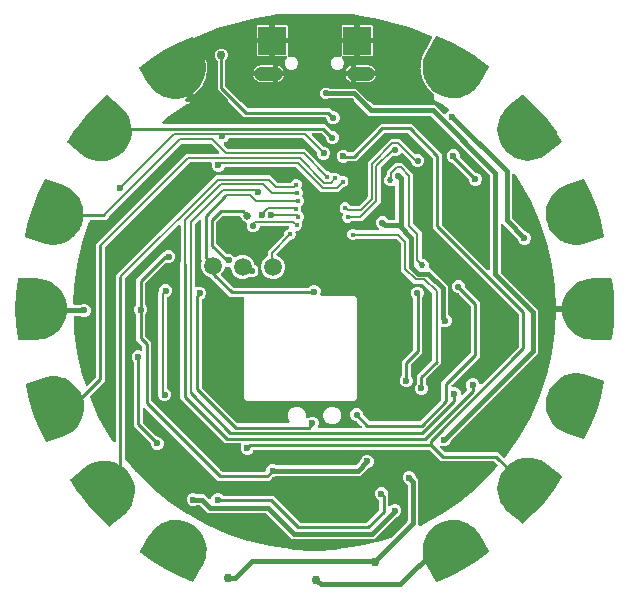
<source format=gbr>
G04 EAGLE Gerber RS-274X export*
G75*
%MOMM*%
%FSLAX34Y34*%
%LPD*%
%INBottom Copper*%
%IPPOS*%
%AMOC8*
5,1,8,0,0,1.08239X$1,22.5*%
G01*
%ADD10R,2.413000X2.413000*%
%ADD11C,1.200000*%
%ADD12C,4.216000*%
%ADD13C,1.500000*%
%ADD14C,0.508000*%
%ADD15C,0.590550*%
%ADD16C,0.750000*%
%ADD17C,0.406400*%
%ADD18C,0.203200*%
%ADD19C,0.177800*%
%ADD20C,0.452400*%
%ADD21C,0.600000*%
%ADD22C,0.254000*%
%ADD23C,0.635000*%
%ADD24C,0.525000*%

G36*
X-169379Y-112960D02*
X-169379Y-112960D01*
X-169283Y-112954D01*
X-169223Y-112935D01*
X-169162Y-112925D01*
X-169073Y-112886D01*
X-168980Y-112856D01*
X-168927Y-112823D01*
X-168870Y-112798D01*
X-168794Y-112738D01*
X-168711Y-112686D01*
X-168669Y-112641D01*
X-168619Y-112602D01*
X-168560Y-112525D01*
X-168494Y-112455D01*
X-168463Y-112400D01*
X-168425Y-112350D01*
X-168387Y-112261D01*
X-168340Y-112176D01*
X-168324Y-112116D01*
X-168300Y-112058D01*
X-168285Y-111962D01*
X-168261Y-111868D01*
X-168254Y-111763D01*
X-168251Y-111744D01*
X-168252Y-111733D01*
X-168250Y-111707D01*
X-168250Y28909D01*
X-166003Y31156D01*
X-165987Y31157D01*
X-165929Y31173D01*
X-165869Y31181D01*
X-165777Y31217D01*
X-165682Y31245D01*
X-165630Y31276D01*
X-165573Y31298D01*
X-165493Y31356D01*
X-165408Y31406D01*
X-165333Y31473D01*
X-165316Y31485D01*
X-165308Y31494D01*
X-165287Y31513D01*
X-83591Y113209D01*
X-37567Y113209D01*
X-31665Y107306D01*
X-31586Y107246D01*
X-31514Y107178D01*
X-31461Y107149D01*
X-31413Y107112D01*
X-31322Y107072D01*
X-31236Y107024D01*
X-31177Y107009D01*
X-31121Y106985D01*
X-31023Y106970D01*
X-30928Y106945D01*
X-30828Y106939D01*
X-30807Y106935D01*
X-30795Y106937D01*
X-30767Y106935D01*
X-20909Y106935D01*
X-20880Y106938D01*
X-20850Y106936D01*
X-20722Y106958D01*
X-20593Y106975D01*
X-20566Y106985D01*
X-20537Y106990D01*
X-20418Y107044D01*
X-20298Y107092D01*
X-20274Y107109D01*
X-20247Y107121D01*
X-20145Y107202D01*
X-20040Y107278D01*
X-20022Y107301D01*
X-19998Y107320D01*
X-19920Y107423D01*
X-19838Y107523D01*
X-19825Y107550D01*
X-19807Y107574D01*
X-19736Y107718D01*
X-19566Y108131D01*
X-18215Y109482D01*
X-16449Y110213D01*
X-14539Y110213D01*
X-12773Y109482D01*
X-11422Y108131D01*
X-10691Y106365D01*
X-10691Y104455D01*
X-11311Y102959D01*
X-11319Y102930D01*
X-11332Y102904D01*
X-11361Y102777D01*
X-11395Y102652D01*
X-11395Y102623D01*
X-11402Y102594D01*
X-11398Y102464D01*
X-11400Y102334D01*
X-11393Y102305D01*
X-11392Y102276D01*
X-11356Y102151D01*
X-11326Y102025D01*
X-11312Y101999D01*
X-11304Y101970D01*
X-11238Y101858D01*
X-11177Y101744D01*
X-11157Y101722D01*
X-11142Y101696D01*
X-11036Y101576D01*
X-10479Y101019D01*
X-9748Y99253D01*
X-9748Y97343D01*
X-10325Y95949D01*
X-10333Y95921D01*
X-10346Y95894D01*
X-10375Y95767D01*
X-10409Y95642D01*
X-10409Y95613D01*
X-10416Y95584D01*
X-10412Y95454D01*
X-10414Y95324D01*
X-10407Y95295D01*
X-10406Y95266D01*
X-10370Y95142D01*
X-10340Y95015D01*
X-10326Y94989D01*
X-10318Y94961D01*
X-10252Y94849D01*
X-10191Y94734D01*
X-10171Y94712D01*
X-10156Y94687D01*
X-10050Y94566D01*
X-9644Y94160D01*
X-8913Y92395D01*
X-8913Y90485D01*
X-9644Y88719D01*
X-11002Y87362D01*
X-11020Y87339D01*
X-11042Y87320D01*
X-11117Y87213D01*
X-11197Y87111D01*
X-11208Y87084D01*
X-11225Y87060D01*
X-11272Y86938D01*
X-11323Y86819D01*
X-11328Y86790D01*
X-11338Y86762D01*
X-11353Y86633D01*
X-11373Y86505D01*
X-11370Y86475D01*
X-11373Y86446D01*
X-11355Y86318D01*
X-11343Y86188D01*
X-11333Y86160D01*
X-11329Y86131D01*
X-11277Y85979D01*
X-11199Y85791D01*
X-11199Y83881D01*
X-11351Y83514D01*
X-11359Y83485D01*
X-11373Y83459D01*
X-11401Y83332D01*
X-11435Y83207D01*
X-11436Y83177D01*
X-11442Y83148D01*
X-11438Y83019D01*
X-11440Y82889D01*
X-11433Y82860D01*
X-11433Y82831D01*
X-11396Y82706D01*
X-11366Y82580D01*
X-11352Y82553D01*
X-11344Y82525D01*
X-11278Y82413D01*
X-11218Y82298D01*
X-11198Y82277D01*
X-11183Y82251D01*
X-11076Y82130D01*
X-9898Y80953D01*
X-9167Y79187D01*
X-9167Y77277D01*
X-9898Y75511D01*
X-10686Y74724D01*
X-10704Y74700D01*
X-10727Y74681D01*
X-10802Y74575D01*
X-10881Y74472D01*
X-10893Y74445D01*
X-10910Y74421D01*
X-10956Y74300D01*
X-11007Y74181D01*
X-11012Y74151D01*
X-11023Y74124D01*
X-11037Y73995D01*
X-11057Y73867D01*
X-11055Y73837D01*
X-11058Y73808D01*
X-11040Y73679D01*
X-11028Y73550D01*
X-11018Y73522D01*
X-11013Y73493D01*
X-10961Y73341D01*
X-10437Y72075D01*
X-10437Y70165D01*
X-11168Y68399D01*
X-12519Y67048D01*
X-14285Y66317D01*
X-15002Y66317D01*
X-15052Y66311D01*
X-15101Y66313D01*
X-15209Y66291D01*
X-15318Y66277D01*
X-15364Y66259D01*
X-15413Y66249D01*
X-15511Y66201D01*
X-15613Y66160D01*
X-15654Y66131D01*
X-15698Y66109D01*
X-15782Y66038D01*
X-15871Y65974D01*
X-15902Y65935D01*
X-15940Y65903D01*
X-16004Y65813D01*
X-16074Y65729D01*
X-16095Y65684D01*
X-16123Y65643D01*
X-16162Y65540D01*
X-16209Y65441D01*
X-16218Y65392D01*
X-16236Y65346D01*
X-16248Y65236D01*
X-16269Y65129D01*
X-16266Y65079D01*
X-16271Y65030D01*
X-16256Y64921D01*
X-16249Y64811D01*
X-16234Y64764D01*
X-16227Y64715D01*
X-16175Y64562D01*
X-16025Y64201D01*
X-16025Y62291D01*
X-16756Y60525D01*
X-18107Y59174D01*
X-19873Y58443D01*
X-20075Y58443D01*
X-20173Y58431D01*
X-20272Y58428D01*
X-20330Y58411D01*
X-20391Y58403D01*
X-20483Y58367D01*
X-20578Y58339D01*
X-20630Y58309D01*
X-20686Y58286D01*
X-20766Y58228D01*
X-20852Y58178D01*
X-20927Y58112D01*
X-20944Y58100D01*
X-20951Y58090D01*
X-20973Y58072D01*
X-31986Y47058D01*
X-32017Y47018D01*
X-32054Y46985D01*
X-32114Y46893D01*
X-32181Y46806D01*
X-32201Y46761D01*
X-32228Y46719D01*
X-32264Y46615D01*
X-32308Y46515D01*
X-32315Y46466D01*
X-32332Y46419D01*
X-32340Y46309D01*
X-32357Y46201D01*
X-32353Y46151D01*
X-32357Y46102D01*
X-32338Y45993D01*
X-32328Y45884D01*
X-32311Y45837D01*
X-32302Y45788D01*
X-32257Y45688D01*
X-32220Y45585D01*
X-32192Y45543D01*
X-32172Y45498D01*
X-32103Y45412D01*
X-32041Y45321D01*
X-32004Y45289D01*
X-31973Y45250D01*
X-31885Y45184D01*
X-31803Y45111D01*
X-31759Y45088D01*
X-31719Y45059D01*
X-31575Y44988D01*
X-29364Y44072D01*
X-26540Y41248D01*
X-25011Y37557D01*
X-25011Y33563D01*
X-26540Y29872D01*
X-29364Y27048D01*
X-33055Y25519D01*
X-37049Y25519D01*
X-40740Y27048D01*
X-43564Y29872D01*
X-45074Y33519D01*
X-45109Y33579D01*
X-45135Y33644D01*
X-45145Y33659D01*
X-45128Y33704D01*
X-45120Y33773D01*
X-45103Y33841D01*
X-45093Y34001D01*
X-45093Y37557D01*
X-43564Y41248D01*
X-40740Y44072D01*
X-40662Y44104D01*
X-40637Y44119D01*
X-40609Y44128D01*
X-40499Y44197D01*
X-40386Y44262D01*
X-40365Y44282D01*
X-40340Y44298D01*
X-40251Y44393D01*
X-40158Y44483D01*
X-40142Y44508D01*
X-40122Y44530D01*
X-40059Y44643D01*
X-39991Y44754D01*
X-39983Y44782D01*
X-39968Y44808D01*
X-39936Y44934D01*
X-39898Y45058D01*
X-39896Y45088D01*
X-39889Y45116D01*
X-39879Y45277D01*
X-39879Y49225D01*
X-26002Y63101D01*
X-25942Y63180D01*
X-25874Y63252D01*
X-25845Y63305D01*
X-25808Y63353D01*
X-25768Y63444D01*
X-25720Y63530D01*
X-25705Y63589D01*
X-25681Y63645D01*
X-25666Y63743D01*
X-25641Y63838D01*
X-25635Y63938D01*
X-25631Y63959D01*
X-25633Y63971D01*
X-25631Y63999D01*
X-25631Y64201D01*
X-24900Y65967D01*
X-23549Y67318D01*
X-22228Y67865D01*
X-22167Y67899D01*
X-22102Y67925D01*
X-22030Y67978D01*
X-21952Y68022D01*
X-21902Y68071D01*
X-21845Y68112D01*
X-21788Y68181D01*
X-21723Y68243D01*
X-21687Y68303D01*
X-21642Y68357D01*
X-21604Y68438D01*
X-21557Y68515D01*
X-21536Y68581D01*
X-21507Y68644D01*
X-21490Y68732D01*
X-21463Y68818D01*
X-21460Y68888D01*
X-21447Y68957D01*
X-21452Y69046D01*
X-21448Y69136D01*
X-21462Y69205D01*
X-21467Y69274D01*
X-21494Y69359D01*
X-21513Y69448D01*
X-21543Y69510D01*
X-21565Y69577D01*
X-21613Y69652D01*
X-21652Y69733D01*
X-21698Y69786D01*
X-21735Y69845D01*
X-21800Y69907D01*
X-21859Y69975D01*
X-21916Y70015D01*
X-21966Y70063D01*
X-22045Y70107D01*
X-22119Y70158D01*
X-22184Y70183D01*
X-22245Y70217D01*
X-22332Y70239D01*
X-22416Y70271D01*
X-22485Y70279D01*
X-22553Y70296D01*
X-22714Y70306D01*
X-45380Y70306D01*
X-45498Y70292D01*
X-45617Y70284D01*
X-45655Y70272D01*
X-45695Y70267D01*
X-45806Y70223D01*
X-45919Y70186D01*
X-45954Y70164D01*
X-45991Y70150D01*
X-46087Y70080D01*
X-46188Y70016D01*
X-46216Y69986D01*
X-46248Y69963D01*
X-46324Y69871D01*
X-46406Y69784D01*
X-46425Y69749D01*
X-46451Y69718D01*
X-46502Y69610D01*
X-46559Y69506D01*
X-46570Y69467D01*
X-46587Y69430D01*
X-46592Y69403D01*
X-47485Y67246D01*
X-49031Y65700D01*
X-51050Y64864D01*
X-53235Y64864D01*
X-55254Y65700D01*
X-56800Y67246D01*
X-57636Y69265D01*
X-57636Y71450D01*
X-57491Y71800D01*
X-57483Y71831D01*
X-57481Y71834D01*
X-57480Y71843D01*
X-57460Y71914D01*
X-57421Y72027D01*
X-57418Y72068D01*
X-57407Y72106D01*
X-57406Y72225D01*
X-57396Y72344D01*
X-57403Y72384D01*
X-57402Y72424D01*
X-57430Y72540D01*
X-57451Y72658D01*
X-57467Y72694D01*
X-57477Y72734D01*
X-57532Y72839D01*
X-57581Y72947D01*
X-57606Y72979D01*
X-57625Y73015D01*
X-57705Y73103D01*
X-57780Y73196D01*
X-57812Y73220D01*
X-57839Y73250D01*
X-57939Y73316D01*
X-58034Y73387D01*
X-58088Y73414D01*
X-58105Y73425D01*
X-58124Y73432D01*
X-58178Y73458D01*
X-60118Y74262D01*
X-61726Y75870D01*
X-62669Y78145D01*
X-62684Y78171D01*
X-62693Y78199D01*
X-62762Y78309D01*
X-62826Y78421D01*
X-62847Y78443D01*
X-62863Y78468D01*
X-62957Y78557D01*
X-63048Y78650D01*
X-63073Y78665D01*
X-63094Y78686D01*
X-63208Y78748D01*
X-63319Y78816D01*
X-63347Y78825D01*
X-63373Y78839D01*
X-63499Y78872D01*
X-63623Y78910D01*
X-63652Y78911D01*
X-63681Y78919D01*
X-63842Y78929D01*
X-77459Y78929D01*
X-77557Y78916D01*
X-77656Y78913D01*
X-77714Y78897D01*
X-77774Y78889D01*
X-77866Y78852D01*
X-77961Y78825D01*
X-78014Y78794D01*
X-78070Y78772D01*
X-78150Y78714D01*
X-78235Y78663D01*
X-78311Y78597D01*
X-78327Y78585D01*
X-78335Y78576D01*
X-78356Y78557D01*
X-82838Y74075D01*
X-82899Y73997D01*
X-82966Y73925D01*
X-82996Y73872D01*
X-83033Y73824D01*
X-83072Y73733D01*
X-83120Y73646D01*
X-83135Y73588D01*
X-83159Y73532D01*
X-83175Y73434D01*
X-83199Y73339D01*
X-83206Y73239D01*
X-83209Y73218D01*
X-83208Y73206D01*
X-83210Y73178D01*
X-83210Y55647D01*
X-83197Y55549D01*
X-83194Y55450D01*
X-83177Y55392D01*
X-83170Y55332D01*
X-83133Y55240D01*
X-83106Y55145D01*
X-83075Y55092D01*
X-83053Y55036D01*
X-82995Y54956D01*
X-82944Y54871D01*
X-82878Y54795D01*
X-82866Y54779D01*
X-82856Y54771D01*
X-82838Y54750D01*
X-75123Y47035D01*
X-75045Y46974D01*
X-74973Y46907D01*
X-74920Y46877D01*
X-74872Y46840D01*
X-74781Y46801D01*
X-74694Y46753D01*
X-74636Y46738D01*
X-74580Y46714D01*
X-74482Y46698D01*
X-74386Y46674D01*
X-74286Y46667D01*
X-74266Y46664D01*
X-74254Y46665D01*
X-74226Y46663D01*
X-71770Y46663D01*
X-69734Y45820D01*
X-68194Y44280D01*
X-68170Y44262D01*
X-68151Y44239D01*
X-68045Y44164D01*
X-67943Y44085D01*
X-67915Y44073D01*
X-67891Y44056D01*
X-67770Y44010D01*
X-67651Y43958D01*
X-67622Y43954D01*
X-67594Y43943D01*
X-67465Y43929D01*
X-67337Y43909D01*
X-67307Y43911D01*
X-67278Y43908D01*
X-67149Y43926D01*
X-67020Y43938D01*
X-66992Y43948D01*
X-66963Y43953D01*
X-66811Y44005D01*
X-62957Y45601D01*
X-58963Y45601D01*
X-55272Y44072D01*
X-52448Y41248D01*
X-51071Y37924D01*
X-51022Y37838D01*
X-50982Y37748D01*
X-50944Y37701D01*
X-50914Y37648D01*
X-50845Y37577D01*
X-50783Y37499D01*
X-50735Y37463D01*
X-50692Y37420D01*
X-50608Y37368D01*
X-50529Y37308D01*
X-50439Y37264D01*
X-50421Y37253D01*
X-50410Y37250D01*
X-50384Y37237D01*
X-49898Y37036D01*
X-48353Y35490D01*
X-47535Y33516D01*
X-47500Y33455D01*
X-47474Y33390D01*
X-47464Y33376D01*
X-47481Y33330D01*
X-47489Y33261D01*
X-47506Y33194D01*
X-47516Y33033D01*
X-47516Y31286D01*
X-48353Y29267D01*
X-49898Y27721D01*
X-51917Y26885D01*
X-54102Y26885D01*
X-54398Y27008D01*
X-54494Y27034D01*
X-54586Y27069D01*
X-54646Y27076D01*
X-54705Y27092D01*
X-54804Y27093D01*
X-54902Y27104D01*
X-54962Y27096D01*
X-55023Y27097D01*
X-55119Y27074D01*
X-55217Y27060D01*
X-55312Y27027D01*
X-55332Y27022D01*
X-55343Y27017D01*
X-55370Y27008D01*
X-58963Y25519D01*
X-62957Y25519D01*
X-66648Y27048D01*
X-69472Y29872D01*
X-71001Y33563D01*
X-71001Y34313D01*
X-71016Y34431D01*
X-71023Y34550D01*
X-71036Y34588D01*
X-71041Y34628D01*
X-71084Y34739D01*
X-71121Y34852D01*
X-71143Y34886D01*
X-71158Y34924D01*
X-71227Y35020D01*
X-71291Y35121D01*
X-71321Y35149D01*
X-71344Y35181D01*
X-71436Y35257D01*
X-71523Y35339D01*
X-71558Y35358D01*
X-71589Y35384D01*
X-71697Y35435D01*
X-71801Y35492D01*
X-71841Y35502D01*
X-71877Y35520D01*
X-71994Y35542D01*
X-72109Y35572D01*
X-72169Y35576D01*
X-72189Y35579D01*
X-72210Y35578D01*
X-72270Y35582D01*
X-73975Y35582D01*
X-74564Y35826D01*
X-74612Y35839D01*
X-74657Y35860D01*
X-74765Y35881D01*
X-74871Y35910D01*
X-74921Y35911D01*
X-74970Y35920D01*
X-75079Y35913D01*
X-75189Y35915D01*
X-75237Y35904D01*
X-75287Y35900D01*
X-75391Y35867D01*
X-75498Y35841D01*
X-75542Y35818D01*
X-75589Y35802D01*
X-75682Y35744D01*
X-75779Y35692D01*
X-75816Y35659D01*
X-75858Y35632D01*
X-75933Y35552D01*
X-76015Y35478D01*
X-76042Y35437D01*
X-76076Y35401D01*
X-76129Y35304D01*
X-76189Y35213D01*
X-76206Y35166D01*
X-76230Y35122D01*
X-76257Y35016D01*
X-76293Y34912D01*
X-76294Y34893D01*
X-77848Y31142D01*
X-78843Y30147D01*
X-78916Y30053D01*
X-78995Y29964D01*
X-79013Y29928D01*
X-79038Y29896D01*
X-79085Y29786D01*
X-79139Y29681D01*
X-79148Y29641D01*
X-79164Y29604D01*
X-79183Y29486D01*
X-79209Y29370D01*
X-79208Y29330D01*
X-79214Y29290D01*
X-79203Y29171D01*
X-79199Y29052D01*
X-79188Y29014D01*
X-79184Y28973D01*
X-79144Y28861D01*
X-79111Y28747D01*
X-79090Y28712D01*
X-79077Y28674D01*
X-79010Y28575D01*
X-78949Y28473D01*
X-78910Y28428D01*
X-78898Y28411D01*
X-78883Y28397D01*
X-78843Y28352D01*
X-68897Y18406D01*
X-68819Y18346D01*
X-68747Y18278D01*
X-68694Y18249D01*
X-68646Y18212D01*
X-68555Y18172D01*
X-68468Y18124D01*
X-68410Y18109D01*
X-68354Y18085D01*
X-68256Y18070D01*
X-68160Y18045D01*
X-68060Y18039D01*
X-68040Y18035D01*
X-68028Y18037D01*
X-68000Y18035D01*
X-5567Y18035D01*
X-5469Y18047D01*
X-5370Y18050D01*
X-5311Y18067D01*
X-5251Y18075D01*
X-5159Y18111D01*
X-5064Y18139D01*
X-5012Y18169D01*
X-4956Y18192D01*
X-4876Y18250D01*
X-4790Y18300D01*
X-4715Y18366D01*
X-4698Y18378D01*
X-4690Y18388D01*
X-4669Y18406D01*
X-3647Y19429D01*
X-1610Y20273D01*
X594Y20273D01*
X2631Y19429D01*
X4189Y17871D01*
X5033Y15834D01*
X5033Y13630D01*
X4849Y13186D01*
X4836Y13138D01*
X4814Y13093D01*
X4794Y12985D01*
X4765Y12879D01*
X4764Y12829D01*
X4755Y12780D01*
X4761Y12671D01*
X4760Y12561D01*
X4771Y12513D01*
X4774Y12463D01*
X4808Y12359D01*
X4834Y12252D01*
X4857Y12208D01*
X4872Y12161D01*
X4931Y12068D01*
X4983Y11971D01*
X5016Y11934D01*
X5043Y11892D01*
X5123Y11817D01*
X5196Y11735D01*
X5238Y11708D01*
X5274Y11674D01*
X5370Y11621D01*
X5462Y11561D01*
X5509Y11544D01*
X5553Y11520D01*
X5659Y11493D01*
X5763Y11457D01*
X5813Y11453D01*
X5861Y11441D01*
X6021Y11431D01*
X33582Y11431D01*
X35815Y9198D01*
X35815Y-75238D01*
X33582Y-77471D01*
X-57458Y-77471D01*
X-59691Y-75238D01*
X-59691Y9144D01*
X-59706Y9262D01*
X-59713Y9381D01*
X-59726Y9419D01*
X-59731Y9460D01*
X-59774Y9570D01*
X-59811Y9683D01*
X-59833Y9718D01*
X-59848Y9755D01*
X-59917Y9851D01*
X-59981Y9952D01*
X-60011Y9980D01*
X-60034Y10013D01*
X-60126Y10089D01*
X-60213Y10170D01*
X-60248Y10190D01*
X-60279Y10215D01*
X-60387Y10266D01*
X-60491Y10324D01*
X-60531Y10334D01*
X-60567Y10351D01*
X-60684Y10373D01*
X-60799Y10403D01*
X-60859Y10407D01*
X-60879Y10411D01*
X-60900Y10409D01*
X-60960Y10413D01*
X-71682Y10413D01*
X-86043Y24774D01*
X-87687Y26418D01*
X-87765Y26478D01*
X-87837Y26546D01*
X-87890Y26575D01*
X-87938Y26612D01*
X-88029Y26652D01*
X-88116Y26700D01*
X-88174Y26715D01*
X-88230Y26739D01*
X-88239Y26740D01*
X-92048Y28318D01*
X-94872Y31142D01*
X-96401Y34833D01*
X-96401Y38827D01*
X-95673Y40585D01*
X-95665Y40614D01*
X-95651Y40640D01*
X-95623Y40767D01*
X-95589Y40892D01*
X-95588Y40921D01*
X-95582Y40950D01*
X-95586Y41080D01*
X-95584Y41210D01*
X-95590Y41239D01*
X-95591Y41268D01*
X-95627Y41393D01*
X-95658Y41519D01*
X-95672Y41545D01*
X-95680Y41574D01*
X-95746Y41686D01*
X-95806Y41800D01*
X-95826Y41822D01*
X-95841Y41848D01*
X-95948Y41968D01*
X-95987Y42008D01*
X-95987Y74281D01*
X-96005Y74418D01*
X-96018Y74557D01*
X-96025Y74576D01*
X-96027Y74596D01*
X-96078Y74725D01*
X-96125Y74856D01*
X-96137Y74873D01*
X-96144Y74892D01*
X-96226Y75004D01*
X-96304Y75119D01*
X-96319Y75133D01*
X-96331Y75149D01*
X-96438Y75238D01*
X-96542Y75330D01*
X-96560Y75339D01*
X-96576Y75352D01*
X-96702Y75411D01*
X-96826Y75475D01*
X-96845Y75479D01*
X-96864Y75488D01*
X-97000Y75514D01*
X-97136Y75544D01*
X-97156Y75544D01*
X-97176Y75547D01*
X-97314Y75539D01*
X-97454Y75535D01*
X-97473Y75529D01*
X-97493Y75528D01*
X-97626Y75485D01*
X-97759Y75446D01*
X-97777Y75436D01*
X-97796Y75430D01*
X-97914Y75355D01*
X-98033Y75285D01*
X-98054Y75266D01*
X-98065Y75259D01*
X-98079Y75244D01*
X-98154Y75178D01*
X-101101Y72232D01*
X-101161Y72153D01*
X-101229Y72081D01*
X-101258Y72028D01*
X-101295Y71980D01*
X-101335Y71889D01*
X-101383Y71803D01*
X-101398Y71744D01*
X-101422Y71689D01*
X-101437Y71591D01*
X-101462Y71495D01*
X-101468Y71395D01*
X-101472Y71374D01*
X-101470Y71362D01*
X-101472Y71334D01*
X-101472Y19571D01*
X-101466Y19521D01*
X-101468Y19472D01*
X-101446Y19364D01*
X-101432Y19255D01*
X-101414Y19209D01*
X-101404Y19160D01*
X-101356Y19061D01*
X-101315Y18959D01*
X-101286Y18919D01*
X-101264Y18874D01*
X-101193Y18791D01*
X-101129Y18702D01*
X-101090Y18670D01*
X-101058Y18632D01*
X-100968Y18569D01*
X-100884Y18499D01*
X-100839Y18478D01*
X-100798Y18449D01*
X-100695Y18410D01*
X-100596Y18364D01*
X-100547Y18354D01*
X-100501Y18337D01*
X-100391Y18324D01*
X-100284Y18304D01*
X-100234Y18307D01*
X-100185Y18301D01*
X-100076Y18317D01*
X-99966Y18324D01*
X-99919Y18339D01*
X-99870Y18346D01*
X-99717Y18398D01*
X-98257Y19003D01*
X-96053Y19003D01*
X-94016Y18159D01*
X-92458Y16601D01*
X-91614Y14564D01*
X-91614Y12360D01*
X-92458Y10323D01*
X-94016Y8765D01*
X-94593Y8526D01*
X-94618Y8511D01*
X-94646Y8502D01*
X-94756Y8433D01*
X-94869Y8369D01*
X-94890Y8348D01*
X-94915Y8332D01*
X-95004Y8238D01*
X-95097Y8147D01*
X-95113Y8122D01*
X-95133Y8101D01*
X-95196Y7987D01*
X-95264Y7876D01*
X-95272Y7848D01*
X-95287Y7822D01*
X-95319Y7697D01*
X-95357Y7572D01*
X-95359Y7543D01*
X-95366Y7514D01*
X-95376Y7353D01*
X-95376Y-65714D01*
X-95364Y-65812D01*
X-95361Y-65911D01*
X-95344Y-65969D01*
X-95336Y-66029D01*
X-95300Y-66121D01*
X-95272Y-66217D01*
X-95242Y-66269D01*
X-95219Y-66325D01*
X-95161Y-66405D01*
X-95111Y-66490D01*
X-95045Y-66566D01*
X-95033Y-66582D01*
X-95023Y-66590D01*
X-95005Y-66611D01*
X-65468Y-96148D01*
X-65390Y-96208D01*
X-65318Y-96276D01*
X-65265Y-96305D01*
X-65217Y-96342D01*
X-65126Y-96382D01*
X-65039Y-96430D01*
X-64981Y-96445D01*
X-64925Y-96469D01*
X-64827Y-96484D01*
X-64731Y-96509D01*
X-64631Y-96515D01*
X-64611Y-96519D01*
X-64599Y-96517D01*
X-64571Y-96519D01*
X-22379Y-96519D01*
X-22241Y-96502D01*
X-22103Y-96489D01*
X-22084Y-96482D01*
X-22064Y-96479D01*
X-21935Y-96428D01*
X-21803Y-96381D01*
X-21787Y-96370D01*
X-21768Y-96362D01*
X-21656Y-96281D01*
X-21540Y-96202D01*
X-21527Y-96187D01*
X-21511Y-96176D01*
X-21422Y-96069D01*
X-21330Y-95964D01*
X-21321Y-95946D01*
X-21308Y-95931D01*
X-21249Y-95805D01*
X-21185Y-95681D01*
X-21181Y-95661D01*
X-21172Y-95643D01*
X-21146Y-95507D01*
X-21116Y-95370D01*
X-21116Y-95350D01*
X-21112Y-95331D01*
X-21121Y-95192D01*
X-21125Y-95053D01*
X-21131Y-95033D01*
X-21132Y-95013D01*
X-21175Y-94881D01*
X-21214Y-94747D01*
X-21224Y-94730D01*
X-21230Y-94711D01*
X-21305Y-94593D01*
X-21375Y-94473D01*
X-21383Y-94464D01*
X-22541Y-91670D01*
X-22541Y-88670D01*
X-21393Y-85899D01*
X-19271Y-83777D01*
X-16500Y-82629D01*
X-13500Y-82629D01*
X-10729Y-83777D01*
X-8607Y-85899D01*
X-7459Y-88670D01*
X-7459Y-91301D01*
X-7442Y-91439D01*
X-7429Y-91578D01*
X-7422Y-91597D01*
X-7419Y-91617D01*
X-7368Y-91746D01*
X-7321Y-91877D01*
X-7310Y-91894D01*
X-7302Y-91912D01*
X-7221Y-92025D01*
X-7143Y-92140D01*
X-7127Y-92154D01*
X-7116Y-92170D01*
X-7009Y-92258D01*
X-6904Y-92351D01*
X-6886Y-92360D01*
X-6871Y-92373D01*
X-6745Y-92432D01*
X-6621Y-92495D01*
X-6601Y-92500D01*
X-6583Y-92508D01*
X-6447Y-92534D01*
X-6311Y-92565D01*
X-6290Y-92564D01*
X-6271Y-92568D01*
X-6132Y-92559D01*
X-5993Y-92555D01*
X-5973Y-92549D01*
X-5953Y-92548D01*
X-5821Y-92505D01*
X-5687Y-92467D01*
X-5670Y-92456D01*
X-5651Y-92450D01*
X-5533Y-92376D01*
X-5413Y-92305D01*
X-5392Y-92287D01*
X-5382Y-92280D01*
X-5368Y-92265D01*
X-5292Y-92199D01*
X-5044Y-91950D01*
X-3007Y-91106D01*
X-803Y-91106D01*
X1234Y-91950D01*
X2792Y-93508D01*
X3636Y-95545D01*
X3636Y-97749D01*
X2972Y-99352D01*
X2959Y-99400D01*
X2937Y-99445D01*
X2917Y-99553D01*
X2888Y-99659D01*
X2887Y-99709D01*
X2878Y-99758D01*
X2884Y-99867D01*
X2883Y-99977D01*
X2894Y-100025D01*
X2897Y-100075D01*
X2931Y-100179D01*
X2957Y-100286D01*
X2980Y-100330D01*
X2995Y-100377D01*
X3054Y-100470D01*
X3106Y-100567D01*
X3139Y-100604D01*
X3166Y-100646D01*
X3246Y-100721D01*
X3319Y-100803D01*
X3361Y-100830D01*
X3397Y-100864D01*
X3493Y-100917D01*
X3585Y-100977D01*
X3632Y-100994D01*
X3676Y-101018D01*
X3782Y-101045D01*
X3886Y-101081D01*
X3936Y-101085D01*
X3984Y-101097D01*
X4144Y-101107D01*
X38679Y-101107D01*
X38816Y-101090D01*
X38955Y-101077D01*
X38974Y-101070D01*
X38994Y-101067D01*
X39123Y-101016D01*
X39254Y-100969D01*
X39271Y-100958D01*
X39290Y-100950D01*
X39403Y-100869D01*
X39518Y-100791D01*
X39531Y-100775D01*
X39547Y-100764D01*
X39636Y-100656D01*
X39728Y-100552D01*
X39737Y-100534D01*
X39750Y-100519D01*
X39809Y-100393D01*
X39873Y-100269D01*
X39877Y-100249D01*
X39886Y-100231D01*
X39912Y-100095D01*
X39942Y-99959D01*
X39942Y-99938D01*
X39946Y-99919D01*
X39937Y-99780D01*
X39933Y-99641D01*
X39927Y-99621D01*
X39926Y-99601D01*
X39883Y-99469D01*
X39844Y-99335D01*
X39834Y-99318D01*
X39828Y-99299D01*
X39753Y-99181D01*
X39683Y-99061D01*
X39664Y-99040D01*
X39658Y-99030D01*
X39643Y-99016D01*
X39576Y-98941D01*
X36036Y-95400D01*
X35958Y-95340D01*
X35886Y-95272D01*
X35833Y-95242D01*
X35785Y-95205D01*
X35694Y-95166D01*
X35607Y-95118D01*
X35549Y-95103D01*
X35493Y-95079D01*
X35395Y-95063D01*
X35299Y-95039D01*
X35199Y-95032D01*
X35179Y-95029D01*
X35167Y-95030D01*
X35139Y-95028D01*
X34467Y-95028D01*
X32448Y-94192D01*
X30903Y-92647D01*
X30067Y-90628D01*
X30067Y-88442D01*
X30903Y-86423D01*
X32448Y-84878D01*
X34467Y-84042D01*
X36653Y-84042D01*
X38672Y-84878D01*
X40217Y-86423D01*
X41053Y-88442D01*
X41053Y-89114D01*
X41066Y-89212D01*
X41069Y-89311D01*
X41086Y-89369D01*
X41093Y-89429D01*
X41130Y-89521D01*
X41157Y-89616D01*
X41188Y-89668D01*
X41210Y-89725D01*
X41268Y-89805D01*
X41319Y-89890D01*
X41385Y-89966D01*
X41397Y-89982D01*
X41407Y-89990D01*
X41425Y-90011D01*
X45911Y-94497D01*
X45989Y-94557D01*
X46061Y-94625D01*
X46114Y-94654D01*
X46162Y-94691D01*
X46253Y-94731D01*
X46340Y-94779D01*
X46398Y-94794D01*
X46454Y-94818D01*
X46552Y-94833D01*
X46648Y-94858D01*
X46748Y-94864D01*
X46768Y-94868D01*
X46780Y-94866D01*
X46808Y-94868D01*
X88447Y-94868D01*
X88545Y-94856D01*
X88644Y-94853D01*
X88702Y-94836D01*
X88762Y-94828D01*
X88854Y-94792D01*
X88950Y-94764D01*
X89002Y-94734D01*
X89058Y-94711D01*
X89138Y-94653D01*
X89223Y-94603D01*
X89299Y-94537D01*
X89315Y-94525D01*
X89323Y-94515D01*
X89344Y-94497D01*
X106816Y-77025D01*
X106876Y-76947D01*
X106944Y-76875D01*
X106973Y-76822D01*
X107010Y-76774D01*
X107050Y-76683D01*
X107098Y-76596D01*
X107113Y-76538D01*
X107137Y-76482D01*
X107152Y-76384D01*
X107177Y-76288D01*
X107183Y-76188D01*
X107187Y-76168D01*
X107185Y-76156D01*
X107187Y-76128D01*
X107187Y-62176D01*
X131708Y-37655D01*
X131768Y-37577D01*
X131836Y-37505D01*
X131865Y-37452D01*
X131902Y-37404D01*
X131942Y-37313D01*
X131990Y-37226D01*
X132005Y-37168D01*
X132029Y-37112D01*
X132044Y-37014D01*
X132069Y-36918D01*
X132075Y-36818D01*
X132079Y-36798D01*
X132077Y-36786D01*
X132079Y-36758D01*
X132079Y2519D01*
X132067Y2617D01*
X132064Y2716D01*
X132047Y2774D01*
X132039Y2834D01*
X132003Y2926D01*
X131975Y3021D01*
X131945Y3073D01*
X131922Y3130D01*
X131864Y3210D01*
X131814Y3295D01*
X131748Y3371D01*
X131736Y3387D01*
X131726Y3395D01*
X131708Y3416D01*
X122066Y13058D01*
X121988Y13118D01*
X121915Y13186D01*
X121862Y13216D01*
X121815Y13253D01*
X121724Y13292D01*
X121637Y13340D01*
X121578Y13355D01*
X121523Y13379D01*
X121425Y13395D01*
X121329Y13419D01*
X121229Y13426D01*
X121209Y13429D01*
X121196Y13428D01*
X121168Y13430D01*
X120497Y13430D01*
X118478Y14266D01*
X116933Y15811D01*
X116096Y17830D01*
X116096Y20016D01*
X116933Y22035D01*
X118478Y23580D01*
X120497Y24416D01*
X122683Y24416D01*
X124702Y23580D01*
X126247Y22035D01*
X127083Y20016D01*
X127083Y19344D01*
X127096Y19246D01*
X127099Y19147D01*
X127116Y19089D01*
X127123Y19029D01*
X127160Y18937D01*
X127187Y18842D01*
X127218Y18790D01*
X127240Y18733D01*
X127298Y18653D01*
X127349Y18568D01*
X127415Y18492D01*
X127427Y18476D01*
X127436Y18468D01*
X127455Y18447D01*
X139701Y6201D01*
X139701Y-40440D01*
X116221Y-63921D01*
X116135Y-64030D01*
X116047Y-64137D01*
X116038Y-64156D01*
X116026Y-64172D01*
X115970Y-64300D01*
X115911Y-64425D01*
X115907Y-64445D01*
X115899Y-64464D01*
X115877Y-64602D01*
X115851Y-64738D01*
X115853Y-64758D01*
X115850Y-64778D01*
X115863Y-64917D01*
X115871Y-65055D01*
X115877Y-65074D01*
X115879Y-65094D01*
X115927Y-65226D01*
X115969Y-65357D01*
X115980Y-65375D01*
X115987Y-65394D01*
X116065Y-65509D01*
X116139Y-65626D01*
X116154Y-65640D01*
X116166Y-65657D01*
X116270Y-65749D01*
X116371Y-65844D01*
X116389Y-65854D01*
X116404Y-65867D01*
X116528Y-65931D01*
X116650Y-65998D01*
X116669Y-66003D01*
X116687Y-66012D01*
X116823Y-66042D01*
X116957Y-66077D01*
X116986Y-66079D01*
X116997Y-66082D01*
X117018Y-66081D01*
X117118Y-66087D01*
X119085Y-66087D01*
X121122Y-66931D01*
X122680Y-68489D01*
X123524Y-70526D01*
X123524Y-71223D01*
X123541Y-71360D01*
X123542Y-71370D01*
X123546Y-71435D01*
X123549Y-71444D01*
X123554Y-71499D01*
X123561Y-71518D01*
X123564Y-71538D01*
X123615Y-71667D01*
X123662Y-71798D01*
X123673Y-71815D01*
X123681Y-71834D01*
X123762Y-71946D01*
X123840Y-72062D01*
X123856Y-72075D01*
X123867Y-72091D01*
X123975Y-72180D01*
X124079Y-72272D01*
X124097Y-72281D01*
X124112Y-72294D01*
X124238Y-72353D01*
X124362Y-72417D01*
X124382Y-72421D01*
X124400Y-72430D01*
X124536Y-72456D01*
X124672Y-72486D01*
X124693Y-72486D01*
X124712Y-72490D01*
X124851Y-72481D01*
X124990Y-72477D01*
X125010Y-72471D01*
X125030Y-72470D01*
X125162Y-72427D01*
X125296Y-72388D01*
X125313Y-72378D01*
X125332Y-72372D01*
X125450Y-72297D01*
X125570Y-72227D01*
X125591Y-72208D01*
X125601Y-72202D01*
X125615Y-72187D01*
X125690Y-72120D01*
X129054Y-68757D01*
X129072Y-68733D01*
X129095Y-68714D01*
X129169Y-68608D01*
X129249Y-68505D01*
X129261Y-68478D01*
X129278Y-68454D01*
X129324Y-68333D01*
X129375Y-68214D01*
X129380Y-68184D01*
X129390Y-68157D01*
X129405Y-68028D01*
X129425Y-67900D01*
X129422Y-67870D01*
X129426Y-67841D01*
X129408Y-67712D01*
X129395Y-67583D01*
X129385Y-67555D01*
X129381Y-67526D01*
X129329Y-67374D01*
X128444Y-65237D01*
X128444Y-63033D01*
X129288Y-60996D01*
X130846Y-59438D01*
X132883Y-58594D01*
X135087Y-58594D01*
X137124Y-59438D01*
X138682Y-60996D01*
X139454Y-62860D01*
X139479Y-62903D01*
X139495Y-62950D01*
X139557Y-63041D01*
X139612Y-63136D01*
X139646Y-63172D01*
X139674Y-63213D01*
X139756Y-63286D01*
X139833Y-63365D01*
X139875Y-63391D01*
X139913Y-63423D01*
X140010Y-63473D01*
X140104Y-63531D01*
X140151Y-63545D01*
X140196Y-63568D01*
X140303Y-63592D01*
X140408Y-63624D01*
X140458Y-63627D01*
X140506Y-63638D01*
X140616Y-63634D01*
X140726Y-63640D01*
X140774Y-63629D01*
X140824Y-63628D01*
X140929Y-63597D01*
X141037Y-63575D01*
X141082Y-63553D01*
X141129Y-63540D01*
X141224Y-63484D01*
X141323Y-63436D01*
X141361Y-63403D01*
X141403Y-63378D01*
X141524Y-63272D01*
X172665Y-32131D01*
X172726Y-32053D01*
X172794Y-31980D01*
X172823Y-31927D01*
X172860Y-31880D01*
X172899Y-31789D01*
X172947Y-31702D01*
X172962Y-31643D01*
X172986Y-31588D01*
X173002Y-31490D01*
X173027Y-31394D01*
X173033Y-31294D01*
X173036Y-31274D01*
X173035Y-31261D01*
X173037Y-31233D01*
X173037Y-4962D01*
X173024Y-4864D01*
X173021Y-4764D01*
X173005Y-4706D01*
X172997Y-4646D01*
X172960Y-4554D01*
X172933Y-4459D01*
X172902Y-4407D01*
X172880Y-4350D01*
X172822Y-4270D01*
X172771Y-4185D01*
X172705Y-4110D01*
X172693Y-4093D01*
X172684Y-4085D01*
X172665Y-4064D01*
X102425Y66176D01*
X99821Y68780D01*
X99821Y127817D01*
X99809Y127915D01*
X99806Y128014D01*
X99789Y128072D01*
X99781Y128132D01*
X99745Y128224D01*
X99717Y128320D01*
X99687Y128372D01*
X99664Y128428D01*
X99606Y128508D01*
X99556Y128593D01*
X99490Y128669D01*
X99478Y128685D01*
X99468Y128693D01*
X99450Y128714D01*
X79382Y148782D01*
X79304Y148842D01*
X79232Y148910D01*
X79179Y148939D01*
X79131Y148976D01*
X79040Y149016D01*
X78953Y149064D01*
X78895Y149079D01*
X78839Y149103D01*
X78741Y149118D01*
X78645Y149143D01*
X78545Y149149D01*
X78525Y149153D01*
X78513Y149151D01*
X78485Y149153D01*
X59508Y149153D01*
X59410Y149141D01*
X59311Y149138D01*
X59253Y149121D01*
X59193Y149113D01*
X59101Y149077D01*
X59005Y149049D01*
X58953Y149019D01*
X58897Y148996D01*
X58817Y148938D01*
X58732Y148888D01*
X58656Y148822D01*
X58640Y148810D01*
X58632Y148800D01*
X58611Y148782D01*
X34979Y125150D01*
X28300Y125150D01*
X28202Y125138D01*
X28103Y125135D01*
X28044Y125118D01*
X27984Y125110D01*
X27892Y125074D01*
X27797Y125046D01*
X27745Y125016D01*
X27689Y124993D01*
X27609Y124935D01*
X27523Y124885D01*
X27448Y124819D01*
X27431Y124807D01*
X27423Y124797D01*
X27402Y124779D01*
X27396Y124772D01*
X25359Y123928D01*
X23155Y123928D01*
X21118Y124772D01*
X19560Y126330D01*
X18716Y128367D01*
X18716Y130571D01*
X19560Y132608D01*
X21118Y134166D01*
X23155Y135010D01*
X25359Y135010D01*
X27396Y134166D01*
X28418Y133143D01*
X28497Y133083D01*
X28569Y133015D01*
X28622Y132986D01*
X28670Y132949D01*
X28761Y132909D01*
X28847Y132861D01*
X28906Y132846D01*
X28961Y132822D01*
X29059Y132807D01*
X29155Y132782D01*
X29255Y132776D01*
X29276Y132772D01*
X29288Y132774D01*
X29316Y132772D01*
X31297Y132772D01*
X31395Y132784D01*
X31494Y132787D01*
X31552Y132804D01*
X31612Y132812D01*
X31704Y132848D01*
X31800Y132876D01*
X31852Y132906D01*
X31908Y132929D01*
X31988Y132987D01*
X32073Y133037D01*
X32149Y133103D01*
X32165Y133115D01*
X32173Y133125D01*
X32194Y133143D01*
X55826Y156775D01*
X82167Y156775D01*
X107443Y131499D01*
X107443Y72462D01*
X107455Y72364D01*
X107458Y72265D01*
X107475Y72207D01*
X107483Y72147D01*
X107519Y72055D01*
X107547Y71959D01*
X107577Y71907D01*
X107600Y71851D01*
X107658Y71771D01*
X107708Y71686D01*
X107774Y71610D01*
X107786Y71594D01*
X107796Y71586D01*
X107814Y71565D01*
X146169Y33211D01*
X146262Y33138D01*
X146277Y33124D01*
X146287Y33119D01*
X146385Y33037D01*
X146404Y33028D01*
X146420Y33016D01*
X146548Y32960D01*
X146673Y32901D01*
X146693Y32897D01*
X146712Y32889D01*
X146850Y32867D01*
X146986Y32841D01*
X147006Y32843D01*
X147026Y32840D01*
X147165Y32853D01*
X147303Y32861D01*
X147322Y32867D01*
X147342Y32869D01*
X147474Y32917D01*
X147605Y32959D01*
X147623Y32970D01*
X147642Y32977D01*
X147757Y33055D01*
X147874Y33129D01*
X147888Y33144D01*
X147905Y33156D01*
X147997Y33260D01*
X148092Y33361D01*
X148102Y33379D01*
X148115Y33394D01*
X148179Y33518D01*
X148246Y33640D01*
X148251Y33659D01*
X148260Y33677D01*
X148290Y33813D01*
X148325Y33947D01*
X148327Y33976D01*
X148330Y33987D01*
X148329Y34008D01*
X148335Y34108D01*
X148335Y113023D01*
X148323Y113121D01*
X148320Y113220D01*
X148303Y113279D01*
X148295Y113339D01*
X148259Y113431D01*
X148231Y113526D01*
X148201Y113578D01*
X148178Y113634D01*
X148120Y113714D01*
X148070Y113800D01*
X148004Y113875D01*
X147992Y113892D01*
X147982Y113900D01*
X147964Y113921D01*
X98554Y163331D01*
X98475Y163391D01*
X98403Y163459D01*
X98350Y163488D01*
X98302Y163525D01*
X98211Y163565D01*
X98125Y163613D01*
X98066Y163628D01*
X98011Y163652D01*
X97913Y163667D01*
X97817Y163692D01*
X97717Y163698D01*
X97696Y163702D01*
X97684Y163700D01*
X97656Y163702D01*
X45909Y163702D01*
X33288Y176323D01*
X33303Y176353D01*
X33308Y176373D01*
X33317Y176391D01*
X33343Y176528D01*
X33373Y176663D01*
X33373Y176684D01*
X33376Y176704D01*
X33368Y176842D01*
X33363Y176981D01*
X33358Y177001D01*
X33357Y177021D01*
X33314Y177153D01*
X33275Y177287D01*
X33265Y177304D01*
X33259Y177323D01*
X33184Y177441D01*
X33114Y177561D01*
X33095Y177582D01*
X33088Y177592D01*
X33073Y177606D01*
X33007Y177682D01*
X32067Y178621D01*
X31989Y178682D01*
X31917Y178750D01*
X31864Y178779D01*
X31816Y178816D01*
X31725Y178856D01*
X31638Y178903D01*
X31580Y178919D01*
X31524Y178943D01*
X31426Y178958D01*
X31330Y178983D01*
X31230Y178989D01*
X31210Y178992D01*
X31198Y178991D01*
X31170Y178993D01*
X12652Y178993D01*
X12554Y178981D01*
X12455Y178978D01*
X12396Y178961D01*
X12336Y178953D01*
X12244Y178917D01*
X12149Y178889D01*
X12097Y178858D01*
X12041Y178836D01*
X11961Y178778D01*
X11875Y178728D01*
X11800Y178661D01*
X11783Y178649D01*
X11775Y178640D01*
X11754Y178621D01*
X11205Y178072D01*
X7286Y178072D01*
X4514Y180844D01*
X4514Y184764D01*
X7286Y187535D01*
X11205Y187535D01*
X11754Y186986D01*
X11833Y186926D01*
X11905Y186858D01*
X11958Y186828D01*
X12006Y186791D01*
X12097Y186752D01*
X12183Y186704D01*
X12242Y186689D01*
X12298Y186665D01*
X12396Y186649D01*
X12491Y186625D01*
X12591Y186618D01*
X12612Y186615D01*
X12624Y186616D01*
X12652Y186615D01*
X34852Y186615D01*
X45580Y175887D01*
X45659Y175826D01*
X45731Y175758D01*
X45784Y175729D01*
X45832Y175692D01*
X45923Y175652D01*
X46009Y175604D01*
X46068Y175589D01*
X46124Y175565D01*
X46222Y175550D01*
X46317Y175525D01*
X46417Y175519D01*
X46438Y175515D01*
X46450Y175517D01*
X46478Y175515D01*
X47030Y175515D01*
X49325Y173219D01*
X49403Y173159D01*
X49476Y173091D01*
X49529Y173062D01*
X49576Y173025D01*
X49667Y172985D01*
X49754Y172937D01*
X49813Y172922D01*
X49868Y172898D01*
X49966Y172883D01*
X50062Y172858D01*
X50162Y172852D01*
X50182Y172848D01*
X50195Y172850D01*
X50223Y172848D01*
X101970Y172848D01*
X109522Y165295D01*
X109562Y165265D01*
X109595Y165228D01*
X109687Y165168D01*
X109774Y165100D01*
X109819Y165081D01*
X109861Y165053D01*
X109965Y165018D01*
X110066Y164974D01*
X110115Y164966D01*
X110162Y164950D01*
X110271Y164941D01*
X110380Y164924D01*
X110429Y164929D01*
X110479Y164925D01*
X110587Y164944D01*
X110696Y164954D01*
X110743Y164971D01*
X110792Y164979D01*
X110892Y165024D01*
X110996Y165062D01*
X111037Y165090D01*
X111082Y165110D01*
X111168Y165178D01*
X111259Y165240D01*
X111292Y165277D01*
X111330Y165308D01*
X111396Y165396D01*
X111469Y165479D01*
X111492Y165523D01*
X111522Y165563D01*
X111593Y165707D01*
X111647Y165837D01*
X113205Y167396D01*
X113440Y167493D01*
X113446Y167497D01*
X113453Y167499D01*
X113585Y167576D01*
X113716Y167651D01*
X113721Y167656D01*
X113728Y167660D01*
X113836Y167767D01*
X113944Y167872D01*
X113948Y167878D01*
X113953Y167883D01*
X114031Y168014D01*
X114111Y168143D01*
X114113Y168150D01*
X114117Y168156D01*
X114160Y168303D01*
X114204Y168447D01*
X114205Y168454D01*
X114207Y168461D01*
X114212Y168613D01*
X114219Y168765D01*
X114218Y168772D01*
X114218Y168779D01*
X114186Y168927D01*
X114155Y169076D01*
X114152Y169083D01*
X114150Y169090D01*
X114082Y169225D01*
X114015Y169362D01*
X114010Y169367D01*
X114007Y169374D01*
X113907Y169489D01*
X113809Y169604D01*
X113803Y169608D01*
X113798Y169614D01*
X113671Y169713D01*
X107688Y173811D01*
X107670Y173821D01*
X107589Y173873D01*
X101422Y177308D01*
X101492Y180992D01*
X101477Y181131D01*
X101466Y181272D01*
X101460Y181290D01*
X101458Y181308D01*
X101409Y181440D01*
X101363Y181573D01*
X101353Y181589D01*
X101347Y181606D01*
X101266Y181721D01*
X101189Y181839D01*
X101171Y181857D01*
X101165Y181867D01*
X101150Y181879D01*
X101077Y181955D01*
X100345Y182620D01*
X100337Y182626D01*
X100330Y182633D01*
X100203Y182732D01*
X99555Y183170D01*
X99537Y183225D01*
X99532Y183232D01*
X99530Y183240D01*
X99447Y183366D01*
X99366Y183493D01*
X99360Y183499D01*
X99355Y183506D01*
X99243Y183622D01*
X98376Y184410D01*
X98369Y184415D01*
X98363Y184422D01*
X98240Y184506D01*
X98115Y184593D01*
X98107Y184596D01*
X98100Y184601D01*
X97959Y184652D01*
X97899Y184675D01*
X97399Y185281D01*
X97391Y185288D01*
X97386Y185296D01*
X97274Y185412D01*
X96695Y185938D01*
X96685Y185995D01*
X96681Y186003D01*
X96680Y186011D01*
X96616Y186147D01*
X96554Y186285D01*
X96548Y186291D01*
X96545Y186299D01*
X96450Y186429D01*
X95704Y187333D01*
X95698Y187339D01*
X95693Y187346D01*
X95583Y187447D01*
X95472Y187551D01*
X95465Y187555D01*
X95459Y187561D01*
X95325Y187632D01*
X95270Y187663D01*
X94861Y188334D01*
X94855Y188342D01*
X94850Y188351D01*
X94756Y188482D01*
X94258Y189085D01*
X94256Y189143D01*
X94253Y189151D01*
X94253Y189159D01*
X94209Y189303D01*
X94167Y189448D01*
X94163Y189455D01*
X94161Y189463D01*
X94086Y189606D01*
X93476Y190607D01*
X93470Y190614D01*
X93467Y190621D01*
X93371Y190738D01*
X93277Y190856D01*
X93271Y190861D01*
X93265Y190867D01*
X93144Y190956D01*
X93093Y190995D01*
X92783Y191718D01*
X92778Y191726D01*
X92775Y191736D01*
X92700Y191879D01*
X92293Y192547D01*
X92300Y192604D01*
X92298Y192612D01*
X92299Y192621D01*
X92276Y192769D01*
X92256Y192919D01*
X92252Y192927D01*
X92251Y192935D01*
X92197Y193087D01*
X91736Y194164D01*
X91731Y194172D01*
X91729Y194180D01*
X91652Y194308D01*
X91575Y194439D01*
X91569Y194445D01*
X91564Y194452D01*
X91458Y194557D01*
X91412Y194603D01*
X91209Y195362D01*
X91205Y195372D01*
X91203Y195382D01*
X91149Y195533D01*
X90841Y196253D01*
X90856Y196308D01*
X90856Y196317D01*
X90858Y196325D01*
X90857Y196474D01*
X90857Y196626D01*
X90855Y196634D01*
X90855Y196643D01*
X90823Y196801D01*
X90520Y197933D01*
X90517Y197941D01*
X90515Y197949D01*
X90456Y198089D01*
X90400Y198228D01*
X90395Y198234D01*
X90391Y198242D01*
X90300Y198361D01*
X90262Y198413D01*
X90169Y199194D01*
X90166Y199204D01*
X90166Y199214D01*
X90134Y199372D01*
X89932Y200128D01*
X89954Y200180D01*
X89955Y200189D01*
X89958Y200197D01*
X89978Y200344D01*
X90001Y200495D01*
X90000Y200503D01*
X90001Y200512D01*
X89992Y200673D01*
X89853Y201837D01*
X89851Y201845D01*
X89851Y201853D01*
X89812Y201999D01*
X89776Y202145D01*
X89772Y202153D01*
X89769Y202161D01*
X89696Y202292D01*
X89666Y202348D01*
X89684Y203134D01*
X89683Y203144D01*
X89685Y203155D01*
X89676Y203315D01*
X89583Y204092D01*
X89612Y204141D01*
X89615Y204150D01*
X89619Y204157D01*
X89660Y204302D01*
X89703Y204446D01*
X89704Y204455D01*
X89706Y204463D01*
X89720Y204623D01*
X89748Y205795D01*
X89747Y205804D01*
X89748Y205812D01*
X89731Y205962D01*
X89715Y206112D01*
X89713Y206120D01*
X89712Y206128D01*
X89658Y206268D01*
X89636Y206328D01*
X89766Y207104D01*
X89766Y207114D01*
X89769Y207124D01*
X89783Y207284D01*
X89802Y208066D01*
X89838Y208111D01*
X89842Y208119D01*
X89847Y208125D01*
X89908Y208262D01*
X89971Y208400D01*
X89973Y208408D01*
X89976Y208416D01*
X90013Y208572D01*
X90207Y209729D01*
X90208Y209737D01*
X90210Y209745D01*
X90214Y209896D01*
X90220Y210046D01*
X90219Y210055D01*
X90219Y210063D01*
X90185Y210210D01*
X90172Y210272D01*
X90412Y211021D01*
X90413Y211031D01*
X90418Y211040D01*
X90454Y211197D01*
X90584Y211969D01*
X90626Y212008D01*
X90631Y212015D01*
X90637Y212021D01*
X90717Y212148D01*
X90799Y212275D01*
X90802Y212283D01*
X90806Y212290D01*
X90865Y212440D01*
X91222Y213557D01*
X91224Y213565D01*
X91227Y213573D01*
X91253Y213721D01*
X91280Y213869D01*
X91280Y213878D01*
X91281Y213886D01*
X91269Y214037D01*
X91265Y214100D01*
X91608Y214807D01*
X91611Y214816D01*
X91617Y214825D01*
X91676Y214975D01*
X91914Y215720D01*
X91961Y215753D01*
X91967Y215759D01*
X91974Y215764D01*
X92071Y215879D01*
X92170Y215992D01*
X92174Y216000D01*
X92180Y216006D01*
X92259Y216146D01*
X92707Y217068D01*
X92724Y217119D01*
X92749Y217167D01*
X92775Y217269D01*
X92809Y217369D01*
X92813Y217423D01*
X92826Y217475D01*
X92826Y217482D01*
X93322Y218342D01*
X93330Y218362D01*
X93364Y218422D01*
X93804Y219326D01*
X93837Y219360D01*
X93917Y219429D01*
X93947Y219473D01*
X93985Y219511D01*
X94074Y219645D01*
X99590Y229199D01*
X99609Y229244D01*
X99636Y229285D01*
X99670Y229390D01*
X99713Y229492D01*
X99721Y229541D01*
X99736Y229587D01*
X99744Y229697D01*
X99760Y229807D01*
X99755Y229855D01*
X99758Y229904D01*
X99738Y230013D01*
X99727Y230123D01*
X99710Y230169D01*
X99701Y230217D01*
X99654Y230318D01*
X99616Y230421D01*
X99588Y230461D01*
X99567Y230506D01*
X99498Y230592D01*
X99435Y230682D01*
X99397Y230714D01*
X99366Y230752D01*
X99278Y230818D01*
X99194Y230890D01*
X99150Y230912D01*
X99111Y230941D01*
X98965Y231011D01*
X79752Y238754D01*
X79747Y238755D01*
X79604Y238803D01*
X49927Y246713D01*
X49906Y246716D01*
X49813Y246738D01*
X34667Y249315D01*
X34655Y249315D01*
X34628Y249321D01*
X33947Y249415D01*
X33940Y249415D01*
X33934Y249417D01*
X33773Y249427D01*
X-33773Y249427D01*
X-33780Y249426D01*
X-33787Y249427D01*
X-33947Y249415D01*
X-34628Y249321D01*
X-34640Y249318D01*
X-34667Y249315D01*
X-49813Y246738D01*
X-49833Y246732D01*
X-49927Y246713D01*
X-79604Y238803D01*
X-79609Y238801D01*
X-79752Y238754D01*
X-100492Y230396D01*
X-100534Y230372D01*
X-100581Y230356D01*
X-100673Y230295D01*
X-100769Y230241D01*
X-100805Y230207D01*
X-100846Y230180D01*
X-100920Y230098D01*
X-101000Y230022D01*
X-101026Y229980D01*
X-101059Y229944D01*
X-101110Y229846D01*
X-101169Y229752D01*
X-101184Y229705D01*
X-101206Y229662D01*
X-101232Y229554D01*
X-101265Y229449D01*
X-101268Y229400D01*
X-101279Y229352D01*
X-101277Y229242D01*
X-101284Y229132D01*
X-101274Y229083D01*
X-101273Y229034D01*
X-101244Y228928D01*
X-101222Y228820D01*
X-101201Y228775D01*
X-101188Y228728D01*
X-101116Y228584D01*
X-94490Y217107D01*
X-94047Y216339D01*
X-95006Y215786D01*
X-95542Y216891D01*
X-95554Y216907D01*
X-95564Y216931D01*
X-103184Y230129D01*
X-103199Y230148D01*
X-103209Y230170D01*
X-103271Y230233D01*
X-103328Y230301D01*
X-103350Y230313D01*
X-103367Y230330D01*
X-103447Y230368D01*
X-103524Y230411D01*
X-103548Y230415D01*
X-103570Y230425D01*
X-103658Y230432D01*
X-103745Y230446D01*
X-103769Y230442D01*
X-103794Y230444D01*
X-103934Y230409D01*
X-103965Y230402D01*
X-103970Y230400D01*
X-103976Y230398D01*
X-115765Y225515D01*
X-115786Y225502D01*
X-115815Y225491D01*
X-127134Y219599D01*
X-127153Y219584D01*
X-127182Y219572D01*
X-137944Y212715D01*
X-137962Y212699D01*
X-137989Y212684D01*
X-148113Y204915D01*
X-148130Y204897D01*
X-148150Y204884D01*
X-148205Y204815D01*
X-148264Y204749D01*
X-148273Y204727D01*
X-148288Y204707D01*
X-148315Y204624D01*
X-148348Y204541D01*
X-148349Y204517D01*
X-148356Y204494D01*
X-148352Y204405D01*
X-148354Y204317D01*
X-148346Y204294D01*
X-148345Y204269D01*
X-148292Y204136D01*
X-148282Y204105D01*
X-148279Y204101D01*
X-148276Y204095D01*
X-140656Y190897D01*
X-140653Y190893D01*
X-140651Y190889D01*
X-140642Y190879D01*
X-140632Y190858D01*
X-138601Y187857D01*
X-138574Y187830D01*
X-138545Y187786D01*
X-136107Y185105D01*
X-136077Y185081D01*
X-136042Y185042D01*
X-133247Y182735D01*
X-133214Y182716D01*
X-133174Y182682D01*
X-130079Y180796D01*
X-130043Y180782D01*
X-129999Y180755D01*
X-126667Y179328D01*
X-126630Y179319D01*
X-126582Y179298D01*
X-123081Y178360D01*
X-123043Y178357D01*
X-122992Y178343D01*
X-119394Y177913D01*
X-119356Y177915D01*
X-119303Y177909D01*
X-115680Y177995D01*
X-115643Y178003D01*
X-115590Y178004D01*
X-112017Y178604D01*
X-111981Y178617D01*
X-111929Y178626D01*
X-108477Y179729D01*
X-108443Y179747D01*
X-108393Y179763D01*
X-107382Y180254D01*
X-106841Y179316D01*
X-108633Y178534D01*
X-108638Y178531D01*
X-108643Y178530D01*
X-108774Y178450D01*
X-108907Y178371D01*
X-108911Y178368D01*
X-108915Y178365D01*
X-109023Y178255D01*
X-109131Y178146D01*
X-109134Y178141D01*
X-109138Y178137D01*
X-109214Y178005D01*
X-109292Y177872D01*
X-109294Y177866D01*
X-109296Y177862D01*
X-109337Y177714D01*
X-109380Y177566D01*
X-109380Y177561D01*
X-109382Y177555D01*
X-109395Y177395D01*
X-109406Y176808D01*
X-109392Y176678D01*
X-109384Y176547D01*
X-109375Y176520D01*
X-109372Y176492D01*
X-109326Y176369D01*
X-109286Y176245D01*
X-109271Y176221D01*
X-109261Y176194D01*
X-109186Y176086D01*
X-109116Y175976D01*
X-109095Y175956D01*
X-109079Y175933D01*
X-108980Y175848D01*
X-108884Y175758D01*
X-108859Y175744D01*
X-108838Y175726D01*
X-108720Y175668D01*
X-108606Y175604D01*
X-108578Y175597D01*
X-108553Y175585D01*
X-108424Y175558D01*
X-108298Y175525D01*
X-108257Y175522D01*
X-108241Y175519D01*
X-108220Y175520D01*
X-108137Y175515D01*
X-104641Y175515D01*
X-107589Y173873D01*
X-107606Y173861D01*
X-107688Y173811D01*
X-123173Y163204D01*
X-123188Y163190D01*
X-123266Y163134D01*
X-128362Y158902D01*
X-128388Y158874D01*
X-128419Y158851D01*
X-128496Y158758D01*
X-128579Y158670D01*
X-128597Y158636D01*
X-128622Y158606D01*
X-128674Y158497D01*
X-128732Y158391D01*
X-128741Y158354D01*
X-128758Y158319D01*
X-128780Y158200D01*
X-128810Y158083D01*
X-128810Y158044D01*
X-128817Y158006D01*
X-128810Y157886D01*
X-128810Y157765D01*
X-128800Y157728D01*
X-128798Y157689D01*
X-128760Y157574D01*
X-128730Y157457D01*
X-128712Y157423D01*
X-128700Y157386D01*
X-128635Y157284D01*
X-128577Y157179D01*
X-128550Y157151D01*
X-128530Y157118D01*
X-128441Y157035D01*
X-128359Y156947D01*
X-128326Y156926D01*
X-128298Y156900D01*
X-128192Y156842D01*
X-128090Y156777D01*
X-128053Y156765D01*
X-128019Y156746D01*
X-127902Y156716D01*
X-127787Y156679D01*
X-127749Y156677D01*
X-127711Y156667D01*
X-127551Y156657D01*
X9007Y156657D01*
X14637Y151026D01*
X14715Y150966D01*
X14787Y150898D01*
X14840Y150868D01*
X14888Y150831D01*
X14979Y150792D01*
X15066Y150744D01*
X15124Y150729D01*
X15180Y150705D01*
X15278Y150689D01*
X15374Y150665D01*
X15474Y150658D01*
X15494Y150655D01*
X15506Y150656D01*
X15534Y150654D01*
X16206Y150654D01*
X18225Y149818D01*
X19770Y148273D01*
X20606Y146254D01*
X20606Y144068D01*
X19770Y142049D01*
X18225Y140504D01*
X16206Y139668D01*
X14020Y139668D01*
X12001Y140504D01*
X10456Y142049D01*
X9620Y144068D01*
X9620Y144740D01*
X9607Y144838D01*
X9604Y144937D01*
X9587Y144995D01*
X9580Y145055D01*
X9543Y145147D01*
X9516Y145242D01*
X9485Y145294D01*
X9463Y145351D01*
X9405Y145431D01*
X9354Y145516D01*
X9288Y145592D01*
X9276Y145608D01*
X9266Y145616D01*
X9248Y145637D01*
X6221Y148663D01*
X6143Y148724D01*
X6071Y148792D01*
X6018Y148821D01*
X5970Y148858D01*
X5879Y148898D01*
X5792Y148946D01*
X5734Y148961D01*
X5678Y148985D01*
X5580Y149000D01*
X5485Y149025D01*
X5385Y149031D01*
X5364Y149035D01*
X5352Y149033D01*
X5324Y149035D01*
X-1226Y149035D01*
X-1363Y149018D01*
X-1502Y149005D01*
X-1521Y148998D01*
X-1541Y148995D01*
X-1670Y148944D01*
X-1801Y148897D01*
X-1818Y148886D01*
X-1837Y148878D01*
X-1949Y148797D01*
X-2065Y148719D01*
X-2078Y148703D01*
X-2094Y148691D01*
X-2183Y148584D01*
X-2275Y148480D01*
X-2284Y148462D01*
X-2297Y148447D01*
X-2356Y148321D01*
X-2420Y148197D01*
X-2424Y148177D01*
X-2433Y148159D01*
X-2459Y148023D01*
X-2489Y147887D01*
X-2489Y147866D01*
X-2492Y147846D01*
X-2484Y147708D01*
X-2480Y147569D01*
X-2474Y147549D01*
X-2473Y147529D01*
X-2430Y147397D01*
X-2391Y147263D01*
X-2381Y147246D01*
X-2375Y147227D01*
X-2300Y147109D01*
X-2230Y146989D01*
X-2211Y146968D01*
X-2205Y146958D01*
X-2190Y146944D01*
X-2123Y146868D01*
X6839Y137906D01*
X6917Y137845D01*
X6989Y137778D01*
X7042Y137748D01*
X7090Y137711D01*
X7181Y137672D01*
X7268Y137624D01*
X7327Y137609D01*
X7382Y137585D01*
X7480Y137569D01*
X7576Y137545D01*
X7676Y137538D01*
X7696Y137535D01*
X7709Y137536D01*
X7737Y137534D01*
X8824Y137534D01*
X10860Y136691D01*
X12419Y135132D01*
X13262Y133096D01*
X13262Y130891D01*
X12419Y128855D01*
X10860Y127296D01*
X8824Y126453D01*
X6619Y126453D01*
X4583Y127296D01*
X3024Y128855D01*
X2181Y130891D01*
X2181Y131979D01*
X2168Y132077D01*
X2165Y132176D01*
X2149Y132234D01*
X2141Y132294D01*
X2105Y132386D01*
X2077Y132481D01*
X2046Y132534D01*
X2024Y132590D01*
X1966Y132670D01*
X1916Y132755D01*
X1849Y132831D01*
X1837Y132847D01*
X1828Y132855D01*
X1809Y132876D01*
X-9551Y144236D01*
X-9629Y144297D01*
X-9701Y144365D01*
X-9754Y144394D01*
X-9802Y144431D01*
X-9893Y144470D01*
X-9980Y144518D01*
X-10038Y144533D01*
X-10094Y144557D01*
X-10192Y144573D01*
X-10288Y144598D01*
X-10388Y144604D01*
X-10408Y144607D01*
X-10420Y144606D01*
X-10448Y144608D01*
X-71928Y144608D01*
X-71957Y144604D01*
X-71987Y144606D01*
X-72115Y144584D01*
X-72244Y144568D01*
X-72271Y144557D01*
X-72300Y144552D01*
X-72419Y144499D01*
X-72539Y144451D01*
X-72563Y144434D01*
X-72590Y144421D01*
X-72692Y144340D01*
X-72797Y144264D01*
X-72815Y144241D01*
X-72838Y144223D01*
X-72917Y144119D01*
X-72999Y144019D01*
X-73012Y143992D01*
X-73030Y143969D01*
X-73101Y143824D01*
X-73349Y143224D01*
X-74908Y141665D01*
X-76408Y141044D01*
X-76451Y141020D01*
X-76497Y141003D01*
X-76588Y140941D01*
X-76684Y140887D01*
X-76720Y140852D01*
X-76761Y140824D01*
X-76833Y140742D01*
X-76912Y140665D01*
X-76938Y140623D01*
X-76971Y140586D01*
X-77021Y140488D01*
X-77078Y140394D01*
X-77093Y140347D01*
X-77116Y140302D01*
X-77140Y140195D01*
X-77172Y140090D01*
X-77174Y140041D01*
X-77185Y139992D01*
X-77182Y139882D01*
X-77187Y139773D01*
X-77177Y139724D01*
X-77176Y139674D01*
X-77145Y139569D01*
X-77123Y139461D01*
X-77101Y139416D01*
X-77087Y139369D01*
X-77032Y139274D01*
X-76983Y139175D01*
X-76951Y139137D01*
X-76926Y139095D01*
X-76819Y138974D01*
X-73524Y135678D01*
X-73445Y135618D01*
X-73373Y135550D01*
X-73320Y135521D01*
X-73272Y135483D01*
X-73181Y135444D01*
X-73095Y135396D01*
X-73036Y135381D01*
X-72981Y135357D01*
X-72883Y135341D01*
X-72787Y135317D01*
X-72687Y135310D01*
X-72666Y135307D01*
X-72654Y135308D01*
X-72626Y135307D01*
X-7849Y135307D01*
X-5393Y132851D01*
X10523Y116934D01*
X10602Y116874D01*
X10674Y116806D01*
X10727Y116777D01*
X10775Y116740D01*
X10866Y116700D01*
X10952Y116652D01*
X11011Y116637D01*
X11067Y116613D01*
X11165Y116598D01*
X11260Y116573D01*
X11360Y116567D01*
X11381Y116563D01*
X11393Y116565D01*
X11421Y116563D01*
X11623Y116563D01*
X13389Y115832D01*
X14002Y115218D01*
X14025Y115200D01*
X14045Y115177D01*
X14151Y115103D01*
X14253Y115023D01*
X14281Y115011D01*
X14305Y114994D01*
X14426Y114948D01*
X14545Y114897D01*
X14574Y114892D01*
X14602Y114882D01*
X14731Y114867D01*
X14859Y114847D01*
X14889Y114850D01*
X14918Y114846D01*
X15047Y114864D01*
X15176Y114877D01*
X15204Y114887D01*
X15233Y114891D01*
X15385Y114943D01*
X16571Y115434D01*
X18481Y115434D01*
X20247Y114703D01*
X21612Y113337D01*
X21661Y113260D01*
X21725Y113147D01*
X21746Y113126D01*
X21762Y113101D01*
X21856Y113012D01*
X21947Y112919D01*
X21972Y112903D01*
X21993Y112883D01*
X22107Y112820D01*
X22218Y112752D01*
X22246Y112744D01*
X22272Y112729D01*
X22398Y112697D01*
X22522Y112659D01*
X22551Y112657D01*
X22580Y112650D01*
X22740Y112640D01*
X24831Y112640D01*
X26597Y111909D01*
X27948Y110558D01*
X28679Y108792D01*
X28679Y106882D01*
X27948Y105116D01*
X26597Y103765D01*
X24831Y103034D01*
X24629Y103034D01*
X24531Y103022D01*
X24432Y103019D01*
X24374Y103002D01*
X24313Y102994D01*
X24221Y102958D01*
X24126Y102930D01*
X24074Y102900D01*
X24018Y102877D01*
X23938Y102819D01*
X23852Y102769D01*
X23777Y102703D01*
X23760Y102691D01*
X23753Y102681D01*
X23731Y102663D01*
X20172Y99103D01*
X5382Y99103D01*
X-15285Y119770D01*
X-15363Y119830D01*
X-15436Y119898D01*
X-15489Y119927D01*
X-15536Y119964D01*
X-15627Y120004D01*
X-15714Y120052D01*
X-15773Y120067D01*
X-15828Y120091D01*
X-15926Y120106D01*
X-16022Y120131D01*
X-16122Y120137D01*
X-16142Y120141D01*
X-16155Y120140D01*
X-16183Y120141D01*
X-75331Y120141D01*
X-75360Y120138D01*
X-75389Y120140D01*
X-75518Y120118D01*
X-75646Y120101D01*
X-75674Y120091D01*
X-75703Y120086D01*
X-75821Y120032D01*
X-75942Y119984D01*
X-75966Y119967D01*
X-75993Y119955D01*
X-76094Y119874D01*
X-76199Y119798D01*
X-76218Y119775D01*
X-76241Y119756D01*
X-76319Y119653D01*
X-76402Y119553D01*
X-76415Y119526D01*
X-76432Y119502D01*
X-76503Y119358D01*
X-76837Y118553D01*
X-78395Y116994D01*
X-80432Y116151D01*
X-82636Y116151D01*
X-84673Y116994D01*
X-86231Y118553D01*
X-87075Y120589D01*
X-87075Y122911D01*
X-87090Y123029D01*
X-87097Y123148D01*
X-87110Y123186D01*
X-87115Y123226D01*
X-87158Y123337D01*
X-87195Y123450D01*
X-87217Y123484D01*
X-87232Y123522D01*
X-87301Y123618D01*
X-87365Y123719D01*
X-87395Y123746D01*
X-87418Y123779D01*
X-87510Y123855D01*
X-87597Y123937D01*
X-87632Y123956D01*
X-87663Y123982D01*
X-87771Y124033D01*
X-87875Y124090D01*
X-87915Y124100D01*
X-87951Y124118D01*
X-88068Y124140D01*
X-88183Y124170D01*
X-88243Y124173D01*
X-88263Y124177D01*
X-88284Y124176D01*
X-88344Y124180D01*
X-105214Y124180D01*
X-105313Y124167D01*
X-105412Y124164D01*
X-105470Y124148D01*
X-105530Y124140D01*
X-105622Y124104D01*
X-105717Y124076D01*
X-105769Y124045D01*
X-105826Y124023D01*
X-105906Y123965D01*
X-105991Y123915D01*
X-106066Y123848D01*
X-106083Y123836D01*
X-106091Y123827D01*
X-106112Y123808D01*
X-177174Y52747D01*
X-177234Y52668D01*
X-177302Y52596D01*
X-177331Y52543D01*
X-177368Y52495D01*
X-177408Y52404D01*
X-177456Y52318D01*
X-177471Y52259D01*
X-177495Y52203D01*
X-177510Y52105D01*
X-177535Y52010D01*
X-177541Y51910D01*
X-177545Y51889D01*
X-177543Y51877D01*
X-177545Y51849D01*
X-177545Y-61014D01*
X-180149Y-63618D01*
X-189966Y-73435D01*
X-189993Y-73470D01*
X-190026Y-73499D01*
X-190090Y-73595D01*
X-190161Y-73686D01*
X-190178Y-73727D01*
X-190203Y-73764D01*
X-190241Y-73872D01*
X-190287Y-73978D01*
X-190294Y-74022D01*
X-190309Y-74064D01*
X-190319Y-74178D01*
X-190337Y-74292D01*
X-190333Y-74336D01*
X-190337Y-74380D01*
X-190318Y-74494D01*
X-190307Y-74609D01*
X-190292Y-74651D01*
X-190285Y-74694D01*
X-190230Y-74845D01*
X-183058Y-91087D01*
X-183048Y-91105D01*
X-183006Y-91192D01*
X-173873Y-107589D01*
X-173861Y-107606D01*
X-173811Y-107688D01*
X-170567Y-112425D01*
X-170502Y-112497D01*
X-170445Y-112576D01*
X-170397Y-112616D01*
X-170356Y-112663D01*
X-170275Y-112717D01*
X-170200Y-112779D01*
X-170144Y-112805D01*
X-170092Y-112840D01*
X-170000Y-112873D01*
X-169912Y-112914D01*
X-169851Y-112926D01*
X-169792Y-112947D01*
X-169695Y-112956D01*
X-169600Y-112974D01*
X-169538Y-112970D01*
X-169476Y-112976D01*
X-169379Y-112960D01*
G37*
G36*
X18808Y-203601D02*
X18808Y-203601D01*
X18828Y-203598D01*
X18924Y-203590D01*
X37513Y-200997D01*
X37534Y-200992D01*
X37629Y-200976D01*
X55899Y-196679D01*
X55918Y-196671D01*
X56012Y-196646D01*
X64257Y-193883D01*
X64305Y-193860D01*
X64357Y-193845D01*
X64448Y-193791D01*
X64544Y-193745D01*
X64585Y-193710D01*
X64631Y-193683D01*
X64751Y-193577D01*
X78368Y-179961D01*
X78428Y-179882D01*
X78496Y-179810D01*
X78525Y-179757D01*
X78562Y-179709D01*
X78602Y-179618D01*
X78650Y-179532D01*
X78665Y-179473D01*
X78689Y-179418D01*
X78704Y-179320D01*
X78729Y-179224D01*
X78735Y-179124D01*
X78739Y-179103D01*
X78737Y-179091D01*
X78739Y-179063D01*
X78739Y-149194D01*
X78736Y-149165D01*
X78738Y-149135D01*
X78716Y-149007D01*
X78699Y-148878D01*
X78689Y-148851D01*
X78684Y-148822D01*
X78630Y-148703D01*
X78582Y-148583D01*
X78565Y-148559D01*
X78553Y-148532D01*
X78472Y-148431D01*
X78396Y-148325D01*
X78373Y-148307D01*
X78354Y-148284D01*
X78251Y-148205D01*
X78151Y-148123D01*
X78124Y-148110D01*
X78100Y-148092D01*
X77956Y-148021D01*
X76871Y-147572D01*
X75313Y-146014D01*
X74469Y-143977D01*
X74469Y-141773D01*
X75313Y-139736D01*
X76871Y-138178D01*
X78908Y-137334D01*
X81112Y-137334D01*
X83149Y-138178D01*
X84707Y-139736D01*
X85579Y-141840D01*
X85583Y-141848D01*
X85586Y-141857D01*
X85661Y-141986D01*
X85736Y-142116D01*
X85743Y-142123D01*
X85747Y-142131D01*
X85854Y-142252D01*
X87885Y-144283D01*
X87885Y-182524D01*
X87893Y-182588D01*
X87891Y-182652D01*
X87913Y-182745D01*
X87925Y-182840D01*
X87948Y-182900D01*
X87963Y-182962D01*
X88007Y-183047D01*
X88042Y-183135D01*
X88079Y-183187D01*
X88109Y-183245D01*
X88172Y-183316D01*
X88228Y-183393D01*
X88278Y-183434D01*
X88321Y-183482D01*
X88400Y-183535D01*
X88473Y-183596D01*
X88532Y-183623D01*
X88585Y-183659D01*
X88675Y-183691D01*
X88761Y-183731D01*
X88824Y-183743D01*
X88885Y-183765D01*
X88980Y-183773D01*
X89073Y-183791D01*
X89138Y-183787D01*
X89202Y-183793D01*
X89296Y-183777D01*
X89391Y-183771D01*
X89452Y-183751D01*
X89516Y-183741D01*
X89667Y-183685D01*
X91087Y-183058D01*
X91104Y-183048D01*
X91192Y-183006D01*
X107589Y-173873D01*
X107606Y-173861D01*
X107688Y-173811D01*
X123173Y-163204D01*
X123188Y-163190D01*
X123266Y-163134D01*
X137706Y-151143D01*
X137720Y-151128D01*
X137792Y-151064D01*
X151064Y-137792D01*
X151077Y-137776D01*
X151143Y-137706D01*
X154822Y-133275D01*
X154855Y-133224D01*
X154895Y-133178D01*
X154940Y-133090D01*
X154993Y-133007D01*
X155012Y-132949D01*
X155040Y-132895D01*
X155061Y-132799D01*
X155092Y-132704D01*
X155096Y-132644D01*
X155110Y-132585D01*
X155107Y-132486D01*
X155113Y-132387D01*
X155102Y-132328D01*
X155100Y-132267D01*
X155072Y-132172D01*
X155054Y-132075D01*
X155028Y-132020D01*
X155011Y-131961D01*
X154961Y-131876D01*
X154919Y-131786D01*
X154881Y-131739D01*
X154850Y-131687D01*
X154744Y-131567D01*
X152454Y-129277D01*
X152376Y-129217D01*
X152304Y-129149D01*
X152251Y-129120D01*
X152203Y-129083D01*
X152112Y-129043D01*
X152026Y-128995D01*
X151967Y-128980D01*
X151911Y-128956D01*
X151813Y-128941D01*
X151718Y-128916D01*
X151618Y-128910D01*
X151597Y-128906D01*
X151585Y-128908D01*
X151557Y-128906D01*
X107007Y-128906D01*
X97472Y-119371D01*
X97394Y-119311D01*
X97322Y-119243D01*
X97269Y-119214D01*
X97221Y-119177D01*
X97130Y-119137D01*
X97043Y-119089D01*
X96985Y-119074D01*
X96929Y-119050D01*
X96831Y-119035D01*
X96735Y-119010D01*
X96635Y-119004D01*
X96615Y-119000D01*
X96603Y-119002D01*
X96575Y-119000D01*
X-50645Y-119000D01*
X-50674Y-119003D01*
X-50704Y-119001D01*
X-50832Y-119023D01*
X-50961Y-119040D01*
X-50988Y-119050D01*
X-51017Y-119055D01*
X-51136Y-119109D01*
X-51256Y-119157D01*
X-51280Y-119174D01*
X-51307Y-119186D01*
X-51409Y-119267D01*
X-51514Y-119343D01*
X-51533Y-119366D01*
X-51556Y-119385D01*
X-51634Y-119488D01*
X-51717Y-119588D01*
X-51729Y-119615D01*
X-51747Y-119639D01*
X-51818Y-119783D01*
X-52351Y-121071D01*
X-53910Y-122629D01*
X-55946Y-123473D01*
X-58151Y-123473D01*
X-60187Y-122629D01*
X-61746Y-121071D01*
X-62589Y-119034D01*
X-62589Y-116830D01*
X-62005Y-115421D01*
X-61992Y-115373D01*
X-61971Y-115328D01*
X-61950Y-115220D01*
X-61921Y-115114D01*
X-61921Y-115064D01*
X-61911Y-115015D01*
X-61918Y-114906D01*
X-61916Y-114796D01*
X-61928Y-114748D01*
X-61931Y-114698D01*
X-61965Y-114594D01*
X-61990Y-114487D01*
X-62014Y-114443D01*
X-62029Y-114396D01*
X-62088Y-114303D01*
X-62139Y-114206D01*
X-62173Y-114169D01*
X-62199Y-114127D01*
X-62279Y-114052D01*
X-62353Y-113970D01*
X-62395Y-113943D01*
X-62431Y-113909D01*
X-62527Y-113856D01*
X-62619Y-113796D01*
X-62666Y-113779D01*
X-62709Y-113755D01*
X-62816Y-113728D01*
X-62920Y-113692D01*
X-62969Y-113688D01*
X-63017Y-113676D01*
X-63178Y-113666D01*
X-75873Y-113666D01*
X-113666Y-75873D01*
X-113666Y39700D01*
X-113655Y39711D01*
X-113626Y39764D01*
X-113589Y39812D01*
X-113549Y39903D01*
X-113501Y39990D01*
X-113486Y40048D01*
X-113462Y40104D01*
X-113447Y40202D01*
X-113422Y40298D01*
X-113416Y40398D01*
X-113412Y40418D01*
X-113414Y40430D01*
X-113412Y40458D01*
X-113412Y70264D01*
X-113429Y70402D01*
X-113442Y70540D01*
X-113449Y70560D01*
X-113452Y70580D01*
X-113503Y70709D01*
X-113550Y70840D01*
X-113561Y70857D01*
X-113569Y70875D01*
X-113650Y70987D01*
X-113728Y71103D01*
X-113744Y71116D01*
X-113755Y71133D01*
X-113863Y71221D01*
X-113967Y71313D01*
X-113985Y71323D01*
X-114000Y71335D01*
X-114126Y71395D01*
X-114250Y71458D01*
X-114270Y71462D01*
X-114288Y71471D01*
X-114424Y71497D01*
X-114560Y71528D01*
X-114581Y71527D01*
X-114600Y71531D01*
X-114739Y71522D01*
X-114878Y71518D01*
X-114898Y71512D01*
X-114918Y71511D01*
X-115050Y71468D01*
X-115184Y71430D01*
X-115201Y71419D01*
X-115220Y71413D01*
X-115338Y71339D01*
X-115458Y71268D01*
X-115479Y71249D01*
X-115489Y71243D01*
X-115503Y71228D01*
X-115578Y71162D01*
X-160257Y26483D01*
X-160318Y26405D01*
X-160386Y26333D01*
X-160415Y26280D01*
X-160452Y26232D01*
X-160491Y26141D01*
X-160539Y26054D01*
X-160554Y25995D01*
X-160578Y25940D01*
X-160594Y25842D01*
X-160619Y25746D01*
X-160625Y25646D01*
X-160628Y25626D01*
X-160627Y25613D01*
X-160629Y25585D01*
X-160629Y-125824D01*
X-160624Y-125864D01*
X-160626Y-125905D01*
X-160607Y-126006D01*
X-160607Y-126013D01*
X-160604Y-126019D01*
X-160604Y-126022D01*
X-160589Y-126140D01*
X-160574Y-126177D01*
X-160566Y-126217D01*
X-160516Y-126325D01*
X-160472Y-126435D01*
X-160448Y-126468D01*
X-160431Y-126505D01*
X-160336Y-126635D01*
X-159325Y-127853D01*
X-158271Y-129122D01*
X-151947Y-136738D01*
X-151143Y-137706D01*
X-151128Y-137720D01*
X-151064Y-137792D01*
X-137792Y-151064D01*
X-137776Y-151077D01*
X-137706Y-151143D01*
X-123266Y-163134D01*
X-123249Y-163145D01*
X-123173Y-163204D01*
X-107688Y-173811D01*
X-107670Y-173821D01*
X-107589Y-173873D01*
X-91192Y-183006D01*
X-91172Y-183014D01*
X-91087Y-183058D01*
X-73917Y-190639D01*
X-73897Y-190645D01*
X-73808Y-190682D01*
X-56012Y-196646D01*
X-55991Y-196651D01*
X-55899Y-196679D01*
X-37629Y-200976D01*
X-37608Y-200978D01*
X-37513Y-200997D01*
X-18924Y-203590D01*
X-18903Y-203591D01*
X-18808Y-203601D01*
X-59Y-204468D01*
X-38Y-204466D01*
X59Y-204468D01*
X18808Y-203601D01*
G37*
G36*
X160500Y-125866D02*
X160500Y-125866D01*
X160641Y-125853D01*
X160658Y-125847D01*
X160677Y-125844D01*
X160807Y-125793D01*
X160940Y-125745D01*
X160955Y-125735D01*
X160973Y-125728D01*
X161087Y-125646D01*
X161203Y-125567D01*
X161215Y-125553D01*
X161230Y-125542D01*
X161341Y-125425D01*
X163134Y-123266D01*
X163145Y-123249D01*
X163204Y-123173D01*
X173811Y-107688D01*
X173821Y-107670D01*
X173873Y-107589D01*
X183006Y-91192D01*
X183014Y-91172D01*
X183058Y-91087D01*
X190639Y-73917D01*
X190645Y-73897D01*
X190682Y-73808D01*
X196646Y-56012D01*
X196651Y-55991D01*
X196679Y-55899D01*
X200976Y-37629D01*
X200978Y-37608D01*
X200997Y-37513D01*
X203590Y-18924D01*
X203591Y-18903D01*
X203601Y-18808D01*
X204468Y-59D01*
X204466Y-38D01*
X204468Y59D01*
X203601Y18808D01*
X203598Y18828D01*
X203590Y18924D01*
X200997Y37513D01*
X200992Y37534D01*
X200976Y37629D01*
X196679Y55899D01*
X196671Y55919D01*
X196646Y56012D01*
X190682Y73808D01*
X190673Y73826D01*
X190639Y73917D01*
X183058Y91087D01*
X183048Y91105D01*
X183006Y91192D01*
X173873Y107589D01*
X173861Y107606D01*
X173811Y107688D01*
X169449Y114056D01*
X169385Y114129D01*
X169328Y114208D01*
X169279Y114247D01*
X169238Y114294D01*
X169157Y114348D01*
X169083Y114410D01*
X169026Y114437D01*
X168974Y114472D01*
X168883Y114505D01*
X168795Y114546D01*
X168734Y114558D01*
X168675Y114579D01*
X168578Y114587D01*
X168482Y114606D01*
X168420Y114602D01*
X168358Y114607D01*
X168262Y114592D01*
X168165Y114586D01*
X168106Y114567D01*
X168044Y114557D01*
X167955Y114518D01*
X167863Y114488D01*
X167810Y114454D01*
X167753Y114429D01*
X167676Y114370D01*
X167594Y114318D01*
X167551Y114272D01*
X167502Y114234D01*
X167442Y114157D01*
X167376Y114086D01*
X167346Y114031D01*
X167308Y113982D01*
X167269Y113893D01*
X167222Y113808D01*
X167207Y113747D01*
X167182Y113690D01*
X167167Y113594D01*
X167143Y113500D01*
X167136Y113395D01*
X167133Y113375D01*
X167134Y113364D01*
X167133Y113339D01*
X167133Y77655D01*
X167145Y77556D01*
X167148Y77457D01*
X167165Y77399D01*
X167173Y77339D01*
X167209Y77247D01*
X167237Y77152D01*
X167267Y77100D01*
X167290Y77043D01*
X167348Y76963D01*
X167398Y76878D01*
X167464Y76803D01*
X167476Y76786D01*
X167486Y76778D01*
X167504Y76757D01*
X178317Y65945D01*
X178324Y65939D01*
X178330Y65932D01*
X178450Y65841D01*
X178568Y65750D01*
X178577Y65746D01*
X178584Y65740D01*
X178729Y65669D01*
X180832Y64798D01*
X182391Y63239D01*
X183235Y61203D01*
X183235Y58999D01*
X182391Y56962D01*
X180832Y55404D01*
X178796Y54560D01*
X176592Y54560D01*
X174555Y55404D01*
X172997Y56962D01*
X172125Y59066D01*
X172121Y59074D01*
X172118Y59083D01*
X172042Y59211D01*
X171968Y59342D01*
X171961Y59349D01*
X171957Y59357D01*
X171850Y59478D01*
X161038Y70290D01*
X159647Y71681D01*
X159538Y71766D01*
X159431Y71854D01*
X159412Y71863D01*
X159396Y71875D01*
X159269Y71931D01*
X159143Y71990D01*
X159123Y71994D01*
X159104Y72002D01*
X158966Y72024D01*
X158830Y72050D01*
X158810Y72048D01*
X158790Y72052D01*
X158651Y72039D01*
X158513Y72030D01*
X158494Y72024D01*
X158474Y72022D01*
X158342Y71975D01*
X158211Y71932D01*
X158193Y71921D01*
X158174Y71914D01*
X158059Y71836D01*
X157942Y71762D01*
X157928Y71747D01*
X157911Y71736D01*
X157819Y71631D01*
X157724Y71530D01*
X157714Y71512D01*
X157701Y71497D01*
X157637Y71373D01*
X157570Y71252D01*
X157565Y71232D01*
X157556Y71214D01*
X157526Y71078D01*
X157491Y70944D01*
X157489Y70916D01*
X157486Y70904D01*
X157487Y70883D01*
X157481Y70783D01*
X157481Y31757D01*
X157493Y31659D01*
X157496Y31560D01*
X157513Y31501D01*
X157521Y31441D01*
X157557Y31349D01*
X157585Y31254D01*
X157615Y31202D01*
X157638Y31146D01*
X157696Y31066D01*
X157746Y30980D01*
X157812Y30905D01*
X157824Y30888D01*
X157834Y30880D01*
X157852Y30859D01*
X189358Y-646D01*
X189358Y-37454D01*
X115699Y-111113D01*
X115693Y-111120D01*
X115686Y-111126D01*
X115596Y-111246D01*
X115504Y-111364D01*
X115500Y-111373D01*
X115495Y-111380D01*
X115424Y-111525D01*
X114552Y-113629D01*
X112994Y-115187D01*
X110957Y-116031D01*
X108753Y-116031D01*
X108088Y-115755D01*
X108021Y-115737D01*
X107956Y-115709D01*
X107868Y-115695D01*
X107781Y-115671D01*
X107711Y-115670D01*
X107642Y-115659D01*
X107553Y-115668D01*
X107463Y-115666D01*
X107395Y-115682D01*
X107326Y-115689D01*
X107241Y-115719D01*
X107154Y-115740D01*
X107092Y-115773D01*
X107026Y-115797D01*
X106952Y-115847D01*
X106873Y-115889D01*
X106821Y-115936D01*
X106763Y-115975D01*
X106704Y-116043D01*
X106637Y-116103D01*
X106599Y-116161D01*
X106553Y-116214D01*
X106512Y-116294D01*
X106463Y-116369D01*
X106440Y-116435D01*
X106408Y-116497D01*
X106389Y-116584D01*
X106359Y-116670D01*
X106354Y-116739D01*
X106339Y-116807D01*
X106341Y-116897D01*
X106334Y-116987D01*
X106346Y-117055D01*
X106348Y-117125D01*
X106373Y-117211D01*
X106389Y-117300D01*
X106417Y-117364D01*
X106437Y-117431D01*
X106482Y-117508D01*
X106519Y-117590D01*
X106563Y-117644D01*
X106598Y-117705D01*
X106705Y-117825D01*
X109792Y-120913D01*
X109870Y-120973D01*
X109942Y-121041D01*
X109995Y-121070D01*
X110043Y-121107D01*
X110134Y-121147D01*
X110221Y-121195D01*
X110279Y-121210D01*
X110335Y-121234D01*
X110433Y-121249D01*
X110529Y-121274D01*
X110629Y-121280D01*
X110649Y-121284D01*
X110661Y-121282D01*
X110689Y-121284D01*
X155240Y-121284D01*
X157844Y-123888D01*
X159467Y-125512D01*
X159482Y-125523D01*
X159493Y-125537D01*
X159606Y-125620D01*
X159718Y-125707D01*
X159735Y-125714D01*
X159750Y-125725D01*
X159881Y-125777D01*
X160010Y-125833D01*
X160028Y-125836D01*
X160045Y-125843D01*
X160185Y-125861D01*
X160324Y-125883D01*
X160343Y-125881D01*
X160361Y-125883D01*
X160500Y-125866D01*
G37*
%LPC*%
G36*
X-81712Y-145293D02*
X-81712Y-145293D01*
X-84316Y-142688D01*
X-143375Y-83630D01*
X-143484Y-83544D01*
X-143591Y-83456D01*
X-143610Y-83447D01*
X-143626Y-83435D01*
X-143754Y-83379D01*
X-143879Y-83320D01*
X-143899Y-83316D01*
X-143918Y-83308D01*
X-144056Y-83286D01*
X-144192Y-83260D01*
X-144212Y-83262D01*
X-144232Y-83259D01*
X-144371Y-83272D01*
X-144509Y-83280D01*
X-144528Y-83286D01*
X-144548Y-83288D01*
X-144680Y-83336D01*
X-144811Y-83378D01*
X-144829Y-83389D01*
X-144848Y-83396D01*
X-144963Y-83474D01*
X-145080Y-83548D01*
X-145094Y-83563D01*
X-145111Y-83575D01*
X-145203Y-83679D01*
X-145298Y-83780D01*
X-145308Y-83798D01*
X-145321Y-83813D01*
X-145385Y-83937D01*
X-145452Y-84059D01*
X-145457Y-84078D01*
X-145466Y-84096D01*
X-145496Y-84232D01*
X-145531Y-84366D01*
X-145533Y-84395D01*
X-145536Y-84406D01*
X-145535Y-84427D01*
X-145541Y-84527D01*
X-145541Y-95559D01*
X-145529Y-95657D01*
X-145526Y-95756D01*
X-145509Y-95814D01*
X-145501Y-95874D01*
X-145465Y-95966D01*
X-145437Y-96062D01*
X-145407Y-96114D01*
X-145384Y-96170D01*
X-145326Y-96250D01*
X-145276Y-96335D01*
X-145210Y-96411D01*
X-145198Y-96427D01*
X-145188Y-96435D01*
X-145170Y-96456D01*
X-133873Y-107753D01*
X-133795Y-107813D01*
X-133723Y-107881D01*
X-133670Y-107910D01*
X-133622Y-107947D01*
X-133531Y-107987D01*
X-133444Y-108035D01*
X-133386Y-108050D01*
X-133330Y-108074D01*
X-133232Y-108089D01*
X-133136Y-108114D01*
X-133036Y-108120D01*
X-133016Y-108124D01*
X-133004Y-108122D01*
X-132976Y-108124D01*
X-132248Y-108124D01*
X-130211Y-108968D01*
X-128653Y-110526D01*
X-127809Y-112563D01*
X-127809Y-114767D01*
X-128653Y-116804D01*
X-130211Y-118362D01*
X-132248Y-119206D01*
X-134452Y-119206D01*
X-136489Y-118362D01*
X-138047Y-116804D01*
X-138891Y-114767D01*
X-138891Y-114039D01*
X-138903Y-113941D01*
X-138906Y-113842D01*
X-138923Y-113784D01*
X-138931Y-113724D01*
X-138967Y-113632D01*
X-138995Y-113536D01*
X-139025Y-113484D01*
X-139048Y-113428D01*
X-139106Y-113348D01*
X-139156Y-113263D01*
X-139222Y-113187D01*
X-139234Y-113171D01*
X-139244Y-113163D01*
X-139262Y-113142D01*
X-153163Y-99241D01*
X-153163Y-45191D01*
X-153175Y-45093D01*
X-153178Y-44994D01*
X-153195Y-44935D01*
X-153203Y-44875D01*
X-153239Y-44783D01*
X-153267Y-44688D01*
X-153297Y-44636D01*
X-153320Y-44580D01*
X-153378Y-44500D01*
X-153428Y-44414D01*
X-153494Y-44339D01*
X-153506Y-44322D01*
X-153516Y-44314D01*
X-153534Y-44293D01*
X-154049Y-43779D01*
X-154893Y-41742D01*
X-154893Y-39538D01*
X-154049Y-37501D01*
X-152491Y-35943D01*
X-150454Y-35099D01*
X-148250Y-35099D01*
X-147806Y-35283D01*
X-147758Y-35296D01*
X-147713Y-35318D01*
X-147605Y-35338D01*
X-147499Y-35367D01*
X-147449Y-35368D01*
X-147400Y-35377D01*
X-147291Y-35370D01*
X-147181Y-35372D01*
X-147133Y-35361D01*
X-147083Y-35358D01*
X-146979Y-35324D01*
X-146872Y-35298D01*
X-146828Y-35275D01*
X-146781Y-35260D01*
X-146688Y-35201D01*
X-146591Y-35149D01*
X-146554Y-35116D01*
X-146512Y-35089D01*
X-146437Y-35009D01*
X-146355Y-34935D01*
X-146328Y-34894D01*
X-146294Y-34858D01*
X-146241Y-34762D01*
X-146181Y-34670D01*
X-146164Y-34623D01*
X-146140Y-34579D01*
X-146113Y-34473D01*
X-146077Y-34369D01*
X-146073Y-34319D01*
X-146061Y-34271D01*
X-146051Y-34111D01*
X-146051Y-31949D01*
X-146063Y-31851D01*
X-146066Y-31752D01*
X-146083Y-31694D01*
X-146091Y-31634D01*
X-146127Y-31542D01*
X-146155Y-31446D01*
X-146185Y-31394D01*
X-146208Y-31338D01*
X-146266Y-31258D01*
X-146316Y-31173D01*
X-146382Y-31097D01*
X-146394Y-31081D01*
X-146404Y-31073D01*
X-146422Y-31052D01*
X-151131Y-26343D01*
X-151131Y-5059D01*
X-151143Y-4961D01*
X-151146Y-4862D01*
X-151163Y-4803D01*
X-151171Y-4743D01*
X-151207Y-4651D01*
X-151235Y-4556D01*
X-151265Y-4504D01*
X-151288Y-4448D01*
X-151346Y-4367D01*
X-151396Y-4282D01*
X-151462Y-4207D01*
X-151474Y-4190D01*
X-151484Y-4182D01*
X-151503Y-4161D01*
X-152017Y-3647D01*
X-152861Y-1610D01*
X-152861Y594D01*
X-152017Y2631D01*
X-151502Y3145D01*
X-151442Y3224D01*
X-151374Y3296D01*
X-151345Y3349D01*
X-151308Y3397D01*
X-151268Y3488D01*
X-151220Y3574D01*
X-151205Y3633D01*
X-151181Y3688D01*
X-151166Y3786D01*
X-151141Y3882D01*
X-151135Y3982D01*
X-151131Y4003D01*
X-151133Y4015D01*
X-151131Y4043D01*
X-151131Y25073D01*
X-127901Y48303D01*
X-127816Y48337D01*
X-127721Y48365D01*
X-127668Y48395D01*
X-127612Y48418D01*
X-127532Y48476D01*
X-127447Y48526D01*
X-127371Y48592D01*
X-127355Y48604D01*
X-127347Y48614D01*
X-127326Y48633D01*
X-126811Y49147D01*
X-124775Y49991D01*
X-122570Y49991D01*
X-120534Y49147D01*
X-118975Y47589D01*
X-118132Y45552D01*
X-118132Y43348D01*
X-118975Y41311D01*
X-120534Y39753D01*
X-122570Y38909D01*
X-124775Y38909D01*
X-125223Y39095D01*
X-125251Y39103D01*
X-125278Y39116D01*
X-125404Y39145D01*
X-125530Y39179D01*
X-125559Y39179D01*
X-125588Y39186D01*
X-125718Y39182D01*
X-125848Y39184D01*
X-125876Y39177D01*
X-125906Y39176D01*
X-126030Y39140D01*
X-126157Y39110D01*
X-126183Y39096D01*
X-126211Y39088D01*
X-126323Y39022D01*
X-126438Y38961D01*
X-126460Y38941D01*
X-126485Y38926D01*
X-126606Y38820D01*
X-143138Y22288D01*
X-143198Y22210D01*
X-143266Y22138D01*
X-143295Y22085D01*
X-143332Y22037D01*
X-143372Y21946D01*
X-143420Y21859D01*
X-143435Y21801D01*
X-143459Y21745D01*
X-143474Y21647D01*
X-143499Y21551D01*
X-143505Y21451D01*
X-143509Y21431D01*
X-143507Y21419D01*
X-143509Y21391D01*
X-143509Y4043D01*
X-143497Y3945D01*
X-143494Y3846D01*
X-143477Y3787D01*
X-143469Y3727D01*
X-143433Y3635D01*
X-143405Y3540D01*
X-143375Y3488D01*
X-143352Y3432D01*
X-143294Y3352D01*
X-143244Y3266D01*
X-143178Y3191D01*
X-143166Y3174D01*
X-143156Y3166D01*
X-143138Y3145D01*
X-142623Y2631D01*
X-141779Y594D01*
X-141779Y-1610D01*
X-142623Y-3647D01*
X-143137Y-4161D01*
X-143198Y-4239D01*
X-143266Y-4312D01*
X-143295Y-4365D01*
X-143332Y-4413D01*
X-143372Y-4503D01*
X-143420Y-4590D01*
X-143435Y-4649D01*
X-143459Y-4704D01*
X-143474Y-4802D01*
X-143499Y-4898D01*
X-143505Y-4998D01*
X-143509Y-5018D01*
X-143507Y-5031D01*
X-143509Y-5059D01*
X-143509Y-22661D01*
X-143497Y-22759D01*
X-143494Y-22858D01*
X-143477Y-22916D01*
X-143469Y-22976D01*
X-143433Y-23068D01*
X-143405Y-23164D01*
X-143375Y-23216D01*
X-143352Y-23272D01*
X-143294Y-23352D01*
X-143244Y-23437D01*
X-143178Y-23513D01*
X-143166Y-23529D01*
X-143156Y-23537D01*
X-143138Y-23558D01*
X-138429Y-28267D01*
X-138429Y-77271D01*
X-138417Y-77369D01*
X-138414Y-77468D01*
X-138397Y-77526D01*
X-138389Y-77586D01*
X-138353Y-77678D01*
X-138325Y-77774D01*
X-138295Y-77826D01*
X-138272Y-77882D01*
X-138214Y-77962D01*
X-138164Y-78047D01*
X-138098Y-78123D01*
X-138086Y-78139D01*
X-138076Y-78147D01*
X-138058Y-78168D01*
X-78927Y-137299D01*
X-78848Y-137360D01*
X-78776Y-137428D01*
X-78723Y-137457D01*
X-78675Y-137494D01*
X-78584Y-137534D01*
X-78498Y-137581D01*
X-78439Y-137596D01*
X-78383Y-137621D01*
X-78285Y-137636D01*
X-78190Y-137661D01*
X-78090Y-137667D01*
X-78069Y-137670D01*
X-78057Y-137669D01*
X-78029Y-137671D01*
X-42370Y-137671D01*
X-42252Y-137656D01*
X-42133Y-137649D01*
X-42095Y-137636D01*
X-42054Y-137631D01*
X-41944Y-137587D01*
X-41831Y-137551D01*
X-41796Y-137529D01*
X-41759Y-137514D01*
X-41663Y-137444D01*
X-41562Y-137381D01*
X-41534Y-137351D01*
X-41501Y-137327D01*
X-41425Y-137236D01*
X-41344Y-137149D01*
X-41324Y-137114D01*
X-41299Y-137082D01*
X-41248Y-136975D01*
X-41190Y-136870D01*
X-41180Y-136831D01*
X-41163Y-136795D01*
X-41141Y-136678D01*
X-41111Y-136562D01*
X-41107Y-136502D01*
X-41103Y-136482D01*
X-41105Y-136462D01*
X-41101Y-136402D01*
X-41101Y-135757D01*
X-40257Y-133720D01*
X-38699Y-132162D01*
X-36662Y-131318D01*
X-34458Y-131318D01*
X-32354Y-132190D01*
X-32345Y-132192D01*
X-32337Y-132197D01*
X-32192Y-132234D01*
X-32047Y-132274D01*
X-32038Y-132274D01*
X-32029Y-132276D01*
X-31868Y-132286D01*
X34076Y-132286D01*
X34174Y-132274D01*
X34273Y-132271D01*
X34332Y-132254D01*
X34392Y-132246D01*
X34484Y-132210D01*
X34579Y-132182D01*
X34631Y-132152D01*
X34687Y-132129D01*
X34767Y-132071D01*
X34853Y-132021D01*
X34928Y-131955D01*
X34945Y-131943D01*
X34953Y-131933D01*
X34974Y-131915D01*
X38606Y-128282D01*
X38612Y-128275D01*
X38619Y-128269D01*
X38709Y-128149D01*
X38801Y-128031D01*
X38805Y-128022D01*
X38810Y-128015D01*
X38881Y-127870D01*
X39753Y-125766D01*
X41311Y-124208D01*
X43348Y-123364D01*
X45552Y-123364D01*
X47589Y-124208D01*
X49147Y-125766D01*
X49991Y-127803D01*
X49991Y-130007D01*
X49147Y-132044D01*
X47589Y-133602D01*
X45485Y-134474D01*
X45477Y-134478D01*
X45468Y-134481D01*
X45339Y-134557D01*
X45209Y-134631D01*
X45202Y-134638D01*
X45194Y-134642D01*
X45073Y-134749D01*
X38390Y-141432D01*
X-31868Y-141432D01*
X-31878Y-141433D01*
X-31887Y-141432D01*
X-32036Y-141453D01*
X-32184Y-141472D01*
X-32193Y-141475D01*
X-32202Y-141476D01*
X-32354Y-141528D01*
X-34458Y-142400D01*
X-35186Y-142400D01*
X-35284Y-142412D01*
X-35383Y-142415D01*
X-35441Y-142432D01*
X-35501Y-142440D01*
X-35593Y-142476D01*
X-35689Y-142504D01*
X-35741Y-142534D01*
X-35797Y-142557D01*
X-35877Y-142615D01*
X-35962Y-142665D01*
X-36038Y-142731D01*
X-36054Y-142743D01*
X-36062Y-142753D01*
X-36083Y-142771D01*
X-38604Y-145293D01*
X-81712Y-145293D01*
G37*
%LPD*%
%LPC*%
G36*
X89347Y-72648D02*
X89347Y-72648D01*
X87311Y-71804D01*
X85752Y-70245D01*
X84909Y-68209D01*
X84909Y-66005D01*
X85752Y-63968D01*
X86267Y-63454D01*
X86328Y-63375D01*
X86395Y-63303D01*
X86425Y-63250D01*
X86462Y-63202D01*
X86501Y-63111D01*
X86549Y-63025D01*
X86564Y-62966D01*
X86588Y-62910D01*
X86604Y-62812D01*
X86628Y-62717D01*
X86635Y-62617D01*
X86638Y-62596D01*
X86637Y-62584D01*
X86639Y-62556D01*
X86639Y-55800D01*
X99297Y-43142D01*
X99358Y-43063D01*
X99426Y-42991D01*
X99455Y-42938D01*
X99492Y-42890D01*
X99531Y-42799D01*
X99579Y-42713D01*
X99594Y-42654D01*
X99618Y-42599D01*
X99634Y-42501D01*
X99659Y-42405D01*
X99665Y-42305D01*
X99668Y-42284D01*
X99667Y-42272D01*
X99669Y-42244D01*
X99669Y12885D01*
X99656Y12984D01*
X99653Y13083D01*
X99637Y13141D01*
X99629Y13201D01*
X99593Y13293D01*
X99565Y13388D01*
X99534Y13440D01*
X99512Y13497D01*
X99454Y13577D01*
X99404Y13662D01*
X99337Y13738D01*
X99325Y13754D01*
X99316Y13762D01*
X99297Y13783D01*
X91913Y21167D01*
X91835Y21227D01*
X91763Y21295D01*
X91710Y21325D01*
X91662Y21362D01*
X91571Y21401D01*
X91484Y21449D01*
X91426Y21464D01*
X91370Y21488D01*
X91272Y21504D01*
X91177Y21528D01*
X91076Y21535D01*
X91056Y21538D01*
X91044Y21537D01*
X91016Y21538D01*
X83998Y21538D01*
X73320Y32216D01*
X73320Y55084D01*
X73308Y55182D01*
X73305Y55281D01*
X73288Y55339D01*
X73280Y55399D01*
X73244Y55491D01*
X73216Y55586D01*
X73186Y55638D01*
X73163Y55695D01*
X73105Y55775D01*
X73055Y55860D01*
X72989Y55936D01*
X72977Y55952D01*
X72967Y55960D01*
X72949Y55981D01*
X69891Y59038D01*
X69813Y59099D01*
X69741Y59167D01*
X69688Y59196D01*
X69640Y59233D01*
X69549Y59272D01*
X69463Y59320D01*
X69404Y59335D01*
X69348Y59359D01*
X69250Y59375D01*
X69155Y59400D01*
X69055Y59406D01*
X69034Y59409D01*
X69022Y59408D01*
X68994Y59410D01*
X36273Y59410D01*
X36175Y59397D01*
X36076Y59394D01*
X36018Y59378D01*
X35958Y59370D01*
X35865Y59334D01*
X35770Y59306D01*
X35718Y59275D01*
X35662Y59253D01*
X35582Y59195D01*
X35496Y59145D01*
X35421Y59078D01*
X35405Y59066D01*
X35397Y59057D01*
X35376Y59038D01*
X35233Y58895D01*
X33467Y58164D01*
X31557Y58164D01*
X29791Y58895D01*
X28440Y60246D01*
X27709Y62011D01*
X27709Y63922D01*
X28440Y65687D01*
X29791Y67038D01*
X31557Y67769D01*
X33467Y67769D01*
X35233Y67038D01*
X35376Y66895D01*
X35454Y66834D01*
X35526Y66767D01*
X35579Y66737D01*
X35627Y66700D01*
X35718Y66661D01*
X35804Y66613D01*
X35863Y66598D01*
X35919Y66574D01*
X36017Y66558D01*
X36112Y66534D01*
X36212Y66527D01*
X36233Y66524D01*
X36245Y66525D01*
X36273Y66523D01*
X53098Y66523D01*
X53236Y66541D01*
X53374Y66554D01*
X53393Y66561D01*
X53413Y66563D01*
X53543Y66614D01*
X53673Y66661D01*
X53690Y66673D01*
X53709Y66680D01*
X53822Y66762D01*
X53937Y66840D01*
X53950Y66855D01*
X53966Y66867D01*
X54055Y66974D01*
X54147Y67078D01*
X54156Y67096D01*
X54169Y67112D01*
X54228Y67238D01*
X54292Y67362D01*
X54296Y67381D01*
X54305Y67400D01*
X54331Y67536D01*
X54361Y67672D01*
X54361Y67692D01*
X54365Y67712D01*
X54356Y67850D01*
X54352Y67990D01*
X54346Y68009D01*
X54345Y68029D01*
X54302Y68161D01*
X54263Y68295D01*
X54253Y68313D01*
X54247Y68332D01*
X54172Y68450D01*
X54102Y68569D01*
X54083Y68590D01*
X54077Y68601D01*
X54062Y68615D01*
X53995Y68690D01*
X52645Y70040D01*
X51809Y72059D01*
X51809Y74245D01*
X52645Y76264D01*
X54191Y77809D01*
X56210Y78645D01*
X58395Y78645D01*
X60414Y77809D01*
X61998Y76226D01*
X62007Y76211D01*
X62071Y76099D01*
X62092Y76077D01*
X62107Y76052D01*
X62202Y75963D01*
X62292Y75870D01*
X62318Y75855D01*
X62339Y75834D01*
X62453Y75772D01*
X62563Y75704D01*
X62592Y75695D01*
X62618Y75681D01*
X62743Y75649D01*
X62867Y75610D01*
X62897Y75609D01*
X62926Y75601D01*
X63086Y75591D01*
X66954Y75591D01*
X67073Y75606D01*
X67191Y75613D01*
X67230Y75626D01*
X67270Y75631D01*
X67381Y75675D01*
X67494Y75711D01*
X67528Y75733D01*
X67566Y75748D01*
X67662Y75818D01*
X67763Y75882D01*
X67790Y75911D01*
X67823Y75935D01*
X67899Y76027D01*
X67980Y76113D01*
X68000Y76149D01*
X68026Y76180D01*
X68077Y76287D01*
X68134Y76392D01*
X68144Y76431D01*
X68161Y76468D01*
X68184Y76584D01*
X68213Y76700D01*
X68217Y76760D01*
X68221Y76780D01*
X68220Y76800D01*
X68224Y76860D01*
X68224Y103152D01*
X68217Y103201D01*
X68220Y103251D01*
X68198Y103358D01*
X68184Y103468D01*
X68166Y103514D01*
X68156Y103562D01*
X68107Y103661D01*
X68067Y103763D01*
X68038Y103803D01*
X68016Y103848D01*
X67944Y103932D01*
X67880Y104021D01*
X67842Y104052D01*
X67809Y104090D01*
X67720Y104153D01*
X67635Y104223D01*
X67590Y104245D01*
X67549Y104273D01*
X67446Y104312D01*
X67347Y104359D01*
X67299Y104368D01*
X67252Y104386D01*
X67143Y104398D01*
X67035Y104419D01*
X66985Y104416D01*
X66936Y104421D01*
X66827Y104406D01*
X66718Y104399D01*
X66670Y104384D01*
X66621Y104377D01*
X66469Y104325D01*
X65264Y103826D01*
X63209Y103826D01*
X61310Y104612D01*
X59857Y106065D01*
X59071Y107964D01*
X59071Y110019D01*
X59857Y111918D01*
X60511Y112572D01*
X60572Y112650D01*
X60640Y112722D01*
X60669Y112775D01*
X60706Y112823D01*
X60746Y112914D01*
X60793Y113000D01*
X60808Y113059D01*
X60833Y113115D01*
X60848Y113213D01*
X60873Y113308D01*
X60879Y113408D01*
X60882Y113429D01*
X60881Y113441D01*
X60883Y113469D01*
X60883Y116307D01*
X67996Y123419D01*
X74371Y123419D01*
X83281Y114510D01*
X83281Y72668D01*
X83293Y72570D01*
X83296Y72471D01*
X83313Y72413D01*
X83321Y72353D01*
X83357Y72261D01*
X83385Y72165D01*
X83416Y72113D01*
X83438Y72057D01*
X83496Y71977D01*
X83546Y71891D01*
X83613Y71816D01*
X83625Y71800D01*
X83634Y71792D01*
X83653Y71771D01*
X90577Y64846D01*
X90577Y43443D01*
X90592Y43325D01*
X90599Y43206D01*
X90612Y43167D01*
X90617Y43127D01*
X90661Y43017D01*
X90697Y42903D01*
X90719Y42869D01*
X90734Y42832D01*
X90804Y42735D01*
X90868Y42635D01*
X90897Y42607D01*
X90921Y42574D01*
X91013Y42498D01*
X91099Y42417D01*
X91135Y42397D01*
X91166Y42371D01*
X91273Y42321D01*
X91378Y42263D01*
X91417Y42253D01*
X91454Y42236D01*
X91570Y42214D01*
X91686Y42184D01*
X91746Y42180D01*
X91766Y42176D01*
X91786Y42177D01*
X91846Y42174D01*
X92341Y42174D01*
X94239Y41387D01*
X95692Y39934D01*
X96479Y38035D01*
X96479Y35890D01*
X96494Y35772D01*
X96501Y35653D01*
X96514Y35615D01*
X96519Y35575D01*
X96562Y35464D01*
X96599Y35351D01*
X96621Y35317D01*
X96636Y35279D01*
X96705Y35183D01*
X96769Y35082D01*
X96799Y35054D01*
X96822Y35022D01*
X96914Y34946D01*
X97001Y34864D01*
X97036Y34845D01*
X97067Y34819D01*
X97175Y34768D01*
X97279Y34711D01*
X97319Y34701D01*
X97355Y34683D01*
X97472Y34661D01*
X97587Y34631D01*
X97647Y34627D01*
X97667Y34624D01*
X97688Y34625D01*
X97748Y34621D01*
X97811Y34621D01*
X110082Y22350D01*
X113132Y19300D01*
X113132Y-4009D01*
X113136Y-4038D01*
X113134Y-4068D01*
X113156Y-4196D01*
X113172Y-4324D01*
X113183Y-4352D01*
X113188Y-4381D01*
X113242Y-4500D01*
X113289Y-4620D01*
X113307Y-4644D01*
X113319Y-4671D01*
X113400Y-4772D01*
X113476Y-4877D01*
X113499Y-4896D01*
X113517Y-4919D01*
X113621Y-4997D01*
X113721Y-5080D01*
X113748Y-5093D01*
X113772Y-5111D01*
X113809Y-5129D01*
X115381Y-6701D01*
X116225Y-8738D01*
X116225Y-10942D01*
X115381Y-12979D01*
X113823Y-14537D01*
X111786Y-15381D01*
X109582Y-15381D01*
X108537Y-14948D01*
X108489Y-14935D01*
X108444Y-14914D01*
X108337Y-14893D01*
X108231Y-14864D01*
X108181Y-14863D01*
X108132Y-14854D01*
X108023Y-14861D01*
X107913Y-14859D01*
X107864Y-14871D01*
X107815Y-14874D01*
X107710Y-14908D01*
X107603Y-14933D01*
X107559Y-14956D01*
X107512Y-14972D01*
X107419Y-15031D01*
X107322Y-15082D01*
X107285Y-15115D01*
X107243Y-15142D01*
X107168Y-15222D01*
X107087Y-15296D01*
X107060Y-15337D01*
X107026Y-15374D01*
X106972Y-15470D01*
X106912Y-15562D01*
X106896Y-15609D01*
X106872Y-15652D01*
X106845Y-15758D01*
X106809Y-15862D01*
X106805Y-15912D01*
X106793Y-15960D01*
X106782Y-16121D01*
X106782Y-42244D01*
X106795Y-42342D01*
X106798Y-42441D01*
X106815Y-42500D01*
X106822Y-42560D01*
X106859Y-42652D01*
X106886Y-42747D01*
X106917Y-42799D01*
X106939Y-42855D01*
X106997Y-42935D01*
X107036Y-43002D01*
X107036Y-46181D01*
X94632Y-58585D01*
X94571Y-58664D01*
X94503Y-58736D01*
X94474Y-58789D01*
X94437Y-58837D01*
X94398Y-58928D01*
X94350Y-59014D01*
X94335Y-59073D01*
X94311Y-59128D01*
X94295Y-59226D01*
X94270Y-59322D01*
X94264Y-59422D01*
X94261Y-59443D01*
X94262Y-59455D01*
X94260Y-59483D01*
X94260Y-62556D01*
X94273Y-62654D01*
X94276Y-62753D01*
X94292Y-62811D01*
X94300Y-62872D01*
X94336Y-62964D01*
X94364Y-63059D01*
X94395Y-63111D01*
X94417Y-63167D01*
X94475Y-63247D01*
X94525Y-63333D01*
X94592Y-63408D01*
X94604Y-63425D01*
X94613Y-63432D01*
X94632Y-63454D01*
X95147Y-63968D01*
X95990Y-66005D01*
X95990Y-68209D01*
X95147Y-70245D01*
X93588Y-71804D01*
X91552Y-72648D01*
X89347Y-72648D01*
G37*
%LPD*%
G36*
X-192646Y-64902D02*
X-192646Y-64902D01*
X-192552Y-64899D01*
X-192489Y-64881D01*
X-192423Y-64872D01*
X-192336Y-64837D01*
X-192247Y-64811D01*
X-192190Y-64777D01*
X-192128Y-64752D01*
X-192053Y-64697D01*
X-191973Y-64649D01*
X-191887Y-64574D01*
X-191873Y-64563D01*
X-191867Y-64556D01*
X-191852Y-64543D01*
X-185538Y-58229D01*
X-185478Y-58151D01*
X-185410Y-58079D01*
X-185381Y-58026D01*
X-185344Y-57978D01*
X-185304Y-57887D01*
X-185256Y-57800D01*
X-185241Y-57742D01*
X-185217Y-57686D01*
X-185202Y-57588D01*
X-185177Y-57492D01*
X-185171Y-57392D01*
X-185167Y-57372D01*
X-185169Y-57360D01*
X-185167Y-57332D01*
X-185167Y55172D01*
X-182920Y57420D01*
X-182904Y57420D01*
X-182846Y57437D01*
X-182785Y57445D01*
X-182693Y57481D01*
X-182598Y57509D01*
X-182546Y57539D01*
X-182490Y57562D01*
X-182410Y57620D01*
X-182324Y57670D01*
X-182249Y57736D01*
X-182232Y57748D01*
X-182225Y57758D01*
X-182203Y57776D01*
X-108687Y131293D01*
X-82263Y131293D01*
X-82125Y131311D01*
X-81987Y131324D01*
X-81967Y131331D01*
X-81947Y131333D01*
X-81818Y131384D01*
X-81687Y131431D01*
X-81670Y131443D01*
X-81652Y131450D01*
X-81539Y131532D01*
X-81424Y131610D01*
X-81411Y131625D01*
X-81394Y131637D01*
X-81305Y131744D01*
X-81214Y131848D01*
X-81204Y131866D01*
X-81191Y131882D01*
X-81132Y132008D01*
X-81069Y132132D01*
X-81065Y132151D01*
X-81056Y132170D01*
X-81030Y132306D01*
X-80999Y132442D01*
X-81000Y132462D01*
X-80996Y132482D01*
X-81005Y132620D01*
X-81009Y132760D01*
X-81015Y132779D01*
X-81016Y132799D01*
X-81059Y132931D01*
X-81097Y133065D01*
X-81108Y133083D01*
X-81114Y133102D01*
X-81189Y133220D01*
X-81259Y133339D01*
X-81278Y133360D01*
X-81284Y133371D01*
X-81299Y133385D01*
X-81365Y133460D01*
X-87639Y139734D01*
X-87718Y139795D01*
X-87790Y139862D01*
X-87843Y139892D01*
X-87891Y139929D01*
X-87981Y139968D01*
X-88068Y140016D01*
X-88127Y140031D01*
X-88182Y140055D01*
X-88280Y140071D01*
X-88376Y140095D01*
X-88476Y140102D01*
X-88496Y140105D01*
X-88509Y140104D01*
X-88537Y140106D01*
X-111768Y140106D01*
X-111866Y140093D01*
X-111965Y140090D01*
X-112023Y140073D01*
X-112083Y140066D01*
X-112175Y140029D01*
X-112270Y140002D01*
X-112323Y139971D01*
X-112379Y139949D01*
X-112459Y139891D01*
X-112544Y139840D01*
X-112620Y139774D01*
X-112636Y139762D01*
X-112644Y139753D01*
X-112665Y139734D01*
X-174039Y78360D01*
X-174100Y78282D01*
X-174168Y78210D01*
X-174197Y78157D01*
X-174234Y78109D01*
X-174273Y78018D01*
X-174321Y77931D01*
X-174336Y77873D01*
X-174360Y77817D01*
X-174376Y77719D01*
X-174395Y77645D01*
X-176643Y75397D01*
X-189159Y75397D01*
X-189174Y75395D01*
X-189188Y75396D01*
X-189331Y75375D01*
X-189475Y75357D01*
X-189488Y75351D01*
X-189503Y75349D01*
X-189636Y75293D01*
X-189770Y75240D01*
X-189782Y75231D01*
X-189796Y75225D01*
X-189911Y75138D01*
X-190028Y75053D01*
X-190037Y75042D01*
X-190049Y75033D01*
X-190138Y74920D01*
X-190230Y74808D01*
X-190237Y74795D01*
X-190246Y74783D01*
X-190320Y74640D01*
X-190639Y73917D01*
X-190645Y73897D01*
X-190682Y73808D01*
X-196646Y56012D01*
X-196651Y55991D01*
X-196679Y55899D01*
X-200976Y37629D01*
X-200978Y37608D01*
X-200997Y37513D01*
X-203590Y18924D01*
X-203591Y18903D01*
X-203601Y18808D01*
X-204254Y4681D01*
X-204242Y4533D01*
X-204233Y4386D01*
X-204230Y4375D01*
X-204229Y4364D01*
X-204181Y4224D01*
X-204135Y4083D01*
X-204129Y4074D01*
X-204126Y4064D01*
X-204044Y3939D01*
X-203965Y3815D01*
X-203957Y3807D01*
X-203951Y3798D01*
X-203841Y3698D01*
X-203733Y3597D01*
X-203724Y3591D01*
X-203716Y3584D01*
X-203584Y3514D01*
X-203455Y3443D01*
X-203444Y3440D01*
X-203434Y3435D01*
X-203290Y3401D01*
X-203147Y3364D01*
X-203132Y3363D01*
X-203125Y3361D01*
X-203110Y3361D01*
X-202986Y3354D01*
X-198916Y3354D01*
X-198907Y3355D01*
X-198897Y3354D01*
X-198749Y3375D01*
X-198600Y3393D01*
X-198592Y3397D01*
X-198583Y3398D01*
X-198430Y3450D01*
X-196327Y4322D01*
X-194122Y4322D01*
X-192086Y3478D01*
X-190527Y1919D01*
X-189684Y-117D01*
X-189684Y-2321D01*
X-190527Y-4358D01*
X-192086Y-5916D01*
X-194122Y-6760D01*
X-196327Y-6760D01*
X-198430Y-5889D01*
X-198439Y-5886D01*
X-198447Y-5882D01*
X-198593Y-5844D01*
X-198737Y-5805D01*
X-198746Y-5804D01*
X-198755Y-5802D01*
X-198916Y-5792D01*
X-202874Y-5792D01*
X-203020Y-5810D01*
X-203168Y-5826D01*
X-203178Y-5830D01*
X-203189Y-5832D01*
X-203326Y-5886D01*
X-203465Y-5938D01*
X-203475Y-5945D01*
X-203485Y-5949D01*
X-203604Y-6035D01*
X-203726Y-6121D01*
X-203733Y-6129D01*
X-203742Y-6136D01*
X-203837Y-6250D01*
X-203933Y-6362D01*
X-203938Y-6372D01*
X-203945Y-6381D01*
X-204008Y-6514D01*
X-204074Y-6648D01*
X-204076Y-6658D01*
X-204080Y-6668D01*
X-204108Y-6813D01*
X-204139Y-6959D01*
X-204139Y-6974D01*
X-204140Y-6981D01*
X-204139Y-6996D01*
X-204141Y-7120D01*
X-203601Y-18808D01*
X-203598Y-18828D01*
X-203590Y-18924D01*
X-200997Y-37513D01*
X-200992Y-37534D01*
X-200976Y-37629D01*
X-196679Y-55899D01*
X-196671Y-55919D01*
X-196646Y-56012D01*
X-193953Y-64049D01*
X-193923Y-64110D01*
X-193919Y-64122D01*
X-193912Y-64133D01*
X-193881Y-64221D01*
X-193843Y-64275D01*
X-193815Y-64335D01*
X-193754Y-64407D01*
X-193702Y-64484D01*
X-193652Y-64528D01*
X-193610Y-64578D01*
X-193534Y-64633D01*
X-193463Y-64694D01*
X-193405Y-64724D01*
X-193351Y-64763D01*
X-193264Y-64796D01*
X-193180Y-64839D01*
X-193116Y-64853D01*
X-193054Y-64877D01*
X-192961Y-64888D01*
X-192870Y-64909D01*
X-192804Y-64907D01*
X-192738Y-64914D01*
X-192646Y-64902D01*
G37*
%LPC*%
G36*
X-18923Y-194946D02*
X-18923Y-194946D01*
X-40649Y-173219D01*
X-40727Y-173159D01*
X-40799Y-173091D01*
X-40852Y-173062D01*
X-40900Y-173025D01*
X-40991Y-172985D01*
X-41078Y-172937D01*
X-41136Y-172922D01*
X-41192Y-172898D01*
X-41290Y-172883D01*
X-41386Y-172858D01*
X-41486Y-172852D01*
X-41506Y-172848D01*
X-41518Y-172850D01*
X-41546Y-172848D01*
X-90159Y-172848D01*
X-96772Y-166234D01*
X-96851Y-166174D01*
X-96923Y-166106D01*
X-96976Y-166077D01*
X-97024Y-166040D01*
X-97115Y-166000D01*
X-97201Y-165952D01*
X-97260Y-165937D01*
X-97315Y-165913D01*
X-97413Y-165898D01*
X-97509Y-165873D01*
X-97609Y-165867D01*
X-97630Y-165863D01*
X-97642Y-165865D01*
X-97670Y-165863D01*
X-99178Y-165863D01*
X-99188Y-165864D01*
X-99197Y-165863D01*
X-99346Y-165884D01*
X-99494Y-165903D01*
X-99503Y-165906D01*
X-99512Y-165907D01*
X-99664Y-165959D01*
X-101768Y-166831D01*
X-103972Y-166831D01*
X-106009Y-165987D01*
X-107567Y-164429D01*
X-108411Y-162392D01*
X-108411Y-160188D01*
X-107567Y-158151D01*
X-106009Y-156593D01*
X-103972Y-155749D01*
X-101768Y-155749D01*
X-99664Y-156621D01*
X-99655Y-156623D01*
X-99647Y-156628D01*
X-99502Y-156665D01*
X-99357Y-156705D01*
X-99348Y-156705D01*
X-99339Y-156707D01*
X-99178Y-156717D01*
X-93356Y-156717D01*
X-90306Y-159768D01*
X-90305Y-159768D01*
X-89511Y-160563D01*
X-89471Y-160593D01*
X-89438Y-160630D01*
X-89346Y-160690D01*
X-89259Y-160758D01*
X-89214Y-160777D01*
X-89172Y-160805D01*
X-89068Y-160840D01*
X-88967Y-160884D01*
X-88918Y-160892D01*
X-88871Y-160908D01*
X-88762Y-160917D01*
X-88653Y-160934D01*
X-88604Y-160929D01*
X-88554Y-160933D01*
X-88446Y-160914D01*
X-88337Y-160904D01*
X-88290Y-160887D01*
X-88241Y-160879D01*
X-88141Y-160834D01*
X-88037Y-160796D01*
X-87996Y-160768D01*
X-87951Y-160748D01*
X-87865Y-160679D01*
X-87774Y-160618D01*
X-87741Y-160581D01*
X-87703Y-160550D01*
X-87636Y-160462D01*
X-87564Y-160379D01*
X-87541Y-160335D01*
X-87511Y-160295D01*
X-87440Y-160151D01*
X-86612Y-158151D01*
X-85054Y-156593D01*
X-83017Y-155749D01*
X-80813Y-155749D01*
X-78776Y-156593D01*
X-77627Y-157743D01*
X-77548Y-157803D01*
X-77476Y-157871D01*
X-77423Y-157900D01*
X-77375Y-157937D01*
X-77284Y-157977D01*
X-77198Y-158025D01*
X-77139Y-158040D01*
X-77084Y-158064D01*
X-76986Y-158079D01*
X-76890Y-158104D01*
X-76790Y-158110D01*
X-76769Y-158114D01*
X-76757Y-158112D01*
X-76729Y-158114D01*
X-35252Y-158114D01*
X-12763Y-180603D01*
X-12685Y-180663D01*
X-12613Y-180731D01*
X-12560Y-180760D01*
X-12512Y-180797D01*
X-12421Y-180837D01*
X-12334Y-180885D01*
X-12276Y-180900D01*
X-12220Y-180924D01*
X-12122Y-180939D01*
X-12026Y-180964D01*
X-11926Y-180970D01*
X-11906Y-180974D01*
X-11894Y-180972D01*
X-11866Y-180974D01*
X43362Y-180974D01*
X43460Y-180962D01*
X43559Y-180959D01*
X43617Y-180942D01*
X43677Y-180934D01*
X43769Y-180898D01*
X43865Y-180870D01*
X43917Y-180840D01*
X43973Y-180817D01*
X44053Y-180759D01*
X44138Y-180709D01*
X44214Y-180643D01*
X44230Y-180631D01*
X44238Y-180621D01*
X44259Y-180603D01*
X54238Y-170624D01*
X54298Y-170546D01*
X54366Y-170474D01*
X54395Y-170421D01*
X54432Y-170373D01*
X54472Y-170282D01*
X54520Y-170195D01*
X54535Y-170137D01*
X54559Y-170081D01*
X54574Y-169983D01*
X54599Y-169887D01*
X54605Y-169787D01*
X54609Y-169767D01*
X54607Y-169755D01*
X54609Y-169727D01*
X54609Y-162266D01*
X54606Y-162237D01*
X54608Y-162207D01*
X54586Y-162079D01*
X54569Y-161950D01*
X54559Y-161923D01*
X54554Y-161894D01*
X54500Y-161775D01*
X54452Y-161655D01*
X54435Y-161631D01*
X54423Y-161604D01*
X54342Y-161503D01*
X54266Y-161397D01*
X54243Y-161379D01*
X54224Y-161355D01*
X54121Y-161277D01*
X54021Y-161195D01*
X53994Y-161182D01*
X53970Y-161164D01*
X53826Y-161093D01*
X53376Y-160907D01*
X51818Y-159349D01*
X50974Y-157312D01*
X50974Y-155108D01*
X51818Y-153071D01*
X53376Y-151513D01*
X55413Y-150669D01*
X57617Y-150669D01*
X59654Y-151513D01*
X61212Y-153071D01*
X62056Y-155108D01*
X62056Y-155836D01*
X62068Y-155934D01*
X62071Y-156033D01*
X62088Y-156091D01*
X62096Y-156151D01*
X62132Y-156243D01*
X62160Y-156339D01*
X62190Y-156391D01*
X62213Y-156447D01*
X62231Y-156472D01*
X62231Y-165629D01*
X62248Y-165767D01*
X62261Y-165906D01*
X62268Y-165925D01*
X62271Y-165945D01*
X62322Y-166074D01*
X62369Y-166205D01*
X62380Y-166222D01*
X62388Y-166240D01*
X62469Y-166353D01*
X62547Y-166468D01*
X62563Y-166481D01*
X62574Y-166498D01*
X62682Y-166587D01*
X62786Y-166679D01*
X62804Y-166688D01*
X62819Y-166701D01*
X62945Y-166760D01*
X63069Y-166823D01*
X63089Y-166828D01*
X63107Y-166836D01*
X63243Y-166862D01*
X63379Y-166893D01*
X63400Y-166892D01*
X63419Y-166896D01*
X63558Y-166887D01*
X63697Y-166883D01*
X63717Y-166877D01*
X63737Y-166876D01*
X63869Y-166833D01*
X64003Y-166795D01*
X64020Y-166784D01*
X64039Y-166778D01*
X64157Y-166704D01*
X64277Y-166633D01*
X64298Y-166615D01*
X64308Y-166608D01*
X64322Y-166593D01*
X64398Y-166527D01*
X64806Y-166118D01*
X66843Y-165274D01*
X69047Y-165274D01*
X71084Y-166118D01*
X72642Y-167676D01*
X73486Y-169713D01*
X73486Y-171917D01*
X72642Y-173954D01*
X71084Y-175512D01*
X68980Y-176384D01*
X68972Y-176388D01*
X68963Y-176391D01*
X68834Y-176467D01*
X68704Y-176541D01*
X68697Y-176548D01*
X68689Y-176552D01*
X68568Y-176659D01*
X50281Y-194946D01*
X-18923Y-194946D01*
G37*
%LPD*%
G36*
X227376Y-110221D02*
X227376Y-110221D01*
X227400Y-110223D01*
X227485Y-110200D01*
X227572Y-110184D01*
X227593Y-110172D01*
X227617Y-110165D01*
X227689Y-110114D01*
X227765Y-110069D01*
X227780Y-110050D01*
X227800Y-110036D01*
X227884Y-109919D01*
X227905Y-109894D01*
X227906Y-109889D01*
X227910Y-109884D01*
X233802Y-98565D01*
X233810Y-98542D01*
X233826Y-98515D01*
X238709Y-86726D01*
X238714Y-86702D01*
X238728Y-86674D01*
X242565Y-74504D01*
X242568Y-74479D01*
X242579Y-74450D01*
X245341Y-61992D01*
X245342Y-61968D01*
X245350Y-61944D01*
X245347Y-61856D01*
X245350Y-61768D01*
X245343Y-61745D01*
X245342Y-61720D01*
X245308Y-61638D01*
X245281Y-61555D01*
X245266Y-61535D01*
X245256Y-61513D01*
X245196Y-61448D01*
X245141Y-61379D01*
X245120Y-61366D01*
X245104Y-61348D01*
X244977Y-61280D01*
X244949Y-61263D01*
X244944Y-61262D01*
X244939Y-61259D01*
X230618Y-56046D01*
X230598Y-56043D01*
X230575Y-56032D01*
X227090Y-55039D01*
X227052Y-55035D01*
X227001Y-55020D01*
X223410Y-54533D01*
X223372Y-54535D01*
X223320Y-54527D01*
X219696Y-54556D01*
X219658Y-54563D01*
X219606Y-54563D01*
X216023Y-55108D01*
X215987Y-55120D01*
X215934Y-55128D01*
X212465Y-56176D01*
X212431Y-56193D01*
X212381Y-56208D01*
X209096Y-57740D01*
X209065Y-57762D01*
X209017Y-57784D01*
X205984Y-59767D01*
X205957Y-59794D01*
X205912Y-59822D01*
X203192Y-62217D01*
X203169Y-62247D01*
X203129Y-62282D01*
X200777Y-65039D01*
X200758Y-65072D01*
X200724Y-65112D01*
X198789Y-68176D01*
X198774Y-68212D01*
X198746Y-68256D01*
X197267Y-71564D01*
X197258Y-71601D01*
X197236Y-71649D01*
X196242Y-75135D01*
X196239Y-75173D01*
X196224Y-75223D01*
X195737Y-78814D01*
X195738Y-78852D01*
X195731Y-78905D01*
X195760Y-82529D01*
X195767Y-82566D01*
X195767Y-82619D01*
X196311Y-86202D01*
X196322Y-86234D01*
X196323Y-86254D01*
X196327Y-86266D01*
X196331Y-86290D01*
X197379Y-89759D01*
X197397Y-89793D01*
X197412Y-89844D01*
X198943Y-93128D01*
X198965Y-93159D01*
X198987Y-93207D01*
X200971Y-96240D01*
X200997Y-96268D01*
X201025Y-96312D01*
X203420Y-99032D01*
X203450Y-99056D01*
X203485Y-99096D01*
X206242Y-101447D01*
X206275Y-101466D01*
X206315Y-101501D01*
X209380Y-103436D01*
X209415Y-103450D01*
X209459Y-103478D01*
X212768Y-104958D01*
X212787Y-104963D01*
X212810Y-104975D01*
X227131Y-110187D01*
X227155Y-110191D01*
X227177Y-110202D01*
X227264Y-110210D01*
X227352Y-110225D01*
X227376Y-110221D01*
G37*
G36*
X-219696Y54556D02*
X-219696Y54556D01*
X-219658Y54563D01*
X-219606Y54563D01*
X-216023Y55108D01*
X-215987Y55120D01*
X-215934Y55128D01*
X-212465Y56176D01*
X-212431Y56193D01*
X-212381Y56208D01*
X-209096Y57740D01*
X-209065Y57762D01*
X-209017Y57784D01*
X-205984Y59767D01*
X-205957Y59794D01*
X-205912Y59822D01*
X-203192Y62217D01*
X-203169Y62247D01*
X-203129Y62282D01*
X-200777Y65039D01*
X-200758Y65072D01*
X-200724Y65112D01*
X-198789Y68176D01*
X-198774Y68212D01*
X-198746Y68256D01*
X-197267Y71564D01*
X-197258Y71601D01*
X-197236Y71649D01*
X-196242Y75135D01*
X-196239Y75173D01*
X-196224Y75223D01*
X-195737Y78814D01*
X-195738Y78852D01*
X-195731Y78905D01*
X-195760Y82529D01*
X-195767Y82566D01*
X-195767Y82619D01*
X-196311Y86202D01*
X-196323Y86238D01*
X-196331Y86290D01*
X-197379Y89759D01*
X-197397Y89793D01*
X-197412Y89844D01*
X-198943Y93128D01*
X-198965Y93159D01*
X-198987Y93207D01*
X-200971Y96240D01*
X-200997Y96268D01*
X-201025Y96312D01*
X-203420Y99032D01*
X-203450Y99056D01*
X-203485Y99096D01*
X-206242Y101447D01*
X-206275Y101466D01*
X-206315Y101501D01*
X-209380Y103436D01*
X-209415Y103450D01*
X-209459Y103478D01*
X-212768Y104958D01*
X-212787Y104963D01*
X-212810Y104975D01*
X-227131Y110187D01*
X-227155Y110191D01*
X-227177Y110202D01*
X-227264Y110210D01*
X-227352Y110225D01*
X-227376Y110221D01*
X-227400Y110223D01*
X-227485Y110200D01*
X-227572Y110184D01*
X-227593Y110172D01*
X-227617Y110165D01*
X-227689Y110114D01*
X-227765Y110069D01*
X-227780Y110050D01*
X-227800Y110036D01*
X-227884Y109919D01*
X-227905Y109894D01*
X-227906Y109889D01*
X-227910Y109884D01*
X-233802Y98565D01*
X-233810Y98542D01*
X-233826Y98515D01*
X-238709Y86726D01*
X-238714Y86702D01*
X-238728Y86674D01*
X-242565Y74504D01*
X-242568Y74479D01*
X-242579Y74450D01*
X-245341Y61992D01*
X-245342Y61968D01*
X-245350Y61944D01*
X-245347Y61856D01*
X-245350Y61768D01*
X-245343Y61745D01*
X-245342Y61720D01*
X-245308Y61638D01*
X-245281Y61555D01*
X-245266Y61535D01*
X-245256Y61513D01*
X-245196Y61448D01*
X-245141Y61379D01*
X-245120Y61366D01*
X-245104Y61348D01*
X-244977Y61280D01*
X-244949Y61263D01*
X-244944Y61262D01*
X-244939Y61259D01*
X-230618Y56046D01*
X-230598Y56043D01*
X-230575Y56032D01*
X-227090Y55039D01*
X-227052Y55035D01*
X-227001Y55020D01*
X-223410Y54533D01*
X-223372Y54535D01*
X-223320Y54527D01*
X-219696Y54556D01*
G37*
G36*
X-226704Y-112761D02*
X-226704Y-112761D01*
X-226679Y-112765D01*
X-226538Y-112736D01*
X-226506Y-112731D01*
X-226502Y-112728D01*
X-226496Y-112727D01*
X-212175Y-107515D01*
X-212157Y-107505D01*
X-212133Y-107498D01*
X-208824Y-106018D01*
X-208793Y-105997D01*
X-208745Y-105976D01*
X-205680Y-104041D01*
X-205652Y-104015D01*
X-205607Y-103987D01*
X-202850Y-101636D01*
X-202826Y-101606D01*
X-202785Y-101572D01*
X-200390Y-98852D01*
X-200371Y-98820D01*
X-200336Y-98780D01*
X-198352Y-95747D01*
X-198337Y-95712D01*
X-198308Y-95668D01*
X-196777Y-92384D01*
X-196767Y-92347D01*
X-196744Y-92299D01*
X-195696Y-88830D01*
X-195691Y-88792D01*
X-195676Y-88742D01*
X-195132Y-85159D01*
X-195133Y-85121D01*
X-195125Y-85069D01*
X-195096Y-81445D01*
X-195102Y-81407D01*
X-195102Y-81354D01*
X-195589Y-77763D01*
X-195592Y-77753D01*
X-195592Y-77751D01*
X-195595Y-77744D01*
X-195601Y-77727D01*
X-195607Y-77675D01*
X-196601Y-74189D01*
X-196617Y-74155D01*
X-196632Y-74104D01*
X-198111Y-70796D01*
X-198132Y-70764D01*
X-198154Y-70716D01*
X-200089Y-67652D01*
X-200114Y-67624D01*
X-200142Y-67579D01*
X-202494Y-64822D01*
X-202523Y-64797D01*
X-202557Y-64757D01*
X-205277Y-62362D01*
X-205310Y-62342D01*
X-205349Y-62307D01*
X-208382Y-60324D01*
X-208418Y-60309D01*
X-208461Y-60280D01*
X-211746Y-58748D01*
X-211783Y-58739D01*
X-211830Y-58716D01*
X-213380Y-58248D01*
X-215299Y-57668D01*
X-215337Y-57663D01*
X-215388Y-57648D01*
X-218971Y-57103D01*
X-219009Y-57104D01*
X-219061Y-57096D01*
X-222685Y-57067D01*
X-222722Y-57074D01*
X-222775Y-57073D01*
X-226366Y-57560D01*
X-226403Y-57572D01*
X-226455Y-57579D01*
X-229940Y-58572D01*
X-229958Y-58581D01*
X-229983Y-58586D01*
X-244304Y-63799D01*
X-244325Y-63811D01*
X-244349Y-63817D01*
X-244421Y-63867D01*
X-244498Y-63912D01*
X-244514Y-63930D01*
X-244534Y-63944D01*
X-244584Y-64017D01*
X-244640Y-64085D01*
X-244648Y-64108D01*
X-244663Y-64128D01*
X-244685Y-64214D01*
X-244714Y-64297D01*
X-244713Y-64321D01*
X-244719Y-64345D01*
X-244709Y-64489D01*
X-244709Y-64521D01*
X-244707Y-64526D01*
X-244706Y-64532D01*
X-241944Y-76990D01*
X-241935Y-77013D01*
X-241930Y-77044D01*
X-238093Y-89214D01*
X-238082Y-89235D01*
X-238074Y-89266D01*
X-233191Y-101055D01*
X-233177Y-101076D01*
X-233167Y-101105D01*
X-227275Y-112424D01*
X-227260Y-112443D01*
X-227251Y-112466D01*
X-227192Y-112532D01*
X-227138Y-112602D01*
X-227117Y-112614D01*
X-227101Y-112633D01*
X-227022Y-112674D01*
X-226948Y-112720D01*
X-226924Y-112725D01*
X-226902Y-112736D01*
X-226814Y-112748D01*
X-226728Y-112765D01*
X-226704Y-112761D01*
G37*
G36*
X223357Y54534D02*
X223357Y54534D01*
X223410Y54533D01*
X227001Y55020D01*
X227038Y55032D01*
X227090Y55039D01*
X230575Y56032D01*
X230593Y56041D01*
X230618Y56046D01*
X244939Y61259D01*
X244960Y61271D01*
X244984Y61277D01*
X245056Y61327D01*
X245133Y61372D01*
X245149Y61390D01*
X245169Y61404D01*
X245219Y61477D01*
X245275Y61545D01*
X245283Y61568D01*
X245298Y61588D01*
X245320Y61674D01*
X245349Y61757D01*
X245348Y61781D01*
X245354Y61805D01*
X245344Y61949D01*
X245344Y61981D01*
X245342Y61986D01*
X245341Y61992D01*
X242579Y74450D01*
X242570Y74473D01*
X242565Y74504D01*
X238728Y86674D01*
X238717Y86695D01*
X238709Y86726D01*
X233826Y98515D01*
X233812Y98536D01*
X233802Y98565D01*
X227910Y109884D01*
X227895Y109903D01*
X227886Y109926D01*
X227827Y109992D01*
X227773Y110062D01*
X227752Y110074D01*
X227736Y110093D01*
X227657Y110134D01*
X227583Y110180D01*
X227559Y110185D01*
X227537Y110196D01*
X227449Y110208D01*
X227363Y110225D01*
X227339Y110221D01*
X227314Y110225D01*
X227173Y110196D01*
X227141Y110191D01*
X227137Y110188D01*
X227131Y110187D01*
X212810Y104975D01*
X212792Y104965D01*
X212768Y104958D01*
X209459Y103478D01*
X209428Y103457D01*
X209380Y103436D01*
X206315Y101501D01*
X206287Y101475D01*
X206242Y101447D01*
X203485Y99096D01*
X203461Y99066D01*
X203420Y99032D01*
X201025Y96312D01*
X201006Y96280D01*
X200971Y96240D01*
X198987Y93207D01*
X198972Y93172D01*
X198943Y93128D01*
X197412Y89844D01*
X197402Y89807D01*
X197379Y89759D01*
X196331Y86290D01*
X196326Y86252D01*
X196311Y86202D01*
X195767Y82619D01*
X195768Y82581D01*
X195760Y82529D01*
X195731Y78905D01*
X195737Y78867D01*
X195737Y78814D01*
X196224Y75223D01*
X196236Y75187D01*
X196242Y75135D01*
X197236Y71649D01*
X197252Y71615D01*
X197267Y71564D01*
X198746Y68256D01*
X198767Y68224D01*
X198789Y68176D01*
X200724Y65112D01*
X200749Y65084D01*
X200777Y65039D01*
X203129Y62282D01*
X203158Y62257D01*
X203192Y62217D01*
X205912Y59822D01*
X205945Y59802D01*
X205984Y59767D01*
X209017Y57784D01*
X209053Y57769D01*
X209096Y57740D01*
X212381Y56208D01*
X212418Y56199D01*
X212465Y56176D01*
X213631Y55824D01*
X215730Y55189D01*
X215934Y55128D01*
X215972Y55123D01*
X216023Y55108D01*
X219606Y54563D01*
X219644Y54564D01*
X219696Y54556D01*
X223320Y54527D01*
X223357Y54534D01*
G37*
G36*
X-180394Y125104D02*
X-180394Y125104D01*
X-180342Y125101D01*
X-176732Y125417D01*
X-176695Y125427D01*
X-176642Y125431D01*
X-173114Y126257D01*
X-173079Y126272D01*
X-173027Y126284D01*
X-169652Y127604D01*
X-169620Y127624D01*
X-169571Y127643D01*
X-166418Y129430D01*
X-166388Y129455D01*
X-166342Y129480D01*
X-163476Y131698D01*
X-163451Y131726D01*
X-163409Y131758D01*
X-160887Y134361D01*
X-160866Y134393D01*
X-160829Y134431D01*
X-158703Y137366D01*
X-158687Y137400D01*
X-158656Y137443D01*
X-156970Y140651D01*
X-156958Y140687D01*
X-156933Y140734D01*
X-155721Y144149D01*
X-155715Y144186D01*
X-155697Y144236D01*
X-154983Y147789D01*
X-154982Y147821D01*
X-154976Y147838D01*
X-154977Y147852D01*
X-154971Y147879D01*
X-154770Y151497D01*
X-154775Y151535D01*
X-154771Y151588D01*
X-155087Y155198D01*
X-155097Y155235D01*
X-155102Y155287D01*
X-155928Y158816D01*
X-155943Y158851D01*
X-155955Y158902D01*
X-157275Y162277D01*
X-157295Y162310D01*
X-157314Y162359D01*
X-159101Y165512D01*
X-159125Y165541D01*
X-159151Y165587D01*
X-161369Y168453D01*
X-161397Y168479D01*
X-161429Y168521D01*
X-164032Y171042D01*
X-164049Y171054D01*
X-164066Y171073D01*
X-175740Y180869D01*
X-175761Y180881D01*
X-175778Y180899D01*
X-175858Y180936D01*
X-175935Y180980D01*
X-175959Y180984D01*
X-175981Y180995D01*
X-176069Y181003D01*
X-176156Y181017D01*
X-176180Y181013D01*
X-176205Y181015D01*
X-176290Y180991D01*
X-176376Y180975D01*
X-176397Y180962D01*
X-176421Y180955D01*
X-176540Y180875D01*
X-176568Y180858D01*
X-176571Y180854D01*
X-176576Y180851D01*
X-185984Y172230D01*
X-185999Y172210D01*
X-186024Y172191D01*
X-194645Y162782D01*
X-194658Y162762D01*
X-194680Y162740D01*
X-202448Y152616D01*
X-202460Y152595D01*
X-202480Y152571D01*
X-209336Y141809D01*
X-209346Y141786D01*
X-209361Y141767D01*
X-209388Y141683D01*
X-209422Y141601D01*
X-209422Y141577D01*
X-209430Y141553D01*
X-209426Y141465D01*
X-209429Y141377D01*
X-209421Y141354D01*
X-209420Y141329D01*
X-209386Y141248D01*
X-209358Y141164D01*
X-209343Y141145D01*
X-209333Y141122D01*
X-209238Y141015D01*
X-209218Y140989D01*
X-209213Y140987D01*
X-209209Y140982D01*
X-197535Y131186D01*
X-197517Y131176D01*
X-197499Y131158D01*
X-194564Y129033D01*
X-194529Y129016D01*
X-194487Y128985D01*
X-191279Y127299D01*
X-191242Y127287D01*
X-191196Y127263D01*
X-187781Y126050D01*
X-187743Y126044D01*
X-187694Y126026D01*
X-184141Y125312D01*
X-184102Y125311D01*
X-184051Y125300D01*
X-180432Y125099D01*
X-180394Y125104D01*
G37*
G36*
X-173603Y-184188D02*
X-173603Y-184188D01*
X-173579Y-184192D01*
X-173493Y-184172D01*
X-173405Y-184159D01*
X-173384Y-184147D01*
X-173360Y-184142D01*
X-173237Y-184066D01*
X-173209Y-184051D01*
X-173205Y-184047D01*
X-173200Y-184044D01*
X-161526Y-174248D01*
X-161513Y-174232D01*
X-161492Y-174217D01*
X-158889Y-171696D01*
X-158867Y-171665D01*
X-158829Y-171628D01*
X-156611Y-168762D01*
X-156594Y-168728D01*
X-156561Y-168687D01*
X-154774Y-165534D01*
X-154761Y-165498D01*
X-154735Y-165452D01*
X-153415Y-162077D01*
X-153408Y-162040D01*
X-153388Y-161991D01*
X-152562Y-158462D01*
X-152560Y-158424D01*
X-152547Y-158373D01*
X-152231Y-154763D01*
X-152235Y-154725D01*
X-152230Y-154672D01*
X-152431Y-151054D01*
X-152440Y-151017D01*
X-152443Y-150964D01*
X-153157Y-147411D01*
X-153171Y-147375D01*
X-153181Y-147324D01*
X-154393Y-143909D01*
X-154412Y-143875D01*
X-154430Y-143826D01*
X-156116Y-140618D01*
X-156139Y-140588D01*
X-156163Y-140541D01*
X-158289Y-137606D01*
X-158316Y-137579D01*
X-158347Y-137536D01*
X-160869Y-134933D01*
X-160900Y-134911D01*
X-160936Y-134873D01*
X-163802Y-132655D01*
X-163836Y-132638D01*
X-163878Y-132605D01*
X-167031Y-130818D01*
X-167067Y-130806D01*
X-167112Y-130779D01*
X-170487Y-129459D01*
X-170525Y-129452D01*
X-170574Y-129432D01*
X-174102Y-128606D01*
X-174140Y-128604D01*
X-174192Y-128592D01*
X-177802Y-128276D01*
X-177840Y-128279D01*
X-177892Y-128274D01*
X-181511Y-128475D01*
X-181548Y-128484D01*
X-181601Y-128487D01*
X-185154Y-129201D01*
X-185189Y-129215D01*
X-185241Y-129225D01*
X-188656Y-130438D01*
X-188689Y-130456D01*
X-188739Y-130474D01*
X-191947Y-132160D01*
X-191977Y-132183D01*
X-192024Y-132208D01*
X-194959Y-134333D01*
X-194973Y-134348D01*
X-194995Y-134361D01*
X-206669Y-144157D01*
X-206685Y-144176D01*
X-206705Y-144190D01*
X-206756Y-144261D01*
X-206813Y-144329D01*
X-206821Y-144352D01*
X-206835Y-144372D01*
X-206858Y-144458D01*
X-206887Y-144541D01*
X-206887Y-144565D01*
X-206893Y-144589D01*
X-206885Y-144677D01*
X-206884Y-144765D01*
X-206875Y-144788D01*
X-206873Y-144812D01*
X-206814Y-144943D01*
X-206802Y-144974D01*
X-206799Y-144978D01*
X-206796Y-144984D01*
X-199940Y-155746D01*
X-199923Y-155764D01*
X-199908Y-155791D01*
X-192140Y-165915D01*
X-192122Y-165931D01*
X-192105Y-165957D01*
X-183484Y-175366D01*
X-183464Y-175380D01*
X-183444Y-175405D01*
X-174036Y-184026D01*
X-174016Y-184039D01*
X-173999Y-184057D01*
X-173921Y-184098D01*
X-173847Y-184146D01*
X-173823Y-184151D01*
X-173801Y-184162D01*
X-173714Y-184174D01*
X-173627Y-184192D01*
X-173603Y-184188D01*
G37*
G36*
X176180Y-181648D02*
X176180Y-181648D01*
X176205Y-181650D01*
X176290Y-181626D01*
X176376Y-181610D01*
X176397Y-181597D01*
X176421Y-181590D01*
X176540Y-181510D01*
X176568Y-181493D01*
X176571Y-181489D01*
X176576Y-181486D01*
X185984Y-172865D01*
X185999Y-172845D01*
X186024Y-172826D01*
X194645Y-163417D01*
X194658Y-163397D01*
X194680Y-163375D01*
X202448Y-153251D01*
X202460Y-153230D01*
X202480Y-153206D01*
X209336Y-142444D01*
X209346Y-142421D01*
X209361Y-142402D01*
X209388Y-142318D01*
X209422Y-142236D01*
X209422Y-142212D01*
X209430Y-142188D01*
X209426Y-142100D01*
X209429Y-142012D01*
X209421Y-141989D01*
X209420Y-141964D01*
X209386Y-141883D01*
X209358Y-141799D01*
X209343Y-141780D01*
X209333Y-141757D01*
X209238Y-141650D01*
X209218Y-141624D01*
X209213Y-141622D01*
X209209Y-141617D01*
X197535Y-131821D01*
X197517Y-131811D01*
X197499Y-131793D01*
X194564Y-129668D01*
X194529Y-129651D01*
X194487Y-129620D01*
X191279Y-127934D01*
X191242Y-127922D01*
X191196Y-127898D01*
X187781Y-126685D01*
X187743Y-126679D01*
X187694Y-126661D01*
X184141Y-125947D01*
X184102Y-125946D01*
X184051Y-125935D01*
X180432Y-125734D01*
X180394Y-125739D01*
X180342Y-125736D01*
X176732Y-126052D01*
X176695Y-126062D01*
X176642Y-126066D01*
X173114Y-126892D01*
X173079Y-126907D01*
X173027Y-126919D01*
X169652Y-128239D01*
X169620Y-128259D01*
X169571Y-128278D01*
X166418Y-130065D01*
X166388Y-130090D01*
X166342Y-130115D01*
X163476Y-132333D01*
X163451Y-132361D01*
X163409Y-132393D01*
X160887Y-134996D01*
X160866Y-135028D01*
X160829Y-135066D01*
X158703Y-138001D01*
X158687Y-138035D01*
X158656Y-138078D01*
X156970Y-141286D01*
X156958Y-141322D01*
X156933Y-141369D01*
X155721Y-144784D01*
X155715Y-144821D01*
X155697Y-144871D01*
X154983Y-148424D01*
X154982Y-148462D01*
X154971Y-148514D01*
X154770Y-152132D01*
X154775Y-152170D01*
X154771Y-152223D01*
X155087Y-155833D01*
X155097Y-155870D01*
X155102Y-155922D01*
X155928Y-159451D01*
X155943Y-159486D01*
X155955Y-159537D01*
X157275Y-162912D01*
X157295Y-162945D01*
X157314Y-162994D01*
X159101Y-166147D01*
X159125Y-166176D01*
X159151Y-166222D01*
X161369Y-169088D01*
X161397Y-169114D01*
X161429Y-169156D01*
X164032Y-171677D01*
X164049Y-171689D01*
X164066Y-171708D01*
X175740Y-181504D01*
X175761Y-181516D01*
X175778Y-181534D01*
X175858Y-181571D01*
X175935Y-181615D01*
X175959Y-181619D01*
X175981Y-181630D01*
X176069Y-181638D01*
X176156Y-181652D01*
X176180Y-181648D01*
G37*
G36*
X184051Y125935D02*
X184051Y125935D01*
X184088Y125944D01*
X184141Y125947D01*
X187694Y126661D01*
X187729Y126675D01*
X187781Y126685D01*
X191196Y127898D01*
X191229Y127916D01*
X191279Y127934D01*
X194487Y129620D01*
X194517Y129643D01*
X194564Y129668D01*
X197499Y131793D01*
X197513Y131808D01*
X197535Y131821D01*
X209209Y141617D01*
X209225Y141636D01*
X209245Y141650D01*
X209296Y141721D01*
X209353Y141789D01*
X209361Y141812D01*
X209375Y141832D01*
X209398Y141918D01*
X209427Y142001D01*
X209427Y142025D01*
X209433Y142049D01*
X209425Y142137D01*
X209424Y142225D01*
X209415Y142248D01*
X209413Y142272D01*
X209354Y142403D01*
X209342Y142434D01*
X209339Y142438D01*
X209336Y142444D01*
X209261Y142562D01*
X208857Y143196D01*
X208857Y143197D01*
X208453Y143831D01*
X208049Y144465D01*
X207645Y145099D01*
X207241Y145733D01*
X207241Y145734D01*
X207240Y145734D01*
X206836Y146368D01*
X206432Y147002D01*
X206028Y147636D01*
X205624Y148270D01*
X205624Y148271D01*
X205220Y148905D01*
X204816Y149539D01*
X202480Y153206D01*
X202463Y153224D01*
X202448Y153251D01*
X194680Y163375D01*
X194662Y163391D01*
X194645Y163417D01*
X186024Y172826D01*
X186004Y172840D01*
X185984Y172865D01*
X176576Y181486D01*
X176556Y181499D01*
X176539Y181517D01*
X176461Y181558D01*
X176387Y181606D01*
X176363Y181611D01*
X176341Y181622D01*
X176254Y181634D01*
X176167Y181652D01*
X176143Y181648D01*
X176119Y181652D01*
X176033Y181632D01*
X175945Y181619D01*
X175924Y181607D01*
X175900Y181602D01*
X175777Y181526D01*
X175749Y181511D01*
X175745Y181507D01*
X175740Y181504D01*
X164066Y171708D01*
X164053Y171692D01*
X164032Y171677D01*
X161429Y169156D01*
X161407Y169125D01*
X161369Y169088D01*
X159151Y166222D01*
X159134Y166188D01*
X159101Y166147D01*
X157314Y162994D01*
X157301Y162958D01*
X157275Y162912D01*
X155955Y159537D01*
X155948Y159500D01*
X155928Y159451D01*
X155102Y155922D01*
X155100Y155884D01*
X155087Y155833D01*
X154771Y152223D01*
X154775Y152185D01*
X154770Y152132D01*
X154971Y148514D01*
X154980Y148477D01*
X154983Y148424D01*
X155697Y144871D01*
X155711Y144835D01*
X155721Y144784D01*
X156933Y141369D01*
X156952Y141335D01*
X156970Y141286D01*
X158656Y138078D01*
X158679Y138048D01*
X158703Y138001D01*
X160829Y135066D01*
X160856Y135039D01*
X160887Y134996D01*
X163409Y132393D01*
X163440Y132371D01*
X163476Y132333D01*
X166342Y130115D01*
X166376Y130098D01*
X166418Y130065D01*
X169571Y128278D01*
X169607Y128266D01*
X169652Y128239D01*
X173027Y126919D01*
X173065Y126912D01*
X173114Y126892D01*
X176642Y126066D01*
X176680Y126064D01*
X176732Y126052D01*
X180342Y125736D01*
X180380Y125739D01*
X180432Y125734D01*
X184051Y125935D01*
G37*
G36*
X103134Y-231077D02*
X103134Y-231077D01*
X103159Y-231079D01*
X103299Y-231044D01*
X103330Y-231037D01*
X103335Y-231035D01*
X103341Y-231033D01*
X115130Y-226150D01*
X115151Y-226137D01*
X115180Y-226126D01*
X126499Y-220234D01*
X126518Y-220219D01*
X126547Y-220207D01*
X137309Y-213350D01*
X137327Y-213334D01*
X137354Y-213319D01*
X147478Y-205550D01*
X147495Y-205532D01*
X147515Y-205519D01*
X147570Y-205450D01*
X147629Y-205384D01*
X147638Y-205362D01*
X147653Y-205342D01*
X147680Y-205259D01*
X147713Y-205176D01*
X147714Y-205152D01*
X147721Y-205129D01*
X147717Y-205040D01*
X147719Y-204952D01*
X147711Y-204929D01*
X147710Y-204904D01*
X147657Y-204771D01*
X147647Y-204740D01*
X147644Y-204736D01*
X147641Y-204730D01*
X140021Y-191532D01*
X140008Y-191516D01*
X139997Y-191493D01*
X137966Y-188492D01*
X137939Y-188465D01*
X137910Y-188421D01*
X135472Y-185740D01*
X135442Y-185716D01*
X135407Y-185677D01*
X132612Y-183370D01*
X132579Y-183351D01*
X132539Y-183317D01*
X129444Y-181431D01*
X129408Y-181417D01*
X129364Y-181390D01*
X126032Y-179963D01*
X125995Y-179954D01*
X125947Y-179933D01*
X122446Y-178995D01*
X122408Y-178992D01*
X122357Y-178978D01*
X118759Y-178548D01*
X118721Y-178550D01*
X118668Y-178544D01*
X115045Y-178630D01*
X115008Y-178638D01*
X114955Y-178639D01*
X111382Y-179239D01*
X111346Y-179252D01*
X111294Y-179261D01*
X107842Y-180364D01*
X107815Y-180378D01*
X107799Y-180381D01*
X107785Y-180389D01*
X107758Y-180398D01*
X104498Y-181981D01*
X104467Y-182004D01*
X104420Y-182027D01*
X101418Y-184058D01*
X101391Y-184085D01*
X101347Y-184114D01*
X98666Y-186552D01*
X98642Y-186582D01*
X98603Y-186617D01*
X96296Y-189412D01*
X96277Y-189445D01*
X96243Y-189485D01*
X94357Y-192580D01*
X94343Y-192615D01*
X94316Y-192660D01*
X92889Y-195992D01*
X92880Y-196029D01*
X92859Y-196077D01*
X91921Y-199578D01*
X91918Y-199616D01*
X91904Y-199667D01*
X91474Y-203265D01*
X91476Y-203303D01*
X91470Y-203355D01*
X91556Y-206978D01*
X91564Y-207016D01*
X91565Y-207069D01*
X92166Y-210642D01*
X92178Y-210678D01*
X92187Y-210730D01*
X93290Y-214182D01*
X93308Y-214216D01*
X93324Y-214266D01*
X94907Y-217526D01*
X94919Y-217542D01*
X94929Y-217566D01*
X102549Y-230764D01*
X102564Y-230783D01*
X102574Y-230805D01*
X102636Y-230868D01*
X102693Y-230936D01*
X102715Y-230948D01*
X102732Y-230965D01*
X102812Y-231003D01*
X102889Y-231046D01*
X102913Y-231050D01*
X102935Y-231060D01*
X103023Y-231067D01*
X103110Y-231081D01*
X103134Y-231077D01*
G37*
G36*
X-235565Y-26031D02*
X-235565Y-26031D01*
X-235540Y-26033D01*
X-231925Y-25774D01*
X-231888Y-25765D01*
X-231835Y-25761D01*
X-228294Y-24991D01*
X-228259Y-24976D01*
X-228207Y-24965D01*
X-224812Y-23699D01*
X-224779Y-23679D01*
X-224730Y-23661D01*
X-221549Y-21925D01*
X-221519Y-21901D01*
X-221473Y-21876D01*
X-218571Y-19704D01*
X-218545Y-19676D01*
X-218503Y-19645D01*
X-215941Y-17082D01*
X-215919Y-17051D01*
X-215881Y-17014D01*
X-213709Y-14112D01*
X-213692Y-14078D01*
X-213661Y-14036D01*
X-211924Y-10856D01*
X-211912Y-10819D01*
X-211886Y-10773D01*
X-210620Y-7378D01*
X-210613Y-7340D01*
X-210594Y-7291D01*
X-209824Y-3750D01*
X-209822Y-3712D01*
X-209811Y-3660D01*
X-209552Y-45D01*
X-209556Y-7D01*
X-209552Y45D01*
X-209811Y3660D01*
X-209820Y3697D01*
X-209824Y3750D01*
X-210594Y7291D01*
X-210609Y7326D01*
X-210620Y7378D01*
X-211886Y10773D01*
X-211906Y10806D01*
X-211924Y10856D01*
X-213661Y14036D01*
X-213684Y14066D01*
X-213709Y14112D01*
X-215881Y17014D01*
X-215909Y17040D01*
X-215941Y17082D01*
X-218503Y19645D01*
X-218534Y19666D01*
X-218571Y19704D01*
X-221473Y21876D01*
X-221507Y21893D01*
X-221549Y21925D01*
X-224730Y23661D01*
X-224766Y23673D01*
X-224812Y23699D01*
X-228207Y24965D01*
X-228245Y24972D01*
X-228294Y24991D01*
X-231835Y25761D01*
X-231873Y25763D01*
X-231925Y25774D01*
X-235540Y26033D01*
X-235560Y26031D01*
X-235585Y26034D01*
X-250825Y26034D01*
X-250849Y26030D01*
X-250873Y26032D01*
X-250959Y26010D01*
X-251046Y25995D01*
X-251067Y25982D01*
X-251091Y25976D01*
X-251163Y25925D01*
X-251239Y25880D01*
X-251254Y25862D01*
X-251275Y25847D01*
X-251325Y25775D01*
X-251380Y25706D01*
X-251388Y25683D01*
X-251402Y25663D01*
X-251442Y25525D01*
X-251452Y25494D01*
X-251452Y25489D01*
X-251454Y25483D01*
X-253119Y12831D01*
X-253118Y12807D01*
X-253124Y12776D01*
X-253681Y28D01*
X-253678Y3D01*
X-253681Y-28D01*
X-253124Y-12776D01*
X-253119Y-12800D01*
X-253119Y-12831D01*
X-251454Y-25483D01*
X-251446Y-25506D01*
X-251446Y-25531D01*
X-251413Y-25612D01*
X-251386Y-25697D01*
X-251371Y-25716D01*
X-251361Y-25738D01*
X-251302Y-25804D01*
X-251247Y-25873D01*
X-251227Y-25886D01*
X-251210Y-25904D01*
X-251131Y-25944D01*
X-251056Y-25991D01*
X-251032Y-25995D01*
X-251010Y-26007D01*
X-250868Y-26028D01*
X-250836Y-26034D01*
X-250831Y-26033D01*
X-250825Y-26034D01*
X-235585Y-26034D01*
X-235565Y-26031D01*
G37*
G36*
X250849Y-26030D02*
X250849Y-26030D01*
X250873Y-26032D01*
X250959Y-26010D01*
X251046Y-25995D01*
X251067Y-25982D01*
X251091Y-25976D01*
X251163Y-25925D01*
X251239Y-25880D01*
X251254Y-25862D01*
X251275Y-25847D01*
X251325Y-25775D01*
X251380Y-25706D01*
X251388Y-25683D01*
X251402Y-25663D01*
X251442Y-25525D01*
X251452Y-25494D01*
X251452Y-25489D01*
X251454Y-25483D01*
X253119Y-12831D01*
X253118Y-12811D01*
X253119Y-12809D01*
X253119Y-12803D01*
X253124Y-12776D01*
X253681Y-28D01*
X253678Y-3D01*
X253681Y28D01*
X253124Y12776D01*
X253119Y12800D01*
X253119Y12831D01*
X251454Y25483D01*
X251446Y25506D01*
X251446Y25531D01*
X251413Y25612D01*
X251386Y25697D01*
X251371Y25716D01*
X251361Y25738D01*
X251302Y25804D01*
X251247Y25873D01*
X251227Y25886D01*
X251210Y25904D01*
X251131Y25944D01*
X251056Y25991D01*
X251032Y25995D01*
X251010Y26007D01*
X250868Y26028D01*
X250836Y26034D01*
X250831Y26033D01*
X250825Y26034D01*
X235585Y26034D01*
X235565Y26031D01*
X235540Y26033D01*
X231925Y25774D01*
X231888Y25765D01*
X231835Y25761D01*
X228294Y24991D01*
X228259Y24976D01*
X228207Y24965D01*
X225704Y24032D01*
X224812Y23699D01*
X224779Y23679D01*
X224730Y23661D01*
X221549Y21925D01*
X221519Y21901D01*
X221473Y21876D01*
X218571Y19704D01*
X218545Y19676D01*
X218503Y19645D01*
X215941Y17082D01*
X215919Y17051D01*
X215881Y17014D01*
X213709Y14112D01*
X213692Y14078D01*
X213661Y14036D01*
X211924Y10856D01*
X211912Y10819D01*
X211886Y10773D01*
X210620Y7378D01*
X210613Y7340D01*
X210594Y7291D01*
X209824Y3750D01*
X209822Y3712D01*
X209811Y3660D01*
X209552Y45D01*
X209556Y7D01*
X209552Y-45D01*
X209811Y-3660D01*
X209820Y-3697D01*
X209824Y-3750D01*
X210594Y-7291D01*
X210609Y-7326D01*
X210620Y-7378D01*
X211886Y-10773D01*
X211906Y-10806D01*
X211924Y-10856D01*
X213661Y-14036D01*
X213684Y-14066D01*
X213709Y-14112D01*
X215881Y-17014D01*
X215909Y-17040D01*
X215941Y-17082D01*
X218503Y-19645D01*
X218534Y-19666D01*
X218571Y-19704D01*
X221473Y-21876D01*
X221507Y-21893D01*
X221549Y-21925D01*
X224730Y-23661D01*
X224766Y-23673D01*
X224812Y-23699D01*
X228207Y-24965D01*
X228245Y-24972D01*
X228294Y-24991D01*
X231835Y-25761D01*
X231873Y-25763D01*
X231925Y-25774D01*
X235540Y-26033D01*
X235560Y-26031D01*
X235585Y-26034D01*
X250825Y-26034D01*
X250849Y-26030D01*
G37*
G36*
X118706Y178550D02*
X118706Y178550D01*
X118759Y178548D01*
X122357Y178978D01*
X122394Y178989D01*
X122446Y178995D01*
X125947Y179933D01*
X125981Y179950D01*
X126032Y179963D01*
X129364Y181390D01*
X129395Y181410D01*
X129444Y181431D01*
X132539Y183317D01*
X132567Y183342D01*
X132612Y183370D01*
X135407Y185677D01*
X135432Y185706D01*
X135472Y185740D01*
X137910Y188421D01*
X137930Y188453D01*
X137966Y188492D01*
X139997Y191493D01*
X140005Y191512D01*
X140021Y191532D01*
X147641Y204730D01*
X147650Y204753D01*
X147664Y204773D01*
X147687Y204858D01*
X147717Y204941D01*
X147717Y204966D01*
X147724Y204989D01*
X147716Y205077D01*
X147715Y205166D01*
X147706Y205188D01*
X147704Y205213D01*
X147667Y205293D01*
X147635Y205375D01*
X147619Y205393D01*
X147608Y205416D01*
X147509Y205519D01*
X147487Y205544D01*
X147482Y205546D01*
X147478Y205550D01*
X147301Y205686D01*
X146475Y206320D01*
X145648Y206954D01*
X145648Y206955D01*
X144822Y207589D01*
X143995Y208223D01*
X143169Y208857D01*
X143168Y208857D01*
X142342Y209491D01*
X142342Y209492D01*
X141516Y210126D01*
X141515Y210126D01*
X140689Y210760D01*
X139862Y211394D01*
X139036Y212028D01*
X139036Y212029D01*
X138209Y212663D01*
X137383Y213297D01*
X137382Y213297D01*
X137354Y213319D01*
X137333Y213330D01*
X137309Y213350D01*
X126547Y220207D01*
X126524Y220216D01*
X126499Y220234D01*
X115180Y226126D01*
X115157Y226134D01*
X115130Y226150D01*
X103341Y231033D01*
X103317Y231038D01*
X103295Y231050D01*
X103208Y231062D01*
X103121Y231081D01*
X103097Y231078D01*
X103073Y231081D01*
X102987Y231062D01*
X102899Y231050D01*
X102878Y231038D01*
X102854Y231033D01*
X102780Y230985D01*
X102702Y230943D01*
X102686Y230924D01*
X102665Y230911D01*
X102576Y230799D01*
X102554Y230774D01*
X102553Y230769D01*
X102549Y230764D01*
X94929Y217566D01*
X94922Y217548D01*
X94915Y217539D01*
X94913Y217534D01*
X94907Y217526D01*
X93324Y214266D01*
X93314Y214230D01*
X93290Y214182D01*
X92187Y210730D01*
X92182Y210693D01*
X92166Y210642D01*
X91565Y207069D01*
X91565Y207030D01*
X91556Y206978D01*
X91470Y203355D01*
X91476Y203318D01*
X91474Y203265D01*
X91904Y199667D01*
X91915Y199630D01*
X91921Y199578D01*
X92859Y196077D01*
X92876Y196043D01*
X92889Y195992D01*
X94316Y192660D01*
X94337Y192628D01*
X94357Y192580D01*
X96243Y189485D01*
X96268Y189457D01*
X96296Y189412D01*
X98603Y186617D01*
X98632Y186592D01*
X98666Y186552D01*
X101347Y184114D01*
X101379Y184094D01*
X101418Y184058D01*
X104420Y182027D01*
X104454Y182011D01*
X104498Y181981D01*
X107758Y180398D01*
X107794Y180388D01*
X107842Y180364D01*
X111294Y179261D01*
X111331Y179256D01*
X111382Y179239D01*
X114955Y178639D01*
X114994Y178639D01*
X115045Y178630D01*
X118668Y178544D01*
X118706Y178550D01*
G37*
G36*
X-103097Y-231078D02*
X-103097Y-231078D01*
X-103073Y-231081D01*
X-102987Y-231062D01*
X-102899Y-231050D01*
X-102878Y-231038D01*
X-102854Y-231033D01*
X-102780Y-230985D01*
X-102702Y-230943D01*
X-102686Y-230924D01*
X-102665Y-230911D01*
X-102576Y-230799D01*
X-102554Y-230774D01*
X-102553Y-230769D01*
X-102549Y-230764D01*
X-94929Y-217566D01*
X-94922Y-217547D01*
X-94907Y-217526D01*
X-93324Y-214266D01*
X-93314Y-214230D01*
X-93290Y-214182D01*
X-92187Y-210730D01*
X-92182Y-210693D01*
X-92166Y-210642D01*
X-91565Y-207069D01*
X-91565Y-207030D01*
X-91556Y-206978D01*
X-91470Y-203355D01*
X-91476Y-203318D01*
X-91474Y-203265D01*
X-91904Y-199667D01*
X-91915Y-199630D01*
X-91921Y-199578D01*
X-92859Y-196077D01*
X-92876Y-196043D01*
X-92889Y-195992D01*
X-94316Y-192660D01*
X-94337Y-192628D01*
X-94357Y-192580D01*
X-96243Y-189485D01*
X-96268Y-189457D01*
X-96296Y-189412D01*
X-98603Y-186617D01*
X-98632Y-186592D01*
X-98666Y-186552D01*
X-101347Y-184114D01*
X-101379Y-184094D01*
X-101418Y-184058D01*
X-104420Y-182027D01*
X-104454Y-182011D01*
X-104498Y-181981D01*
X-107758Y-180398D01*
X-107794Y-180388D01*
X-107842Y-180364D01*
X-111294Y-179261D01*
X-111331Y-179256D01*
X-111382Y-179239D01*
X-114955Y-178639D01*
X-114994Y-178639D01*
X-115045Y-178630D01*
X-118668Y-178544D01*
X-118706Y-178550D01*
X-118759Y-178548D01*
X-122357Y-178978D01*
X-122394Y-178989D01*
X-122446Y-178995D01*
X-125947Y-179933D01*
X-125981Y-179950D01*
X-126032Y-179963D01*
X-129364Y-181390D01*
X-129395Y-181410D01*
X-129444Y-181431D01*
X-132539Y-183317D01*
X-132567Y-183342D01*
X-132612Y-183370D01*
X-135407Y-185677D01*
X-135432Y-185706D01*
X-135472Y-185740D01*
X-137910Y-188421D01*
X-137930Y-188453D01*
X-137966Y-188492D01*
X-139997Y-191493D01*
X-140005Y-191512D01*
X-140021Y-191532D01*
X-147641Y-204730D01*
X-147650Y-204753D01*
X-147664Y-204773D01*
X-147687Y-204858D01*
X-147717Y-204941D01*
X-147717Y-204966D01*
X-147724Y-204989D01*
X-147716Y-205077D01*
X-147715Y-205166D01*
X-147706Y-205188D01*
X-147704Y-205213D01*
X-147667Y-205293D01*
X-147635Y-205375D01*
X-147619Y-205393D01*
X-147608Y-205416D01*
X-147509Y-205519D01*
X-147487Y-205544D01*
X-147482Y-205546D01*
X-147478Y-205550D01*
X-147438Y-205581D01*
X-146611Y-206215D01*
X-146611Y-206216D01*
X-145785Y-206850D01*
X-144958Y-207484D01*
X-144132Y-208118D01*
X-143305Y-208752D01*
X-143305Y-208753D01*
X-142479Y-209387D01*
X-142478Y-209387D01*
X-141652Y-210021D01*
X-140825Y-210655D01*
X-139999Y-211289D01*
X-139999Y-211290D01*
X-139172Y-211924D01*
X-138346Y-212558D01*
X-137519Y-213192D01*
X-137354Y-213319D01*
X-137333Y-213330D01*
X-137309Y-213350D01*
X-126547Y-220207D01*
X-126524Y-220216D01*
X-126499Y-220234D01*
X-115180Y-226126D01*
X-115157Y-226134D01*
X-115130Y-226150D01*
X-103341Y-231033D01*
X-103317Y-231038D01*
X-103295Y-231050D01*
X-103208Y-231062D01*
X-103121Y-231081D01*
X-103097Y-231078D01*
G37*
%LPC*%
G36*
X27010Y73011D02*
X27010Y73011D01*
X25245Y73743D01*
X23894Y75094D01*
X23163Y76859D01*
X23163Y78770D01*
X23660Y79971D01*
X23692Y80085D01*
X23730Y80198D01*
X23734Y80238D01*
X23744Y80278D01*
X23746Y80396D01*
X23756Y80515D01*
X23749Y80555D01*
X23749Y80595D01*
X23721Y80711D01*
X23701Y80828D01*
X23685Y80865D01*
X23675Y80905D01*
X23619Y81010D01*
X23571Y81118D01*
X23545Y81150D01*
X23526Y81186D01*
X23446Y81274D01*
X23372Y81367D01*
X23340Y81391D01*
X23312Y81421D01*
X23296Y81432D01*
X21836Y82891D01*
X21105Y84657D01*
X21105Y86567D01*
X21836Y88333D01*
X23187Y89684D01*
X24953Y90415D01*
X26863Y90415D01*
X28629Y89684D01*
X29980Y88333D01*
X30171Y87870D01*
X30186Y87844D01*
X30195Y87816D01*
X30265Y87706D01*
X30329Y87593D01*
X30349Y87572D01*
X30365Y87547D01*
X30460Y87458D01*
X30550Y87365D01*
X30575Y87349D01*
X30597Y87329D01*
X30711Y87266D01*
X30821Y87199D01*
X30850Y87190D01*
X30875Y87176D01*
X31001Y87143D01*
X31125Y87105D01*
X31155Y87104D01*
X31183Y87096D01*
X31344Y87086D01*
X36772Y87086D01*
X36870Y87098D01*
X36969Y87101D01*
X37027Y87118D01*
X37088Y87126D01*
X37180Y87162D01*
X37275Y87190D01*
X37327Y87221D01*
X37383Y87243D01*
X37463Y87301D01*
X37549Y87351D01*
X37624Y87418D01*
X37641Y87430D01*
X37648Y87439D01*
X37670Y87458D01*
X44509Y94298D01*
X44570Y94376D01*
X44638Y94448D01*
X44667Y94501D01*
X44704Y94549D01*
X44744Y94640D01*
X44791Y94726D01*
X44807Y94785D01*
X44831Y94841D01*
X44846Y94939D01*
X44871Y95034D01*
X44877Y95134D01*
X44880Y95155D01*
X44879Y95167D01*
X44881Y95195D01*
X44881Y124688D01*
X47336Y127143D01*
X61902Y141709D01*
X64358Y144164D01*
X72322Y144164D01*
X85033Y131452D01*
X85057Y131434D01*
X85076Y131412D01*
X85182Y131337D01*
X85285Y131258D01*
X85312Y131246D01*
X85336Y131229D01*
X85457Y131183D01*
X85576Y131131D01*
X85606Y131127D01*
X85633Y131116D01*
X85762Y131102D01*
X85891Y131081D01*
X85920Y131084D01*
X85950Y131081D01*
X86078Y131099D01*
X86207Y131111D01*
X86235Y131121D01*
X86243Y131122D01*
X88469Y131122D01*
X90488Y130286D01*
X92034Y128741D01*
X92870Y126722D01*
X92870Y124536D01*
X92034Y122517D01*
X90488Y120972D01*
X88469Y120135D01*
X86284Y120135D01*
X84265Y120972D01*
X82719Y122517D01*
X81975Y124314D01*
X81970Y124323D01*
X81968Y124331D01*
X81891Y124461D01*
X81817Y124591D01*
X81811Y124597D01*
X81806Y124605D01*
X81700Y124726D01*
X74670Y131756D01*
X74576Y131829D01*
X74487Y131908D01*
X74451Y131926D01*
X74419Y131951D01*
X74309Y131998D01*
X74204Y132052D01*
X74164Y132061D01*
X74127Y132077D01*
X74009Y132096D01*
X73893Y132122D01*
X73853Y132121D01*
X73813Y132127D01*
X73694Y132116D01*
X73575Y132112D01*
X73537Y132101D01*
X73496Y132097D01*
X73384Y132057D01*
X73270Y132024D01*
X73235Y132003D01*
X73197Y131989D01*
X73098Y131922D01*
X72996Y131862D01*
X72951Y131822D01*
X72934Y131811D01*
X72920Y131796D01*
X72875Y131756D01*
X71323Y130204D01*
X69304Y129367D01*
X67119Y129367D01*
X66910Y129454D01*
X66882Y129461D01*
X66855Y129475D01*
X66729Y129503D01*
X66603Y129538D01*
X66574Y129538D01*
X66545Y129545D01*
X66415Y129541D01*
X66285Y129543D01*
X66257Y129536D01*
X66227Y129535D01*
X66103Y129499D01*
X65976Y129469D01*
X65950Y129455D01*
X65922Y129447D01*
X65810Y129381D01*
X65695Y129320D01*
X65673Y129300D01*
X65648Y129285D01*
X65527Y129179D01*
X56176Y119828D01*
X56116Y119750D01*
X56048Y119678D01*
X56019Y119625D01*
X55981Y119577D01*
X55942Y119486D01*
X55894Y119399D01*
X55879Y119340D01*
X55855Y119285D01*
X55839Y119187D01*
X55815Y119091D01*
X55808Y118991D01*
X55805Y118971D01*
X55806Y118958D01*
X55805Y118930D01*
X55805Y89764D01*
X40298Y74257D01*
X37236Y74257D01*
X37168Y74295D01*
X37109Y74310D01*
X37054Y74334D01*
X36956Y74349D01*
X36860Y74374D01*
X36760Y74381D01*
X36740Y74384D01*
X36728Y74383D01*
X36699Y74384D01*
X31854Y74384D01*
X31755Y74372D01*
X31656Y74369D01*
X31598Y74352D01*
X31538Y74345D01*
X31446Y74308D01*
X31351Y74281D01*
X31299Y74250D01*
X31242Y74228D01*
X31162Y74169D01*
X31077Y74119D01*
X31001Y74053D01*
X30985Y74041D01*
X30977Y74031D01*
X30956Y74013D01*
X30686Y73743D01*
X28921Y73011D01*
X27010Y73011D01*
G37*
%LPD*%
%LPC*%
G36*
X14503Y156330D02*
X14503Y156330D01*
X12484Y157166D01*
X10938Y158712D01*
X10102Y160731D01*
X10102Y160985D01*
X10087Y161103D01*
X10080Y161222D01*
X10067Y161261D01*
X10062Y161301D01*
X10018Y161411D01*
X9982Y161525D01*
X9960Y161559D01*
X9945Y161596D01*
X9875Y161693D01*
X9812Y161793D01*
X9782Y161821D01*
X9758Y161854D01*
X9667Y161930D01*
X9580Y162011D01*
X9545Y162031D01*
X9513Y162057D01*
X9406Y162107D01*
X9302Y162165D01*
X9262Y162175D01*
X9226Y162192D01*
X9109Y162214D01*
X8994Y162244D01*
X8933Y162248D01*
X8913Y162252D01*
X8893Y162251D01*
X8833Y162254D01*
X-59440Y162254D01*
X-73508Y176323D01*
X-73493Y176353D01*
X-73488Y176373D01*
X-73480Y176391D01*
X-73454Y176527D01*
X-73423Y176663D01*
X-73424Y176684D01*
X-73420Y176704D01*
X-73428Y176842D01*
X-73433Y176981D01*
X-73438Y177001D01*
X-73440Y177021D01*
X-73482Y177153D01*
X-73521Y177287D01*
X-73531Y177304D01*
X-73538Y177323D01*
X-73612Y177441D01*
X-73683Y177561D01*
X-73701Y177582D01*
X-73708Y177592D01*
X-73723Y177606D01*
X-73789Y177682D01*
X-82119Y186011D01*
X-82119Y209639D01*
X-82131Y209737D01*
X-82134Y209836D01*
X-82151Y209894D01*
X-82159Y209954D01*
X-82195Y210047D01*
X-82223Y210142D01*
X-82254Y210194D01*
X-82276Y210250D01*
X-82334Y210330D01*
X-82384Y210416D01*
X-82451Y210491D01*
X-82463Y210508D01*
X-82472Y210515D01*
X-82491Y210536D01*
X-83757Y211803D01*
X-84599Y213835D01*
X-84599Y216035D01*
X-83757Y218067D01*
X-82202Y219622D01*
X-80170Y220464D01*
X-77970Y220464D01*
X-75938Y219622D01*
X-74383Y218067D01*
X-73541Y216035D01*
X-73541Y213835D01*
X-74383Y211803D01*
X-75650Y210536D01*
X-75710Y210458D01*
X-75778Y210386D01*
X-75808Y210333D01*
X-75845Y210285D01*
X-75884Y210194D01*
X-75932Y210108D01*
X-75947Y210049D01*
X-75971Y209993D01*
X-75987Y209895D01*
X-76011Y209800D01*
X-76018Y209700D01*
X-76021Y209679D01*
X-76020Y209667D01*
X-76021Y209639D01*
X-76021Y189063D01*
X-76009Y188965D01*
X-76006Y188866D01*
X-75989Y188807D01*
X-75982Y188747D01*
X-75945Y188655D01*
X-75918Y188560D01*
X-75887Y188508D01*
X-75865Y188452D01*
X-75806Y188372D01*
X-75756Y188286D01*
X-75690Y188211D01*
X-75678Y188194D01*
X-75668Y188186D01*
X-75650Y188165D01*
X-63371Y175887D01*
X-63293Y175826D01*
X-63221Y175758D01*
X-63168Y175729D01*
X-63120Y175692D01*
X-63029Y175652D01*
X-62942Y175604D01*
X-62884Y175589D01*
X-62828Y175565D01*
X-62730Y175550D01*
X-62634Y175525D01*
X-62534Y175519D01*
X-62514Y175515D01*
X-62501Y175517D01*
X-62473Y175515D01*
X-61922Y175515D01*
X-56654Y170248D01*
X-56576Y170187D01*
X-56504Y170119D01*
X-56451Y170090D01*
X-56403Y170053D01*
X-56312Y170013D01*
X-56226Y169966D01*
X-56167Y169950D01*
X-56111Y169926D01*
X-56013Y169911D01*
X-55918Y169886D01*
X-55818Y169880D01*
X-55797Y169877D01*
X-55785Y169878D01*
X-55757Y169876D01*
X12932Y169876D01*
X15120Y167689D01*
X15198Y167628D01*
X15270Y167560D01*
X15323Y167531D01*
X15371Y167494D01*
X15462Y167454D01*
X15548Y167407D01*
X15607Y167391D01*
X15663Y167367D01*
X15761Y167352D01*
X15856Y167327D01*
X15956Y167321D01*
X15977Y167317D01*
X15989Y167319D01*
X16017Y167317D01*
X16688Y167317D01*
X18707Y166481D01*
X20253Y164935D01*
X21089Y162916D01*
X21089Y160731D01*
X20253Y158712D01*
X18707Y157166D01*
X16688Y156330D01*
X14503Y156330D01*
G37*
%LPD*%
%LPC*%
G36*
X-128102Y-78058D02*
X-128102Y-78058D01*
X-130139Y-77214D01*
X-131697Y-75656D01*
X-132541Y-73619D01*
X-132541Y-71415D01*
X-132304Y-70844D01*
X-132302Y-70835D01*
X-132297Y-70827D01*
X-132260Y-70682D01*
X-132220Y-70537D01*
X-132220Y-70528D01*
X-132218Y-70519D01*
X-132208Y-70358D01*
X-132208Y14427D01*
X-132023Y14611D01*
X-131963Y14690D01*
X-131895Y14762D01*
X-131866Y14815D01*
X-131829Y14863D01*
X-131789Y14954D01*
X-131741Y15040D01*
X-131726Y15099D01*
X-131702Y15155D01*
X-131687Y15253D01*
X-131662Y15348D01*
X-131656Y15448D01*
X-131652Y15469D01*
X-131654Y15481D01*
X-131652Y15509D01*
X-131652Y16596D01*
X-130808Y18633D01*
X-129250Y20191D01*
X-127213Y21035D01*
X-125009Y21035D01*
X-122972Y20191D01*
X-121414Y18633D01*
X-120570Y16596D01*
X-120570Y14392D01*
X-121414Y12355D01*
X-122972Y10797D01*
X-124311Y10242D01*
X-124336Y10228D01*
X-124364Y10219D01*
X-124474Y10149D01*
X-124587Y10085D01*
X-124608Y10064D01*
X-124633Y10049D01*
X-124722Y9954D01*
X-124815Y9864D01*
X-124831Y9838D01*
X-124851Y9817D01*
X-124914Y9703D01*
X-124982Y9593D01*
X-124990Y9564D01*
X-125005Y9538D01*
X-125037Y9413D01*
X-125075Y9289D01*
X-125077Y9259D01*
X-125084Y9231D01*
X-125094Y9070D01*
X-125094Y-66461D01*
X-125091Y-66490D01*
X-125093Y-66520D01*
X-125071Y-66648D01*
X-125054Y-66777D01*
X-125044Y-66804D01*
X-125039Y-66833D01*
X-124985Y-66952D01*
X-124937Y-67072D01*
X-124920Y-67096D01*
X-124908Y-67123D01*
X-124827Y-67224D01*
X-124751Y-67330D01*
X-124728Y-67348D01*
X-124709Y-67372D01*
X-124606Y-67450D01*
X-124506Y-67532D01*
X-124479Y-67545D01*
X-124455Y-67563D01*
X-124311Y-67634D01*
X-123861Y-67820D01*
X-122303Y-69378D01*
X-121459Y-71415D01*
X-121459Y-73619D01*
X-122303Y-75656D01*
X-123861Y-77214D01*
X-125898Y-78058D01*
X-128102Y-78058D01*
G37*
%LPD*%
%LPC*%
G36*
X76550Y-66378D02*
X76550Y-66378D01*
X74514Y-65535D01*
X72955Y-63976D01*
X72112Y-61940D01*
X72112Y-59735D01*
X72955Y-57699D01*
X73470Y-57184D01*
X73531Y-57106D01*
X73598Y-57034D01*
X73628Y-56981D01*
X73665Y-56933D01*
X73704Y-56842D01*
X73752Y-56755D01*
X73767Y-56697D01*
X73791Y-56641D01*
X73807Y-56543D01*
X73831Y-56447D01*
X73838Y-56347D01*
X73841Y-56327D01*
X73840Y-56315D01*
X73842Y-56287D01*
X73842Y-44095D01*
X83321Y-34616D01*
X83381Y-34538D01*
X83449Y-34466D01*
X83478Y-34413D01*
X83515Y-34365D01*
X83555Y-34274D01*
X83603Y-34187D01*
X83618Y-34129D01*
X83642Y-34073D01*
X83657Y-33975D01*
X83682Y-33879D01*
X83688Y-33779D01*
X83692Y-33759D01*
X83690Y-33747D01*
X83692Y-33719D01*
X83692Y8343D01*
X83680Y8441D01*
X83677Y8540D01*
X83660Y8599D01*
X83652Y8659D01*
X83616Y8751D01*
X83588Y8846D01*
X83558Y8898D01*
X83535Y8954D01*
X83477Y9034D01*
X83427Y9120D01*
X83361Y9195D01*
X83349Y9212D01*
X83339Y9219D01*
X83321Y9241D01*
X82211Y10350D01*
X81375Y12369D01*
X81375Y14555D01*
X82211Y16574D01*
X83756Y18119D01*
X85775Y18955D01*
X87961Y18955D01*
X89980Y18119D01*
X91525Y16574D01*
X92361Y14555D01*
X92361Y12369D01*
X91446Y10159D01*
X91403Y10082D01*
X91388Y10024D01*
X91365Y9968D01*
X91349Y9870D01*
X91324Y9774D01*
X91318Y9675D01*
X91314Y9654D01*
X91316Y9642D01*
X91314Y9613D01*
X91314Y-37401D01*
X81835Y-46880D01*
X81774Y-46959D01*
X81706Y-47031D01*
X81677Y-47084D01*
X81640Y-47132D01*
X81600Y-47223D01*
X81553Y-47309D01*
X81538Y-47368D01*
X81513Y-47424D01*
X81498Y-47522D01*
X81473Y-47617D01*
X81467Y-47717D01*
X81464Y-47738D01*
X81465Y-47750D01*
X81463Y-47778D01*
X81463Y-56287D01*
X81475Y-56385D01*
X81478Y-56484D01*
X81495Y-56542D01*
X81503Y-56602D01*
X81539Y-56694D01*
X81567Y-56789D01*
X81598Y-56842D01*
X81620Y-56898D01*
X81678Y-56978D01*
X81728Y-57063D01*
X81795Y-57139D01*
X81807Y-57155D01*
X81816Y-57163D01*
X81835Y-57184D01*
X82350Y-57699D01*
X83193Y-59735D01*
X83193Y-61940D01*
X82350Y-63976D01*
X80791Y-65535D01*
X78754Y-66378D01*
X76550Y-66378D01*
G37*
%LPD*%
%LPC*%
G36*
X134915Y104441D02*
X134915Y104441D01*
X132878Y105285D01*
X131320Y106843D01*
X130476Y108880D01*
X130476Y109608D01*
X130464Y109706D01*
X130461Y109805D01*
X130444Y109863D01*
X130436Y109923D01*
X130400Y110015D01*
X130372Y110111D01*
X130342Y110163D01*
X130319Y110219D01*
X130261Y110299D01*
X130211Y110384D01*
X130145Y110460D01*
X130133Y110476D01*
X130123Y110484D01*
X130105Y110505D01*
X116957Y123653D01*
X116950Y123658D01*
X116944Y123666D01*
X116824Y123756D01*
X116706Y123848D01*
X116697Y123851D01*
X116690Y123857D01*
X116545Y123928D01*
X114336Y124843D01*
X112778Y126401D01*
X111934Y128438D01*
X111934Y130642D01*
X112778Y132679D01*
X114336Y134237D01*
X116373Y135081D01*
X118577Y135081D01*
X120614Y134237D01*
X122172Y132679D01*
X123016Y130642D01*
X123016Y128898D01*
X123028Y128800D01*
X123031Y128701D01*
X123048Y128643D01*
X123056Y128583D01*
X123092Y128491D01*
X123120Y128395D01*
X123150Y128343D01*
X123173Y128287D01*
X123231Y128207D01*
X123281Y128122D01*
X123347Y128046D01*
X123359Y128030D01*
X123369Y128022D01*
X123387Y128001D01*
X135494Y115894D01*
X135572Y115834D01*
X135644Y115766D01*
X135697Y115737D01*
X135745Y115700D01*
X135836Y115660D01*
X135923Y115612D01*
X135981Y115597D01*
X136037Y115573D01*
X136135Y115558D01*
X136230Y115533D01*
X136331Y115527D01*
X136351Y115523D01*
X136363Y115525D01*
X136391Y115523D01*
X137119Y115523D01*
X139156Y114679D01*
X140714Y113121D01*
X141558Y111084D01*
X141558Y108880D01*
X140714Y106843D01*
X139156Y105285D01*
X137119Y104441D01*
X134915Y104441D01*
G37*
%LPD*%
%LPC*%
G36*
X18399Y202747D02*
X18399Y202747D01*
X16366Y203590D01*
X14810Y205146D01*
X13967Y207179D01*
X13967Y209381D01*
X14810Y211414D01*
X16366Y212970D01*
X18399Y213813D01*
X20601Y213813D01*
X21167Y213578D01*
X21255Y213554D01*
X21256Y213553D01*
X21260Y213553D01*
X21302Y213541D01*
X21436Y213500D01*
X21456Y213499D01*
X21474Y213494D01*
X21614Y213492D01*
X21754Y213485D01*
X21773Y213489D01*
X21792Y213489D01*
X21929Y213522D01*
X22065Y213550D01*
X22083Y213559D01*
X22101Y213563D01*
X22225Y213629D01*
X22351Y213690D01*
X22365Y213703D01*
X22382Y213712D01*
X22486Y213806D01*
X22592Y213897D01*
X22603Y213913D01*
X22618Y213926D01*
X22695Y214043D01*
X22775Y214157D01*
X22782Y214175D01*
X22793Y214191D01*
X22824Y214284D01*
X22829Y214292D01*
X22834Y214311D01*
X22838Y214324D01*
X22887Y214455D01*
X22889Y214474D01*
X22896Y214492D01*
X22903Y214578D01*
X22908Y214600D01*
X22915Y214702D01*
X22922Y214771D01*
X22919Y214790D01*
X22921Y214809D01*
X22918Y214825D01*
X22918Y225031D01*
X33751Y225031D01*
X33751Y214198D01*
X24470Y214198D01*
X24332Y214181D01*
X24194Y214168D01*
X24175Y214161D01*
X24155Y214158D01*
X24026Y214107D01*
X23895Y214060D01*
X23878Y214049D01*
X23859Y214041D01*
X23747Y213960D01*
X23632Y213882D01*
X23618Y213866D01*
X23602Y213855D01*
X23513Y213747D01*
X23421Y213643D01*
X23412Y213625D01*
X23399Y213610D01*
X23340Y213484D01*
X23277Y213360D01*
X23272Y213340D01*
X23264Y213322D01*
X23237Y213185D01*
X23207Y213050D01*
X23208Y213029D01*
X23204Y213010D01*
X23212Y212871D01*
X23217Y212732D01*
X23222Y212712D01*
X23223Y212692D01*
X23266Y212560D01*
X23305Y212426D01*
X23315Y212409D01*
X23322Y212390D01*
X23396Y212272D01*
X23467Y212152D01*
X23485Y212131D01*
X23492Y212121D01*
X23507Y212107D01*
X23573Y212032D01*
X24190Y211414D01*
X25033Y209381D01*
X25033Y207179D01*
X24190Y205146D01*
X22634Y203590D01*
X20601Y202747D01*
X18399Y202747D01*
G37*
%LPD*%
%LPC*%
G36*
X-20601Y202747D02*
X-20601Y202747D01*
X-22634Y203590D01*
X-24190Y205146D01*
X-25033Y207179D01*
X-25033Y209381D01*
X-24190Y211414D01*
X-23573Y212032D01*
X-23488Y212141D01*
X-23399Y212248D01*
X-23390Y212267D01*
X-23378Y212283D01*
X-23323Y212411D01*
X-23264Y212536D01*
X-23260Y212556D01*
X-23252Y212575D01*
X-23230Y212713D01*
X-23204Y212849D01*
X-23205Y212869D01*
X-23202Y212889D01*
X-23215Y213028D01*
X-23223Y213166D01*
X-23230Y213185D01*
X-23232Y213205D01*
X-23279Y213336D01*
X-23322Y213468D01*
X-23332Y213486D01*
X-23339Y213505D01*
X-23417Y213619D01*
X-23492Y213737D01*
X-23506Y213751D01*
X-23518Y213768D01*
X-23622Y213860D01*
X-23723Y213955D01*
X-23741Y213965D01*
X-23756Y213978D01*
X-23880Y214041D01*
X-24002Y214109D01*
X-24021Y214114D01*
X-24039Y214123D01*
X-24175Y214153D01*
X-24310Y214188D01*
X-24338Y214190D01*
X-24350Y214193D01*
X-24370Y214192D01*
X-24470Y214198D01*
X-33751Y214198D01*
X-33751Y225031D01*
X-22918Y225031D01*
X-22918Y214760D01*
X-22915Y214731D01*
X-22918Y214652D01*
X-22915Y214633D01*
X-22915Y214614D01*
X-22883Y214478D01*
X-22878Y214445D01*
X-22873Y214430D01*
X-22854Y214340D01*
X-22846Y214323D01*
X-22841Y214304D01*
X-22776Y214180D01*
X-22765Y214157D01*
X-22761Y214149D01*
X-22759Y214146D01*
X-22714Y214054D01*
X-22702Y214040D01*
X-22693Y214023D01*
X-22599Y213919D01*
X-22508Y213813D01*
X-22492Y213802D01*
X-22479Y213787D01*
X-22362Y213710D01*
X-22248Y213629D01*
X-22230Y213623D01*
X-22214Y213612D01*
X-22081Y213566D01*
X-21951Y213517D01*
X-21931Y213515D01*
X-21913Y213508D01*
X-21774Y213497D01*
X-21635Y213481D01*
X-21616Y213484D01*
X-21596Y213483D01*
X-21458Y213506D01*
X-21320Y213526D01*
X-21294Y213535D01*
X-21283Y213536D01*
X-21265Y213545D01*
X-21167Y213578D01*
X-20601Y213813D01*
X-18399Y213813D01*
X-16366Y212970D01*
X-14810Y211414D01*
X-13967Y209381D01*
X-13967Y207179D01*
X-14810Y205146D01*
X-16366Y203590D01*
X-18399Y202747D01*
X-20601Y202747D01*
G37*
%LPD*%
%LPC*%
G36*
X13500Y-97711D02*
X13500Y-97711D01*
X10729Y-96563D01*
X8607Y-94441D01*
X7459Y-91670D01*
X7459Y-88670D01*
X8607Y-85899D01*
X10729Y-83777D01*
X13500Y-82629D01*
X16500Y-82629D01*
X19271Y-83777D01*
X21393Y-85899D01*
X22541Y-88670D01*
X22541Y-91670D01*
X21393Y-94441D01*
X19271Y-96563D01*
X16500Y-97711D01*
X13500Y-97711D01*
G37*
%LPD*%
%LPC*%
G36*
X38249Y229529D02*
X38249Y229529D01*
X38249Y240362D01*
X48267Y240362D01*
X48641Y240207D01*
X48927Y239921D01*
X49082Y239547D01*
X49082Y229529D01*
X38249Y229529D01*
G37*
%LPD*%
%LPC*%
G36*
X-49082Y229529D02*
X-49082Y229529D01*
X-49082Y239547D01*
X-48927Y239921D01*
X-48641Y240207D01*
X-48267Y240362D01*
X-38249Y240362D01*
X-38249Y229529D01*
X-49082Y229529D01*
G37*
%LPD*%
%LPC*%
G36*
X-48267Y214198D02*
X-48267Y214198D01*
X-48641Y214353D01*
X-48927Y214639D01*
X-49082Y215013D01*
X-49082Y225031D01*
X-38249Y225031D01*
X-38249Y214198D01*
X-48267Y214198D01*
G37*
%LPD*%
%LPC*%
G36*
X22918Y229529D02*
X22918Y229529D01*
X22918Y239547D01*
X23073Y239921D01*
X23359Y240207D01*
X23733Y240362D01*
X33751Y240362D01*
X33751Y229529D01*
X22918Y229529D01*
G37*
%LPD*%
%LPC*%
G36*
X-33751Y229529D02*
X-33751Y229529D01*
X-33751Y240362D01*
X-23733Y240362D01*
X-23359Y240207D01*
X-23073Y239921D01*
X-22918Y239547D01*
X-22918Y229529D01*
X-33751Y229529D01*
G37*
%LPD*%
%LPC*%
G36*
X38249Y214198D02*
X38249Y214198D01*
X38249Y225031D01*
X49082Y225031D01*
X49082Y215013D01*
X48927Y214639D01*
X48641Y214353D01*
X48267Y214198D01*
X38249Y214198D01*
G37*
%LPD*%
%LPC*%
G36*
X-51757Y201279D02*
X-51757Y201279D01*
X-51747Y201327D01*
X-51218Y202604D01*
X-50450Y203753D01*
X-49473Y204730D01*
X-48324Y205498D01*
X-47047Y206027D01*
X-45691Y206297D01*
X-34999Y206297D01*
X-34999Y201279D01*
X-51757Y201279D01*
G37*
%LPD*%
%LPC*%
G36*
X34999Y201279D02*
X34999Y201279D01*
X34999Y206297D01*
X45691Y206297D01*
X47047Y206027D01*
X48324Y205498D01*
X49473Y204730D01*
X50450Y203753D01*
X51218Y202604D01*
X51747Y201327D01*
X51757Y201279D01*
X34999Y201279D01*
G37*
%LPD*%
%LPC*%
G36*
X34999Y192263D02*
X34999Y192263D01*
X34999Y197281D01*
X51756Y197281D01*
X51747Y197233D01*
X51218Y195956D01*
X50450Y194807D01*
X49473Y193830D01*
X48324Y193062D01*
X47047Y192533D01*
X45691Y192263D01*
X34999Y192263D01*
G37*
%LPD*%
%LPC*%
G36*
X-45691Y192263D02*
X-45691Y192263D01*
X-47047Y192533D01*
X-48324Y193062D01*
X-49473Y193830D01*
X-50450Y194807D01*
X-51218Y195956D01*
X-51493Y196621D01*
X-51747Y197233D01*
X-51756Y197281D01*
X-34999Y197281D01*
X-34999Y192263D01*
X-45691Y192263D01*
G37*
%LPD*%
%LPC*%
G36*
X-102984Y182793D02*
X-102984Y182793D01*
X-102053Y183423D01*
X-102026Y183450D01*
X-101982Y183479D01*
X-99301Y185917D01*
X-99277Y185947D01*
X-99238Y185982D01*
X-96931Y188777D01*
X-96912Y188810D01*
X-96878Y188850D01*
X-94992Y191945D01*
X-94978Y191980D01*
X-94951Y192025D01*
X-93524Y195357D01*
X-93515Y195394D01*
X-93494Y195442D01*
X-92556Y198943D01*
X-92553Y198981D01*
X-92539Y199032D01*
X-92109Y202630D01*
X-92111Y202668D01*
X-92105Y202720D01*
X-92191Y206343D01*
X-92199Y206381D01*
X-92200Y206434D01*
X-92801Y210007D01*
X-92813Y210043D01*
X-92822Y210095D01*
X-93115Y211013D01*
X-92160Y211565D01*
X-91812Y210436D01*
X-91247Y207450D01*
X-91020Y204421D01*
X-91134Y201384D01*
X-91587Y198380D01*
X-92373Y195445D01*
X-93483Y192617D01*
X-94903Y189930D01*
X-96448Y187664D01*
X-96615Y187420D01*
X-98400Y185345D01*
X-98596Y185117D01*
X-100824Y183050D01*
X-102443Y181856D01*
X-102984Y182793D01*
G37*
%LPD*%
%LPC*%
G36*
X26243Y201279D02*
X26243Y201279D01*
X26253Y201327D01*
X26782Y202604D01*
X27550Y203753D01*
X28527Y204730D01*
X29676Y205498D01*
X30953Y206027D01*
X31001Y206036D01*
X31001Y201279D01*
X26243Y201279D01*
G37*
%LPD*%
%LPC*%
G36*
X-30953Y206027D02*
X-30953Y206027D01*
X-29676Y205498D01*
X-28527Y204730D01*
X-27550Y203753D01*
X-26782Y202604D01*
X-26253Y201327D01*
X-26243Y201279D01*
X-31001Y201279D01*
X-31001Y206036D01*
X-30953Y206027D01*
G37*
%LPD*%
%LPC*%
G36*
X-31001Y197281D02*
X-31001Y197281D01*
X-26244Y197281D01*
X-26253Y197233D01*
X-26782Y195956D01*
X-27550Y194807D01*
X-28527Y193830D01*
X-29676Y193062D01*
X-30953Y192533D01*
X-31001Y192524D01*
X-31001Y197281D01*
G37*
%LPD*%
%LPC*%
G36*
X30953Y192533D02*
X30953Y192533D01*
X29676Y193062D01*
X28527Y193830D01*
X27550Y194807D01*
X26782Y195956D01*
X26253Y197233D01*
X26244Y197281D01*
X31001Y197281D01*
X31001Y192524D01*
X30953Y192533D01*
G37*
%LPD*%
D10*
X-36000Y227280D03*
X36000Y227280D03*
D11*
X33000Y199280D02*
X45000Y199280D01*
X-33000Y199280D02*
X-45000Y199280D01*
D12*
X115570Y201249D03*
X115570Y-201249D03*
X-177882Y148680D03*
X-175342Y-151855D03*
X-217499Y-81747D03*
X-218134Y79207D03*
X177882Y149315D03*
X218134Y79207D03*
X218134Y-79207D03*
X177882Y-149315D03*
X-116205Y200614D03*
X-115570Y-201249D03*
X-231775Y0D03*
X231775Y0D03*
D13*
X-35052Y35560D03*
X-60960Y35560D03*
X-86360Y36830D03*
D14*
X193548Y0D02*
X231775Y0D01*
X193548Y0D02*
X170282Y23266D01*
X170612Y23597D01*
D15*
X170612Y23597D03*
X111862Y116764D03*
X55499Y160655D03*
X53467Y138303D03*
X16129Y94742D03*
X-4445Y79883D03*
X-4826Y99949D03*
X15748Y78740D03*
X-88875Y160706D03*
X-156540Y89662D03*
X-140208Y71323D03*
X-117856Y8255D03*
X-140970Y-90170D03*
X-135890Y-41275D03*
X-80493Y61036D03*
X-36195Y-188595D03*
X-69850Y-182245D03*
X19685Y-173990D03*
X44450Y-174625D03*
X25273Y-97409D03*
X93345Y-151130D03*
X-8255Y30480D03*
X8890Y23495D03*
X48006Y22733D03*
X51435Y-8890D03*
X40640Y-34290D03*
X60452Y2413D03*
X61595Y-25527D03*
X112395Y-20320D03*
X115646Y-76D03*
X150495Y6350D03*
X154305Y-39370D03*
X128829Y102540D03*
X65406Y-83820D03*
X105156Y41656D03*
X44526Y32055D03*
X142875Y50546D03*
X-18288Y174092D03*
X229Y174523D03*
X-120269Y90678D03*
X-158115Y-122555D03*
X-117475Y-142240D03*
X40640Y-49530D03*
X67945Y-46355D03*
X-36068Y62484D03*
X76962Y17653D03*
X95250Y-1397D03*
X65507Y46304D03*
X8763Y69469D03*
X-97892Y117704D03*
X112700Y139979D03*
X-194437Y23266D03*
X-172110Y-7976D03*
X-183439Y-75336D03*
X-193599Y-41808D03*
X24765Y-80645D03*
X40005Y-66675D03*
X59817Y15494D03*
X-73660Y5715D03*
X25146Y70104D03*
X104014Y-72644D03*
X35306Y-122047D03*
X13335Y-122555D03*
X78994Y-126365D03*
X133859Y-104902D03*
X175007Y-93345D03*
X188850Y-61976D03*
X41529Y108458D03*
X58547Y115697D03*
X-90932Y-635D03*
X-119431Y60960D03*
X-137922Y13589D03*
X67183Y-185166D03*
X381Y-157988D03*
X55753Y180213D03*
X-50013Y116535D03*
X-72365Y116738D03*
X-88341Y135509D03*
X128017Y-149860D03*
X92558Y-169469D03*
X166370Y-8255D03*
X165786Y57887D03*
X-185369Y64897D03*
X-62357Y137795D03*
X93878Y116738D03*
X-37440Y-123444D03*
X-79731Y-150952D03*
X93320Y74625D03*
X-96571Y-101930D03*
D16*
X1270Y-229179D03*
D17*
X5136Y-233045D02*
X72390Y-233045D01*
X5136Y-233045D02*
X1270Y-229179D01*
X104186Y-201249D02*
X115570Y-201249D01*
X104186Y-201249D02*
X72390Y-233045D01*
D15*
X68211Y134861D03*
D18*
X66179Y134861D01*
X52248Y120929D01*
D19*
X38825Y77814D02*
X27965Y77814D01*
D20*
X27965Y77814D03*
D18*
X52248Y91237D02*
X52248Y120929D01*
X52248Y91237D02*
X38825Y77814D01*
D21*
X117475Y129540D03*
D22*
X117475Y128524D02*
X136017Y109982D01*
X117475Y128524D02*
X117475Y129540D01*
D21*
X136017Y109982D03*
D15*
X57302Y73152D03*
D17*
X72796Y111074D02*
X71018Y112852D01*
X72796Y111074D02*
X72796Y71120D01*
D15*
X71018Y112852D03*
X15596Y161823D03*
D21*
X-35560Y-136859D03*
D23*
X-56881Y79107D03*
D22*
X-60513Y82740D01*
X-79563Y82740D01*
X-87020Y75282D01*
X-74600Y41123D02*
X-72873Y41123D01*
X-74600Y41123D02*
X-87020Y53543D01*
D21*
X-72873Y41123D03*
D22*
X-87020Y53543D02*
X-87020Y75282D01*
X71018Y71120D02*
X71120Y71120D01*
X72796Y71120D01*
D17*
X71018Y71120D02*
X70917Y71018D01*
X59436Y71018D01*
X57302Y73152D01*
D21*
X-195224Y-1219D03*
D17*
X-195224Y-1219D01*
X-224206Y-1219D01*
X-225425Y0D02*
X-231775Y0D01*
X-225425Y0D02*
X-224206Y-1219D01*
D22*
X11354Y166065D02*
X15596Y161823D01*
X11354Y166065D02*
X-57861Y166065D01*
X-79070Y187274D02*
X-79070Y214935D01*
D16*
X-79070Y214935D03*
D22*
X-79070Y187274D02*
X-57861Y166065D01*
D21*
X-123673Y44450D03*
D22*
X-126365Y44450D01*
X-147320Y23495D02*
X-147320Y-508D01*
D21*
X-147320Y-508D03*
D22*
X-147320Y23495D02*
X-126365Y44450D01*
D17*
X71120Y71120D02*
X81915Y60325D01*
X87358Y30048D02*
X95917Y30048D01*
X108560Y17406D01*
X108560Y-7716D02*
X110684Y-9840D01*
D21*
X110684Y-9840D03*
D17*
X81915Y35491D02*
X81915Y60325D01*
X81915Y35491D02*
X87358Y30048D01*
X108560Y17406D02*
X108560Y-7716D01*
D21*
X44450Y-128905D03*
D22*
X-147320Y-24765D02*
X-147320Y-508D01*
X-142240Y-79375D02*
X-80133Y-141482D01*
X-40183Y-141482D02*
X-35560Y-136859D01*
X-40183Y-141482D02*
X-80133Y-141482D01*
X-142240Y-29845D02*
X-147320Y-24765D01*
X-142240Y-29845D02*
X-142240Y-79375D01*
D17*
X36496Y-136859D02*
X44450Y-128905D01*
X36496Y-136859D02*
X-35560Y-136859D01*
D21*
X56515Y-156210D03*
D22*
X58420Y-158115D01*
X58420Y-171831D01*
X45466Y-184785D01*
X-13970Y-184785D01*
X-36830Y-161925D01*
X-81280Y-161925D01*
X-81915Y-161290D01*
D21*
X-81915Y-161290D03*
D22*
X-92177Y79019D02*
X-75819Y95377D01*
X-92177Y79019D02*
X-92177Y43586D01*
X-84836Y36246D01*
X-84836Y41910D01*
X-84836Y36246D02*
X-84836Y28956D01*
X-70104Y14224D02*
X-1778Y14224D01*
X-1270Y14732D01*
X-508Y14732D01*
D21*
X-508Y14732D03*
D22*
X-70104Y14224D02*
X-84836Y28956D01*
D18*
X-86360Y36830D02*
X-84836Y38354D01*
X-84836Y41910D01*
D20*
X-13716Y91440D03*
D18*
X-49403Y91440D01*
X-54712Y96749D01*
X-74549Y96749D02*
X-75819Y95479D01*
X-75819Y95377D01*
X-74549Y96749D02*
X-54712Y96749D01*
D15*
X-53010Y32379D03*
D18*
X-57779Y32379D01*
X-60960Y35560D01*
D16*
X-73660Y-227330D03*
D17*
X-67310Y-227330D01*
D16*
X51435Y-213995D03*
D17*
X83312Y-146177D02*
X80010Y-142875D01*
X83312Y-146177D02*
X83312Y-181483D01*
X51435Y-213360D01*
D21*
X80010Y-142875D03*
D17*
X51435Y-213360D02*
X51435Y-213995D01*
X-53340Y-213360D02*
X-67310Y-227330D01*
X-53340Y-213360D02*
X51435Y-213360D01*
D21*
X90449Y-67107D03*
D22*
X90449Y-57379D02*
X103226Y-44602D01*
X90449Y-57379D02*
X90449Y-67107D01*
D18*
X103226Y-44602D02*
X103226Y14884D01*
X70993Y62967D02*
X32512Y62967D01*
D20*
X32512Y62967D03*
D18*
X70993Y62967D02*
X76877Y57083D01*
X76877Y33689D01*
X85471Y25095D01*
X93015Y25095D01*
X103226Y14884D01*
D15*
X86868Y13462D03*
D22*
X87503Y12827D01*
X87503Y-35823D01*
X77652Y-45674D01*
X77652Y-60838D01*
D21*
X77652Y-60838D03*
X-97155Y13462D03*
D22*
X-97155Y12700D01*
X-99187Y10668D01*
X-99187Y-67818D01*
X-1905Y-96647D02*
X-1905Y-97663D01*
X-4572Y-100330D01*
X-66675Y-100330D01*
D21*
X-1905Y-96647D03*
D22*
X-66675Y-100330D02*
X-99187Y-67818D01*
D15*
X121590Y18923D03*
D22*
X135890Y4623D01*
X135890Y-38862D01*
X110998Y-63754D01*
X110998Y-78232D01*
X90551Y-98679D01*
X44704Y-98679D01*
X35560Y-89535D01*
D15*
X35560Y-89535D03*
D21*
X-149352Y-40640D03*
D22*
X-149352Y-97663D01*
X-133350Y-113665D01*
D21*
X-133350Y-113665D03*
D20*
X25908Y85612D03*
D15*
X87376Y125629D03*
D19*
X27864Y83656D02*
X25908Y85612D01*
X27864Y83656D02*
X38898Y83656D01*
D18*
X48438Y93196D01*
X48438Y123215D01*
X65831Y140608D02*
X70848Y140608D01*
X85827Y125629D02*
X87376Y125629D01*
X85827Y125629D02*
X70848Y140608D01*
X65831Y140608D02*
X48438Y123215D01*
D20*
X-20828Y63246D03*
D18*
X-36322Y47752D01*
X-36322Y41656D01*
X-35052Y40386D01*
X-35052Y35560D01*
D20*
X10668Y111760D03*
D18*
X-9322Y131750D01*
X-74625Y131750D01*
X-86538Y143662D01*
X-113767Y143662D01*
X-178222Y79207D01*
D22*
X-218134Y79207D01*
X7428Y152846D02*
X15113Y145161D01*
X7428Y152846D02*
X-173716Y152846D01*
X-177882Y148680D01*
D15*
X15113Y145161D03*
D22*
X-164440Y-140953D02*
X-175342Y-151855D01*
X-164440Y-140953D02*
X-164440Y27330D01*
D18*
X-82118Y109652D01*
X-17526Y103378D02*
X-15494Y105410D01*
X-17526Y103378D02*
X-32766Y103378D01*
X-39040Y109652D01*
D20*
X-15494Y105410D03*
D18*
X-39040Y109652D02*
X-82118Y109652D01*
D22*
X-181356Y-59436D02*
X-207645Y-85725D01*
X-221476Y-85725D01*
X-217499Y-81747D01*
X-181356Y-59436D02*
X-181356Y53594D01*
D20*
X17526Y110631D03*
D18*
X-12685Y127737D02*
X-107213Y127737D01*
X-181356Y53594D01*
X-12685Y127737D02*
X8371Y106680D01*
X13575Y106680D02*
X17526Y110631D01*
X13575Y106680D02*
X8371Y106680D01*
D15*
X9246Y182804D03*
D17*
X47803Y168275D02*
X100076Y168275D01*
X47803Y168275D02*
X33274Y182804D01*
X9246Y182804D01*
X100076Y168275D02*
X152908Y115443D01*
D21*
X109855Y-110490D03*
D17*
X184785Y-35560D02*
X184785Y-2540D01*
X152908Y29337D01*
X184785Y-35560D02*
X109855Y-110490D01*
X152908Y29337D02*
X152908Y115443D01*
D24*
X91313Y37008D03*
X64237Y108991D03*
D18*
X64440Y109195D02*
X64440Y114833D01*
X64440Y109195D02*
X64237Y108991D01*
X64440Y114833D02*
X69469Y119863D01*
X72898Y119863D01*
X79724Y113036D01*
X79724Y70669D01*
X87020Y63373D02*
X87020Y41300D01*
X91313Y37008D01*
X87020Y63373D02*
X79724Y70669D01*
D21*
X-44704Y79756D03*
D18*
X-44704Y80264D02*
X-39116Y85852D01*
X-44704Y80264D02*
X-44704Y79756D01*
X-17018Y85852D02*
X-16002Y84836D01*
X-17018Y85852D02*
X-39116Y85852D01*
D20*
X-16002Y84836D03*
X-15240Y71120D03*
D18*
X-17983Y73863D01*
X-50521Y73863D01*
X-52143Y72241D01*
X-52143Y70358D01*
D15*
X-52143Y70358D03*
D20*
X-13970Y78232D03*
D18*
X-13970Y78740D01*
X-14732Y79502D01*
X-36021Y79502D01*
X-36348Y79829D01*
X-36529Y79829D01*
D21*
X-36529Y79829D03*
X-81534Y121691D03*
D20*
X23876Y107837D03*
D18*
X18698Y102659D01*
X6855Y102659D01*
X-14184Y123698D01*
X-81534Y122530D02*
X-81534Y121691D01*
X-81534Y122530D02*
X-80366Y123698D01*
X-14184Y123698D01*
D21*
X24257Y129469D03*
D22*
X57404Y152964D02*
X80589Y152964D01*
X57404Y152964D02*
X33401Y128961D01*
X24765Y128961D01*
X24257Y129469D01*
D21*
X-57048Y-117932D03*
D22*
X-54305Y-115189D01*
X153661Y-125095D02*
X177882Y-149315D01*
X176848Y-33338D02*
X176848Y-2858D01*
X103632Y129921D02*
X80589Y152964D01*
X103632Y70358D02*
X176848Y-2858D01*
X103632Y70358D02*
X103632Y129921D01*
X108585Y-125095D02*
X153661Y-125095D01*
X98679Y-115189D02*
X-54305Y-115189D01*
X98679Y-115189D02*
X108585Y-125095D01*
X98679Y-115189D02*
X98679Y-111506D01*
X176848Y-33338D01*
X-109855Y-74295D02*
X-109855Y38100D01*
X-109855Y-74295D02*
X-74295Y-109855D01*
X133985Y-69215D02*
X133985Y-64135D01*
X133985Y-69215D02*
X93345Y-109855D01*
D21*
X133985Y-64135D03*
D22*
X93345Y-109855D02*
X-74295Y-109855D01*
D20*
X-14550Y98298D03*
D18*
X-36068Y98298D01*
X-43307Y105537D01*
X-79426Y105537D01*
X-109855Y75108D02*
X-109855Y38100D01*
X-109855Y75108D02*
X-79426Y105537D01*
D22*
X-71612Y-104918D02*
X91186Y-104918D01*
X-71612Y-104918D02*
X-105029Y-71501D01*
X91186Y-104918D02*
X117983Y-78121D01*
X117983Y-71628D01*
D21*
X117983Y-71628D03*
D18*
X-77524Y100838D02*
X-105029Y73333D01*
X-105029Y-71501D01*
D21*
X-47752Y99466D03*
D18*
X-49124Y100838D01*
X-77524Y100838D01*
D21*
X-126111Y15494D03*
D18*
X-128651Y12954D01*
X-128651Y-70866D01*
X-127000Y-72517D01*
D21*
X-127000Y-72517D03*
X116344Y162699D03*
D17*
X162560Y116483D01*
X162560Y75235D02*
X177694Y60101D01*
D21*
X177694Y60101D03*
D17*
X162560Y75235D02*
X162560Y116483D01*
D21*
X67945Y-170815D03*
D17*
X-88265Y-168275D02*
X-95250Y-161290D01*
X-102870Y-161290D01*
D21*
X-102870Y-161290D03*
D17*
X48387Y-190373D02*
X67945Y-170815D01*
X48387Y-190373D02*
X-17029Y-190373D01*
X-39127Y-168275D01*
X-88265Y-168275D01*
D21*
X7722Y131994D03*
D18*
X-8449Y148165D01*
X-77597Y148165D01*
X-119424Y148165D01*
X-164897Y102692D01*
D21*
X-164897Y102692D03*
X-78047Y146362D03*
D18*
X-77597Y146812D01*
X-77597Y148165D01*
M02*

</source>
